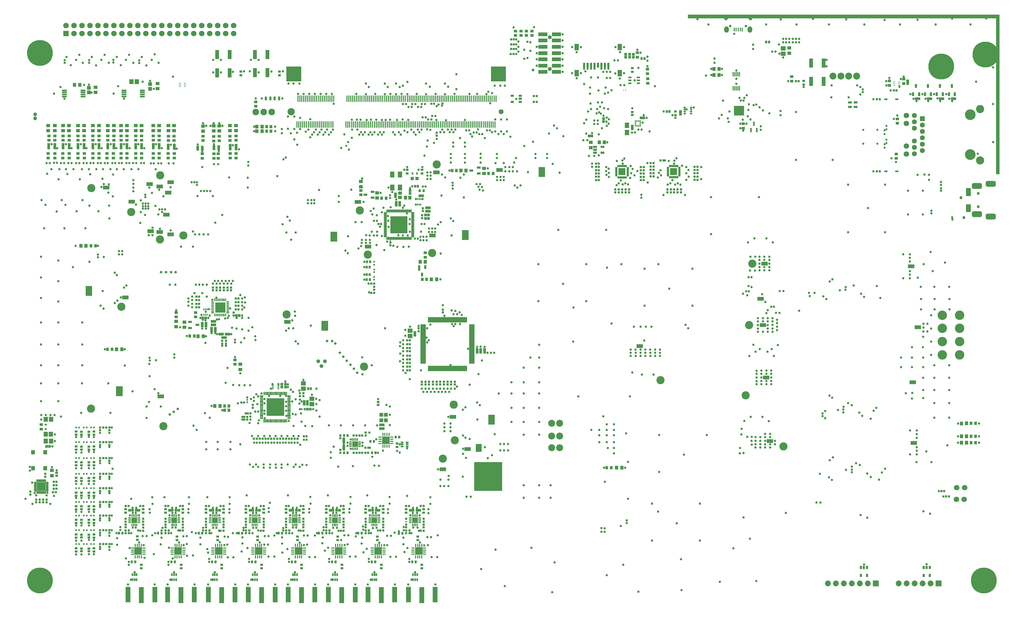
<source format=gts>
G04*
G04 #@! TF.GenerationSoftware,Altium Limited,Altium Designer,20.2.6 (244)*
G04*
G04 Layer_Color=8388736*
%FSLAX25Y25*%
%MOIN*%
G70*
G04*
G04 #@! TF.SameCoordinates,C0FDDEC0-252B-4CE6-8BE1-5BCEE630C73E*
G04*
G04*
G04 #@! TF.FilePolarity,Negative*
G04*
G01*
G75*
%ADD25C,0.00945*%
%ADD42R,0.03543X0.02953*%
%ADD43R,0.00984X0.01968*%
%ADD44R,0.00984X0.00591*%
%ADD45R,0.03850X0.02200*%
%ADD48R,0.05709X0.07874*%
%ADD49R,0.03150X0.05906*%
%ADD51R,0.01400X0.07900*%
%ADD58R,0.02600X0.00900*%
%ADD59R,0.06299X0.19291*%
%ADD60R,0.05906X0.20472*%
%ADD62R,0.02300X0.05200*%
%ADD64R,0.01772X0.05118*%
%ADD66R,0.02047X0.02047*%
%ADD73R,0.02165X0.01772*%
%ADD78R,0.01968X0.01968*%
%ADD83R,0.04375X0.02365*%
%ADD88R,0.03956X0.01535*%
%ADD89R,0.01535X0.03956*%
%ADD94R,0.01968X0.01968*%
%ADD99R,0.02953X0.03543*%
%ADD104R,0.00100X0.00100*%
%ADD105R,0.01200X0.03200*%
%ADD106R,0.03200X0.01200*%
%ADD109R,0.00100X0.00100*%
%ADD119R,0.02362X0.03150*%
%ADD120R,0.03150X0.02362*%
%ADD124R,0.01787X0.02642*%
%ADD125R,0.12524X0.12492*%
%ADD126R,0.05131X0.03162*%
%ADD127R,0.05328X0.06509*%
%ADD128R,0.01883X0.01784*%
%ADD129R,0.01784X0.01883*%
%ADD130R,0.03398X0.03241*%
%ADD131R,0.03241X0.03398*%
%ADD132R,0.08280X0.05131*%
%ADD133R,0.04343X0.03556*%
%ADD134R,0.04540X0.03950*%
%ADD135R,0.18500X0.18900*%
%ADD136R,0.06312X0.01981*%
%ADD137R,0.03950X0.04540*%
G04:AMPARAMS|DCode=138|XSize=29.65mil|YSize=39.5mil|CornerRadius=5.95mil|HoleSize=0mil|Usage=FLASHONLY|Rotation=0.000|XOffset=0mil|YOffset=0mil|HoleType=Round|Shape=RoundedRectangle|*
%AMROUNDEDRECTD138*
21,1,0.02965,0.02760,0,0,0.0*
21,1,0.01776,0.03950,0,0,0.0*
1,1,0.01190,0.00888,-0.01380*
1,1,0.01190,-0.00888,-0.01380*
1,1,0.01190,-0.00888,0.01380*
1,1,0.01190,0.00888,0.01380*
%
%ADD138ROUNDEDRECTD138*%
%ADD139R,0.04737X0.11824*%
%ADD140R,0.03162X0.02965*%
G04:AMPARAMS|DCode=141|XSize=29.65mil|YSize=39.5mil|CornerRadius=5.95mil|HoleSize=0mil|Usage=FLASHONLY|Rotation=270.000|XOffset=0mil|YOffset=0mil|HoleType=Round|Shape=RoundedRectangle|*
%AMROUNDEDRECTD141*
21,1,0.02965,0.02760,0,0,270.0*
21,1,0.01776,0.03950,0,0,270.0*
1,1,0.01190,-0.01380,-0.00888*
1,1,0.01190,-0.01380,0.00888*
1,1,0.01190,0.01380,0.00888*
1,1,0.01190,0.01380,-0.00888*
%
%ADD141ROUNDEDRECTD141*%
%ADD142R,0.01981X0.03556*%
%ADD143R,0.04540X0.04147*%
%ADD144R,0.05328X0.06312*%
%ADD145O,0.01654X0.05787*%
%ADD146R,0.04737X0.04934*%
%ADD147R,0.11627X0.04737*%
%ADD148R,0.02847X0.03635*%
%ADD149R,0.02572X0.02965*%
%ADD150R,0.05906X0.02165*%
%ADD151R,0.02965X0.02572*%
%ADD152R,0.04737X0.05524*%
%ADD153R,0.02965X0.02965*%
%ADD154R,0.03084X0.03398*%
%ADD155R,0.03123X0.03241*%
%ADD156R,0.06312X0.05721*%
%ADD157R,0.05721X0.06312*%
%ADD158O,0.01784X0.04343*%
%ADD159O,0.04343X0.01784*%
%ADD160R,0.21272X0.21272*%
%ADD161R,0.10839X0.10839*%
%ADD162O,0.01784X0.03950*%
%ADD163O,0.03950X0.01784*%
%ADD164R,0.09068X0.09068*%
%ADD165R,0.02178X0.02769*%
%ADD166R,0.02769X0.02178*%
%ADD167R,0.09449X0.09449*%
%ADD168R,0.09449X0.09449*%
%ADD169O,0.01587X0.04343*%
%ADD170O,0.04343X0.01587*%
%ADD171R,0.22453X0.22453*%
%ADD172R,0.03241X0.03123*%
%ADD173R,0.03635X0.02847*%
%ADD174R,0.03398X0.03084*%
%ADD175R,0.06706X0.01981*%
%ADD176R,0.01981X0.06706*%
%ADD177R,0.04540X0.03162*%
%ADD178R,0.05131X0.04737*%
G04:AMPARAMS|DCode=179|XSize=15.87mil|YSize=25.72mil|CornerRadius=5.97mil|HoleSize=0mil|Usage=FLASHONLY|Rotation=180.000|XOffset=0mil|YOffset=0mil|HoleType=Round|Shape=RoundedRectangle|*
%AMROUNDEDRECTD179*
21,1,0.01587,0.01378,0,0,180.0*
21,1,0.00394,0.02572,0,0,180.0*
1,1,0.01194,-0.00197,0.00689*
1,1,0.01194,0.00197,0.00689*
1,1,0.01194,0.00197,-0.00689*
1,1,0.01194,-0.00197,-0.00689*
%
%ADD179ROUNDEDRECTD179*%
%ADD180R,0.06312X0.05328*%
%ADD181R,0.03556X0.02178*%
%ADD182R,0.12800X0.12800*%
%ADD183R,0.04737X0.04343*%
%ADD184R,0.03556X0.01981*%
%ADD185R,0.01968X0.02362*%
%ADD186R,0.03556X0.04343*%
%ADD187R,0.02965X0.03162*%
%ADD188R,0.03753X0.02572*%
%ADD189R,0.02965X0.04540*%
%ADD190R,0.03162X0.04934*%
%ADD191R,0.04343X0.04737*%
%ADD192R,0.03162X0.04540*%
%ADD193R,0.05721X0.07690*%
%ADD194R,0.04147X0.04343*%
%ADD195R,0.04147X0.04540*%
%ADD196R,0.04540X0.02965*%
G04:AMPARAMS|DCode=197|XSize=15.87mil|YSize=25.72mil|CornerRadius=5.97mil|HoleSize=0mil|Usage=FLASHONLY|Rotation=90.000|XOffset=0mil|YOffset=0mil|HoleType=Round|Shape=RoundedRectangle|*
%AMROUNDEDRECTD197*
21,1,0.01587,0.01378,0,0,90.0*
21,1,0.00394,0.02572,0,0,90.0*
1,1,0.01194,0.00689,0.00197*
1,1,0.01194,0.00689,-0.00197*
1,1,0.01194,-0.00689,-0.00197*
1,1,0.01194,-0.00689,0.00197*
%
%ADD197ROUNDEDRECTD197*%
%ADD198C,0.01030*%
%ADD199C,0.06300*%
%ADD200C,0.09100*%
%ADD201C,0.03654*%
G04:AMPARAMS|DCode=202|XSize=70.99mil|YSize=128.08mil|CornerRadius=19.75mil|HoleSize=0mil|Usage=FLASHONLY|Rotation=90.000|XOffset=0mil|YOffset=0mil|HoleType=Round|Shape=RoundedRectangle|*
%AMROUNDEDRECTD202*
21,1,0.07099,0.08858,0,0,90.0*
21,1,0.03150,0.12808,0,0,90.0*
1,1,0.03950,0.04429,0.01575*
1,1,0.03950,0.04429,-0.01575*
1,1,0.03950,-0.04429,-0.01575*
1,1,0.03950,-0.04429,0.01575*
%
%ADD202ROUNDEDRECTD202*%
%ADD203C,0.10249*%
%ADD204R,0.07296X0.07296*%
%ADD205C,0.07296*%
%ADD206R,0.07001X0.07001*%
%ADD207C,0.07001*%
G04:AMPARAMS|DCode=208|XSize=45.28mil|YSize=70.87mil|CornerRadius=22.64mil|HoleSize=0mil|Usage=FLASHONLY|Rotation=180.000|XOffset=0mil|YOffset=0mil|HoleType=Round|Shape=RoundedRectangle|*
%AMROUNDEDRECTD208*
21,1,0.04528,0.02559,0,0,180.0*
21,1,0.00000,0.07087,0,0,180.0*
1,1,0.04528,0.00000,0.01280*
1,1,0.04528,0.00000,0.01280*
1,1,0.04528,0.00000,-0.01280*
1,1,0.04528,0.00000,-0.01280*
%
%ADD208ROUNDEDRECTD208*%
G04:AMPARAMS|DCode=209|XSize=57.09mil|YSize=78.74mil|CornerRadius=28.54mil|HoleSize=0mil|Usage=FLASHONLY|Rotation=180.000|XOffset=0mil|YOffset=0mil|HoleType=Round|Shape=RoundedRectangle|*
%AMROUNDEDRECTD209*
21,1,0.05709,0.02165,0,0,180.0*
21,1,0.00000,0.07874,0,0,180.0*
1,1,0.05709,0.00000,0.01083*
1,1,0.05709,0.00000,0.01083*
1,1,0.05709,0.00000,-0.01083*
1,1,0.05709,0.00000,-0.01083*
%
%ADD209ROUNDEDRECTD209*%
%ADD210C,0.03150*%
%ADD211C,0.11800*%
%ADD212C,0.05052*%
%ADD213C,0.06312*%
%ADD214C,0.32296*%
%ADD215C,0.06800*%
%ADD216C,0.08674*%
%ADD217R,0.06312X0.06312*%
%ADD218C,0.06824*%
%ADD219C,0.13398*%
%ADD220C,0.02800*%
%ADD221C,0.04737*%
%ADD222C,0.08280*%
%ADD223C,0.02965*%
%ADD224C,0.04800*%
%ADD225C,0.03800*%
%ADD226C,0.03300*%
%ADD227C,0.02700*%
%ADD228C,0.03556*%
%ADD229C,0.02965*%
%ADD230C,0.02600*%
G36*
X1229493Y838671D02*
X1229500Y638600D01*
X1225065D01*
X1225065Y833842D01*
X839192Y833938D01*
X839192Y838671D01*
X1229493Y838671D01*
D02*
G37*
G36*
X660174Y647369D02*
X660174Y635335D01*
X651911Y635335D01*
Y647708D01*
X659820Y647722D01*
X660174Y647369D01*
D02*
G37*
G36*
X564345Y568335D02*
X564345Y556301D01*
X556081Y556301D01*
Y568674D01*
X563991Y568688D01*
X564345Y568335D01*
D02*
G37*
G36*
X399740Y554256D02*
X391830Y554242D01*
X391476Y554595D01*
X391476Y566630D01*
X399740Y566630D01*
Y554256D01*
D02*
G37*
G36*
X92847Y486183D02*
X84938Y486169D01*
X84584Y486522D01*
X84584Y498557D01*
X92847Y498557D01*
Y486183D01*
D02*
G37*
G36*
X388327Y442660D02*
X380417Y442646D01*
X380063Y442999D01*
X380063Y455033D01*
X388327Y455033D01*
Y442660D01*
D02*
G37*
G36*
X130999Y360638D02*
X123089Y360624D01*
X122735Y360977D01*
X122735Y373011D01*
X130999Y373011D01*
Y360638D01*
D02*
G37*
G36*
X597169Y324912D02*
X589260Y324898D01*
X588906Y325251D01*
X588906Y337286D01*
X597169Y337286D01*
Y324912D01*
D02*
G37*
G36*
X425563Y302775D02*
Y301200D01*
Y299675D01*
Y296938D01*
X418563D01*
Y298100D01*
Y299675D01*
Y301200D01*
Y302775D01*
Y303938D01*
X425563D01*
Y302775D01*
D02*
G37*
G36*
X580707Y290774D02*
X573752Y290761D01*
X573398Y291115D01*
Y300583D01*
X580707D01*
X580707Y290774D01*
D02*
G37*
G36*
X37004Y241911D02*
X37006Y241911D01*
X37014Y241909D01*
X37022Y241908D01*
X37024Y241907D01*
X37026Y241907D01*
X37034Y241903D01*
X37041Y241900D01*
X37043Y241899D01*
X37045Y241898D01*
X37051Y241893D01*
X37058Y241888D01*
X37059Y241886D01*
X37061Y241884D01*
X37066Y241878D01*
X37071Y241871D01*
X37071Y241869D01*
X37073Y241867D01*
X37075Y241860D01*
X37078Y241852D01*
X37079Y241850D01*
X37079Y241848D01*
X37080Y241840D01*
X37081Y241832D01*
X37081Y241829D01*
X37081Y241827D01*
X37080Y241819D01*
X37078Y241811D01*
X37078Y241809D01*
X37077Y241807D01*
X37074Y241799D01*
X37071Y241792D01*
X37069Y241790D01*
X37068Y241788D01*
X37063Y241782D01*
X37058Y241775D01*
X37056Y241774D01*
X37055Y241772D01*
X37048Y241768D01*
X37041Y241763D01*
X37039Y241762D01*
X37038Y241761D01*
X37030Y241758D01*
X37022Y241755D01*
X37020Y241755D01*
X37018Y241754D01*
X37008Y241752D01*
X37001Y241742D01*
X36989Y241716D01*
X36977Y241676D01*
X36966Y241623D01*
X36957Y241558D01*
X36946Y241390D01*
X36945Y241289D01*
X36944Y241279D01*
X36942Y241269D01*
X36942Y241269D01*
X36942Y241268D01*
X36938Y241259D01*
X36934Y241250D01*
X36934Y241250D01*
X36934Y241249D01*
X36928Y241241D01*
X36922Y241233D01*
X36921Y241233D01*
X36921Y241233D01*
X36913Y241227D01*
X36905Y241221D01*
X36905Y241221D01*
X36904Y241220D01*
X36895Y241217D01*
X36886Y241213D01*
X36886Y241213D01*
X36885Y241213D01*
X36875Y241212D01*
X36865Y241210D01*
X36078D01*
X36068Y241212D01*
X36059Y241213D01*
X36058Y241213D01*
X36057Y241213D01*
X36048Y241217D01*
X36039Y241220D01*
X36039Y241221D01*
X36038Y241221D01*
X36031Y241227D01*
X36023Y241233D01*
X36022Y241233D01*
X36022Y241233D01*
X36016Y241242D01*
X36010Y241249D01*
X36010Y241250D01*
X36009Y241250D01*
X36005Y241259D01*
X36002Y241268D01*
X36002Y241269D01*
X36001Y241269D01*
X36000Y241279D01*
X35999Y241289D01*
X35997Y241389D01*
X35978Y241625D01*
X35967Y241676D01*
X35955Y241716D01*
X35943Y241742D01*
X35935Y241752D01*
X35926Y241754D01*
X35924Y241755D01*
X35921Y241755D01*
X35914Y241758D01*
X35906Y241761D01*
X35904Y241762D01*
X35902Y241763D01*
X35896Y241768D01*
X35889Y241772D01*
X35888Y241774D01*
X35886Y241775D01*
X35881Y241782D01*
X35875Y241788D01*
X35875Y241790D01*
X35873Y241792D01*
X35870Y241799D01*
X35866Y241807D01*
X35866Y241809D01*
X35865Y241811D01*
X35864Y241819D01*
X35863Y241827D01*
X35863Y241829D01*
X35862Y241832D01*
X35864Y241840D01*
X35864Y241848D01*
X35865Y241850D01*
X35865Y241852D01*
X35868Y241860D01*
X35871Y241867D01*
X35872Y241869D01*
X35873Y241871D01*
X35878Y241878D01*
X35883Y241884D01*
X35884Y241886D01*
X35886Y241888D01*
X35892Y241893D01*
X35899Y241898D01*
X35901Y241899D01*
X35902Y241900D01*
X35910Y241903D01*
X35917Y241907D01*
X35919Y241907D01*
X35921Y241908D01*
X35930Y241909D01*
X35938Y241911D01*
X35940Y241911D01*
X35942Y241911D01*
X37002D01*
X37004Y241911D01*
D02*
G37*
G36*
X606494Y241956D02*
X571619Y241894D01*
X571265Y242247D01*
X571265Y277783D01*
X606494Y277783D01*
X606494Y241956D01*
D02*
G37*
G36*
X500606Y207578D02*
Y206003D01*
Y204478D01*
Y201740D01*
X493606D01*
Y202903D01*
Y204478D01*
Y206003D01*
Y207578D01*
Y208740D01*
X500606D01*
Y207578D01*
D02*
G37*
G36*
X449854D02*
Y206003D01*
Y204478D01*
Y201740D01*
X442854D01*
Y202903D01*
Y204478D01*
Y206003D01*
Y207578D01*
Y208740D01*
X449854D01*
Y207578D01*
D02*
G37*
G36*
X400374D02*
Y206003D01*
Y204478D01*
Y201740D01*
X393374D01*
Y202903D01*
Y204478D01*
Y206003D01*
Y207578D01*
Y208740D01*
X400374D01*
Y207578D01*
D02*
G37*
G36*
X350067D02*
Y206003D01*
Y204478D01*
Y201740D01*
X343067D01*
Y202903D01*
Y204478D01*
Y206003D01*
Y207578D01*
Y208740D01*
X350067D01*
Y207578D01*
D02*
G37*
G36*
X299976D02*
Y206003D01*
Y204478D01*
Y201740D01*
X292976D01*
Y202903D01*
Y204478D01*
Y206003D01*
Y207578D01*
Y208740D01*
X299976D01*
Y207578D01*
D02*
G37*
G36*
X249961D02*
Y206003D01*
Y204478D01*
Y201740D01*
X242961D01*
Y202903D01*
Y204478D01*
Y206003D01*
Y207578D01*
Y208740D01*
X249961D01*
Y207578D01*
D02*
G37*
G36*
X199016D02*
Y206003D01*
Y204478D01*
Y201740D01*
X192016D01*
Y202903D01*
Y204478D01*
Y206003D01*
Y207578D01*
Y208740D01*
X199016D01*
Y207578D01*
D02*
G37*
G36*
X149141D02*
Y206003D01*
Y204478D01*
Y201740D01*
X142141D01*
Y204478D01*
Y206003D01*
Y207578D01*
Y208740D01*
X149141D01*
Y207578D01*
D02*
G37*
G36*
X494241Y131575D02*
X494245Y131575D01*
X494251Y131574D01*
X494257Y131573D01*
X494261Y131571D01*
X494265Y131570D01*
X494271Y131567D01*
X494277Y131565D01*
X494280Y131562D01*
X494283Y131560D01*
X494288Y131556D01*
X494293Y131552D01*
X494296Y131549D01*
X494299Y131546D01*
X494302Y131541D01*
X494306Y131536D01*
X494307Y131532D01*
X494309Y131528D01*
X494311Y131522D01*
X494313Y131517D01*
X494314Y131512D01*
X494315Y131508D01*
X494315Y131502D01*
X494316Y131496D01*
Y131183D01*
X494362Y131182D01*
X494370Y131180D01*
X494379Y131179D01*
X494381Y131178D01*
X494382Y131178D01*
X494390Y131175D01*
X494399Y131171D01*
X494400Y131170D01*
X494401Y131170D01*
X494408Y131164D01*
X494415Y131159D01*
X494416Y131157D01*
X494417Y131157D01*
X494422Y131149D01*
X494428Y131142D01*
X494428Y131141D01*
X494429Y131140D01*
X494432Y131131D01*
X494436Y131123D01*
X494436Y131122D01*
X494436Y131120D01*
X494437Y131111D01*
X494438Y131103D01*
X494440Y130315D01*
X494439Y130306D01*
X494438Y130297D01*
X494437Y130296D01*
X494437Y130295D01*
X494434Y130286D01*
X494430Y130278D01*
X494430Y130277D01*
X494429Y130275D01*
X494424Y130268D01*
X494418Y130261D01*
X494417Y130260D01*
X494417Y130259D01*
X494409Y130253D01*
X494402Y130248D01*
X494401Y130247D01*
X494400Y130246D01*
X494392Y130243D01*
X494384Y130239D01*
X494382Y130239D01*
X494381Y130238D01*
X494372Y130237D01*
X494363Y130236D01*
X494316Y130234D01*
Y129921D01*
X494315Y129915D01*
X494315Y129909D01*
X494314Y129905D01*
X494313Y129901D01*
X494311Y129895D01*
X494309Y129889D01*
X494307Y129885D01*
X494306Y129882D01*
X494302Y129877D01*
X494299Y129871D01*
X494296Y129868D01*
X494293Y129865D01*
X494288Y129861D01*
X494283Y129857D01*
X494280Y129855D01*
X494277Y129852D01*
X494271Y129850D01*
X494265Y129847D01*
X494261Y129846D01*
X494257Y129845D01*
X494251Y129844D01*
X494245Y129842D01*
X494241Y129842D01*
X494237Y129842D01*
X494231Y129843D01*
X494224Y129843D01*
X494220Y129844D01*
X494216Y129845D01*
X494210Y129847D01*
X494205Y129849D01*
X494201Y129851D01*
X494197Y129852D01*
X494192Y129856D01*
X494187Y129859D01*
X494184Y129862D01*
X494181Y129865D01*
X494177Y129870D01*
X494173Y129875D01*
X494171Y129878D01*
X494168Y129882D01*
X494166Y129887D01*
X494163Y129893D01*
X494162Y129897D01*
X494160Y129901D01*
X494159Y129907D01*
X494158Y129913D01*
X494151Y129978D01*
X494133Y130027D01*
X494104Y130070D01*
X494061Y130109D01*
X494001Y130145D01*
X493949Y130166D01*
X493905Y130150D01*
X493825Y130113D01*
X493747Y130069D01*
X493673Y130018D01*
X493601Y129960D01*
X493531Y129893D01*
X493523Y129887D01*
X493516Y129882D01*
X493515Y129881D01*
X493514Y129880D01*
X493505Y129877D01*
X493497Y129874D01*
X493496Y129874D01*
X493494Y129873D01*
X493485Y129872D01*
X493476Y129871D01*
X493475Y129871D01*
X493474Y129871D01*
X493465Y129872D01*
X493456Y129874D01*
X493454Y129874D01*
X493453Y129874D01*
X493445Y129878D01*
X493436Y129881D01*
X493435Y129882D01*
X493434Y129883D01*
X493427Y129888D01*
X493420Y129894D01*
X493419Y129895D01*
X493418Y129896D01*
X493413Y129903D01*
X493407Y129911D01*
X493407Y129912D01*
X493406Y129912D01*
X493403Y129921D01*
X493399Y129930D01*
X493399Y129931D01*
X493399Y129932D01*
X493398Y129941D01*
X493397Y129950D01*
X493396Y130247D01*
X493396Y130247D01*
X493389Y130253D01*
X493381Y130259D01*
X493381Y130260D01*
X493380Y130260D01*
X493374Y130268D01*
X493369Y130275D01*
X493368Y130276D01*
X493368Y130277D01*
X493364Y130286D01*
X493361Y130294D01*
X493361Y130295D01*
X493360Y130296D01*
X493359Y130306D01*
X493358Y130315D01*
Y131102D01*
X493359Y131112D01*
X493360Y131121D01*
X493361Y131122D01*
X493361Y131123D01*
X493364Y131131D01*
X493368Y131140D01*
X493368Y131141D01*
X493369Y131142D01*
X493374Y131149D01*
X493380Y131157D01*
X493381Y131158D01*
X493381Y131158D01*
X493389Y131164D01*
X493395Y131169D01*
X493394Y131466D01*
X493395Y131475D01*
X493396Y131484D01*
X493397Y131485D01*
X493397Y131486D01*
X493400Y131495D01*
X493404Y131504D01*
X493404Y131505D01*
X493405Y131506D01*
X493410Y131513D01*
X493416Y131521D01*
X493417Y131521D01*
X493417Y131522D01*
X493425Y131528D01*
X493432Y131534D01*
X493433Y131534D01*
X493434Y131535D01*
X493442Y131538D01*
X493451Y131542D01*
X493452Y131542D01*
X493453Y131543D01*
X493462Y131544D01*
X493471Y131545D01*
X493472Y131545D01*
X493473Y131545D01*
X493482Y131544D01*
X493492Y131543D01*
X493493Y131543D01*
X493494Y131543D01*
X493503Y131539D01*
X493511Y131536D01*
X493512Y131535D01*
X493513Y131535D01*
X493520Y131529D01*
X493528Y131524D01*
X493599Y131457D01*
X493671Y131399D01*
X493745Y131348D01*
X493823Y131304D01*
X493904Y131267D01*
X493948Y131251D01*
X494001Y131272D01*
X494061Y131308D01*
X494104Y131348D01*
X494133Y131391D01*
X494151Y131439D01*
X494158Y131504D01*
X494159Y131510D01*
X494160Y131517D01*
X494162Y131520D01*
X494163Y131525D01*
X494166Y131530D01*
X494168Y131536D01*
X494171Y131539D01*
X494173Y131543D01*
X494177Y131547D01*
X494181Y131552D01*
X494184Y131555D01*
X494187Y131558D01*
X494192Y131561D01*
X494197Y131565D01*
X494201Y131567D01*
X494205Y131569D01*
X494210Y131570D01*
X494216Y131573D01*
X494220Y131573D01*
X494224Y131574D01*
X494231Y131575D01*
X494237Y131576D01*
X494241Y131575D01*
D02*
G37*
G36*
X443142D02*
X443147Y131575D01*
X443153Y131574D01*
X443159Y131573D01*
X443163Y131571D01*
X443167Y131570D01*
X443172Y131567D01*
X443178Y131565D01*
X443181Y131562D01*
X443185Y131560D01*
X443189Y131556D01*
X443194Y131552D01*
X443197Y131549D01*
X443200Y131546D01*
X443203Y131541D01*
X443207Y131536D01*
X443209Y131532D01*
X443211Y131528D01*
X443213Y131522D01*
X443215Y131517D01*
X443215Y131512D01*
X443217Y131508D01*
X443217Y131502D01*
X443218Y131496D01*
Y131183D01*
X443263Y131182D01*
X443272Y131180D01*
X443281Y131179D01*
X443282Y131178D01*
X443284Y131178D01*
X443292Y131175D01*
X443300Y131171D01*
X443301Y131170D01*
X443302Y131170D01*
X443309Y131164D01*
X443317Y131159D01*
X443317Y131157D01*
X443319Y131157D01*
X443324Y131149D01*
X443329Y131142D01*
X443330Y131141D01*
X443330Y131140D01*
X443334Y131131D01*
X443337Y131123D01*
X443337Y131122D01*
X443338Y131120D01*
X443339Y131111D01*
X443340Y131103D01*
X443341Y130315D01*
X443340Y130306D01*
X443339Y130297D01*
X443339Y130296D01*
X443338Y130295D01*
X443335Y130286D01*
X443332Y130278D01*
X443331Y130277D01*
X443331Y130275D01*
X443325Y130268D01*
X443320Y130261D01*
X443319Y130260D01*
X443318Y130259D01*
X443311Y130253D01*
X443304Y130248D01*
X443303Y130247D01*
X443302Y130246D01*
X443293Y130243D01*
X443285Y130239D01*
X443284Y130239D01*
X443282Y130238D01*
X443273Y130237D01*
X443264Y130236D01*
X443218Y130234D01*
Y129921D01*
X443217Y129915D01*
X443217Y129909D01*
X443215Y129905D01*
X443215Y129901D01*
X443213Y129895D01*
X443211Y129889D01*
X443209Y129885D01*
X443207Y129882D01*
X443203Y129877D01*
X443200Y129871D01*
X443197Y129868D01*
X443194Y129865D01*
X443189Y129861D01*
X443185Y129857D01*
X443181Y129855D01*
X443178Y129852D01*
X443172Y129850D01*
X443167Y129847D01*
X443163Y129846D01*
X443159Y129845D01*
X443153Y129844D01*
X443147Y129842D01*
X443142Y129842D01*
X443138Y129842D01*
X443132Y129843D01*
X443126Y129843D01*
X443122Y129844D01*
X443118Y129845D01*
X443112Y129847D01*
X443106Y129849D01*
X443102Y129851D01*
X443098Y129852D01*
X443094Y129856D01*
X443088Y129859D01*
X443085Y129862D01*
X443082Y129865D01*
X443078Y129870D01*
X443074Y129875D01*
X443072Y129878D01*
X443069Y129882D01*
X443067Y129887D01*
X443064Y129893D01*
X443063Y129897D01*
X443061Y129901D01*
X443061Y129907D01*
X443059Y129913D01*
X443052Y129978D01*
X443035Y130027D01*
X443006Y130070D01*
X442963Y130109D01*
X442903Y130145D01*
X442851Y130166D01*
X442807Y130150D01*
X442726Y130113D01*
X442649Y130069D01*
X442574Y130018D01*
X442503Y129960D01*
X442432Y129893D01*
X442425Y129887D01*
X442417Y129882D01*
X442416Y129881D01*
X442415Y129880D01*
X442407Y129877D01*
X442398Y129874D01*
X442397Y129874D01*
X442396Y129873D01*
X442387Y129872D01*
X442377Y129871D01*
X442376Y129871D01*
X442375Y129871D01*
X442366Y129872D01*
X442357Y129874D01*
X442356Y129874D01*
X442355Y129874D01*
X442346Y129878D01*
X442338Y129881D01*
X442337Y129882D01*
X442336Y129883D01*
X442329Y129888D01*
X442321Y129894D01*
X442321Y129895D01*
X442320Y129896D01*
X442314Y129903D01*
X442309Y129911D01*
X442308Y129912D01*
X442308Y129912D01*
X442304Y129921D01*
X442301Y129930D01*
X442301Y129931D01*
X442300Y129932D01*
X442299Y129941D01*
X442298Y129950D01*
X442297Y130247D01*
X442297Y130247D01*
X442290Y130253D01*
X442283Y130259D01*
X442282Y130260D01*
X442281Y130260D01*
X442276Y130268D01*
X442270Y130275D01*
X442270Y130276D01*
X442269Y130277D01*
X442266Y130286D01*
X442262Y130294D01*
X442262Y130295D01*
X442262Y130296D01*
X442261Y130306D01*
X442259Y130315D01*
Y131102D01*
X442261Y131112D01*
X442262Y131121D01*
X442262Y131122D01*
X442262Y131123D01*
X442266Y131131D01*
X442269Y131140D01*
X442270Y131141D01*
X442270Y131142D01*
X442276Y131149D01*
X442281Y131157D01*
X442282Y131158D01*
X442283Y131158D01*
X442290Y131164D01*
X442296Y131169D01*
X442296Y131466D01*
X442297Y131475D01*
X442298Y131484D01*
X442298Y131485D01*
X442298Y131486D01*
X442302Y131495D01*
X442305Y131504D01*
X442306Y131505D01*
X442306Y131506D01*
X442312Y131513D01*
X442317Y131521D01*
X442318Y131521D01*
X442319Y131522D01*
X442326Y131528D01*
X442333Y131534D01*
X442334Y131534D01*
X442335Y131535D01*
X442344Y131538D01*
X442352Y131542D01*
X442353Y131542D01*
X442354Y131543D01*
X442363Y131544D01*
X442373Y131545D01*
X442374Y131545D01*
X442375Y131545D01*
X442384Y131544D01*
X442393Y131543D01*
X442394Y131543D01*
X442395Y131543D01*
X442404Y131539D01*
X442413Y131536D01*
X442414Y131535D01*
X442415Y131535D01*
X442422Y131529D01*
X442429Y131524D01*
X442500Y131457D01*
X442572Y131399D01*
X442647Y131348D01*
X442725Y131304D01*
X442805Y131267D01*
X442850Y131251D01*
X442903Y131272D01*
X442963Y131308D01*
X443006Y131348D01*
X443035Y131391D01*
X443052Y131439D01*
X443059Y131504D01*
X443061Y131510D01*
X443061Y131517D01*
X443063Y131520D01*
X443064Y131525D01*
X443067Y131530D01*
X443069Y131536D01*
X443072Y131539D01*
X443074Y131543D01*
X443078Y131547D01*
X443082Y131552D01*
X443085Y131555D01*
X443088Y131558D01*
X443094Y131561D01*
X443098Y131565D01*
X443102Y131567D01*
X443106Y131569D01*
X443112Y131570D01*
X443118Y131573D01*
X443122Y131573D01*
X443126Y131574D01*
X443132Y131575D01*
X443138Y131576D01*
X443142Y131575D01*
D02*
G37*
G36*
X393931D02*
X393935Y131575D01*
X393941Y131574D01*
X393947Y131573D01*
X393951Y131571D01*
X393955Y131570D01*
X393961Y131567D01*
X393967Y131565D01*
X393970Y131562D01*
X393974Y131560D01*
X393978Y131556D01*
X393983Y131552D01*
X393986Y131549D01*
X393989Y131546D01*
X393992Y131541D01*
X393996Y131536D01*
X393997Y131532D01*
X394000Y131528D01*
X394001Y131522D01*
X394004Y131517D01*
X394004Y131512D01*
X394005Y131508D01*
X394005Y131502D01*
X394006Y131496D01*
Y131183D01*
X394052Y131182D01*
X394060Y131180D01*
X394070Y131179D01*
X394071Y131178D01*
X394072Y131178D01*
X394080Y131175D01*
X394089Y131171D01*
X394090Y131170D01*
X394091Y131170D01*
X394098Y131164D01*
X394105Y131159D01*
X394106Y131157D01*
X394107Y131157D01*
X394112Y131149D01*
X394118Y131142D01*
X394118Y131141D01*
X394119Y131140D01*
X394122Y131131D01*
X394126Y131123D01*
X394126Y131122D01*
X394127Y131120D01*
X394127Y131111D01*
X394128Y131103D01*
X394130Y130315D01*
X394129Y130306D01*
X394128Y130297D01*
X394127Y130296D01*
X394127Y130295D01*
X394124Y130286D01*
X394121Y130278D01*
X394120Y130277D01*
X394119Y130275D01*
X394114Y130268D01*
X394109Y130261D01*
X394108Y130260D01*
X394107Y130259D01*
X394099Y130253D01*
X394092Y130248D01*
X394091Y130247D01*
X394090Y130246D01*
X394082Y130243D01*
X394074Y130239D01*
X394072Y130239D01*
X394071Y130238D01*
X394062Y130237D01*
X394053Y130236D01*
X394006Y130234D01*
Y129921D01*
X394005Y129915D01*
X394005Y129909D01*
X394004Y129905D01*
X394004Y129901D01*
X394001Y129895D01*
X394000Y129889D01*
X393997Y129885D01*
X393996Y129882D01*
X393992Y129877D01*
X393989Y129871D01*
X393986Y129868D01*
X393983Y129865D01*
X393978Y129861D01*
X393974Y129857D01*
X393970Y129855D01*
X393967Y129852D01*
X393961Y129850D01*
X393955Y129847D01*
X393951Y129846D01*
X393947Y129845D01*
X393941Y129844D01*
X393935Y129842D01*
X393931Y129842D01*
X393927Y129842D01*
X393921Y129843D01*
X393915Y129843D01*
X393911Y129844D01*
X393906Y129845D01*
X393901Y129847D01*
X393895Y129849D01*
X393891Y129851D01*
X393887Y129852D01*
X393882Y129856D01*
X393877Y129859D01*
X393874Y129862D01*
X393871Y129865D01*
X393867Y129870D01*
X393863Y129875D01*
X393861Y129878D01*
X393858Y129882D01*
X393856Y129887D01*
X393853Y129893D01*
X393852Y129897D01*
X393850Y129901D01*
X393849Y129907D01*
X393848Y129913D01*
X393841Y129978D01*
X393824Y130027D01*
X393794Y130070D01*
X393751Y130109D01*
X393691Y130145D01*
X393639Y130166D01*
X393596Y130150D01*
X393515Y130113D01*
X393437Y130069D01*
X393363Y130018D01*
X393291Y129960D01*
X393221Y129893D01*
X393213Y129887D01*
X393206Y129882D01*
X393205Y129881D01*
X393204Y129880D01*
X393195Y129877D01*
X393187Y129874D01*
X393186Y129874D01*
X393184Y129873D01*
X393175Y129872D01*
X393166Y129871D01*
X393165Y129871D01*
X393164Y129871D01*
X393155Y129872D01*
X393146Y129874D01*
X393144Y129874D01*
X393144Y129874D01*
X393135Y129878D01*
X393126Y129881D01*
X393126Y129882D01*
X393125Y129883D01*
X393117Y129888D01*
X393110Y129894D01*
X393109Y129895D01*
X393108Y129896D01*
X393103Y129903D01*
X393097Y129911D01*
X393097Y129912D01*
X393096Y129912D01*
X393093Y129921D01*
X393089Y129930D01*
X393089Y129931D01*
X393089Y129932D01*
X393088Y129941D01*
X393087Y129950D01*
X393086Y130247D01*
X393086Y130247D01*
X393079Y130253D01*
X393071Y130259D01*
X393071Y130260D01*
X393070Y130260D01*
X393064Y130268D01*
X393059Y130275D01*
X393058Y130276D01*
X393058Y130277D01*
X393054Y130286D01*
X393051Y130294D01*
X393051Y130295D01*
X393050Y130296D01*
X393049Y130306D01*
X393048Y130315D01*
Y131102D01*
X393049Y131112D01*
X393050Y131121D01*
X393051Y131122D01*
X393051Y131123D01*
X393054Y131131D01*
X393058Y131140D01*
X393058Y131141D01*
X393059Y131142D01*
X393064Y131149D01*
X393070Y131157D01*
X393071Y131158D01*
X393071Y131158D01*
X393079Y131164D01*
X393085Y131169D01*
X393084Y131466D01*
X393085Y131475D01*
X393086Y131484D01*
X393087Y131485D01*
X393087Y131486D01*
X393090Y131495D01*
X393094Y131504D01*
X393094Y131505D01*
X393095Y131506D01*
X393100Y131513D01*
X393106Y131521D01*
X393107Y131521D01*
X393107Y131522D01*
X393115Y131528D01*
X393122Y131534D01*
X393123Y131534D01*
X393124Y131535D01*
X393132Y131538D01*
X393141Y131542D01*
X393142Y131542D01*
X393143Y131543D01*
X393152Y131544D01*
X393161Y131545D01*
X393162Y131545D01*
X393163Y131545D01*
X393173Y131544D01*
X393182Y131543D01*
X393183Y131543D01*
X393184Y131543D01*
X393193Y131539D01*
X393201Y131536D01*
X393202Y131535D01*
X393203Y131535D01*
X393211Y131529D01*
X393218Y131524D01*
X393289Y131457D01*
X393361Y131399D01*
X393436Y131348D01*
X393513Y131304D01*
X393594Y131267D01*
X393638Y131251D01*
X393691Y131272D01*
X393751Y131308D01*
X393794Y131348D01*
X393824Y131391D01*
X393841Y131439D01*
X393848Y131504D01*
X393849Y131510D01*
X393850Y131517D01*
X393852Y131520D01*
X393853Y131525D01*
X393856Y131530D01*
X393858Y131536D01*
X393861Y131539D01*
X393863Y131543D01*
X393867Y131547D01*
X393871Y131552D01*
X393874Y131555D01*
X393877Y131558D01*
X393882Y131561D01*
X393887Y131565D01*
X393891Y131567D01*
X393895Y131569D01*
X393901Y131570D01*
X393906Y131573D01*
X393911Y131573D01*
X393915Y131574D01*
X393921Y131575D01*
X393927Y131576D01*
X393931Y131575D01*
D02*
G37*
G36*
X343705D02*
X343710Y131575D01*
X343716Y131574D01*
X343722Y131573D01*
X343726Y131571D01*
X343730Y131570D01*
X343735Y131567D01*
X343741Y131565D01*
X343744Y131562D01*
X343748Y131560D01*
X343753Y131556D01*
X343757Y131552D01*
X343760Y131549D01*
X343763Y131546D01*
X343766Y131541D01*
X343770Y131536D01*
X343772Y131532D01*
X343774Y131528D01*
X343776Y131522D01*
X343778Y131517D01*
X343778Y131512D01*
X343780Y131508D01*
X343780Y131502D01*
X343781Y131496D01*
Y131183D01*
X343826Y131182D01*
X343835Y131180D01*
X343844Y131179D01*
X343845Y131178D01*
X343847Y131178D01*
X343855Y131175D01*
X343863Y131171D01*
X343864Y131170D01*
X343865Y131170D01*
X343872Y131164D01*
X343880Y131159D01*
X343880Y131157D01*
X343882Y131157D01*
X343887Y131149D01*
X343892Y131142D01*
X343893Y131141D01*
X343894Y131140D01*
X343897Y131131D01*
X343900Y131123D01*
X343900Y131122D01*
X343901Y131120D01*
X343902Y131111D01*
X343903Y131103D01*
X343904Y130315D01*
X343903Y130306D01*
X343902Y130297D01*
X343902Y130296D01*
X343901Y130295D01*
X343898Y130286D01*
X343895Y130278D01*
X343894Y130277D01*
X343894Y130275D01*
X343888Y130268D01*
X343883Y130261D01*
X343882Y130260D01*
X343881Y130259D01*
X343874Y130253D01*
X343867Y130248D01*
X343866Y130247D01*
X343865Y130246D01*
X343856Y130243D01*
X343848Y130239D01*
X343847Y130239D01*
X343845Y130238D01*
X343836Y130237D01*
X343828Y130236D01*
X343781Y130234D01*
Y129921D01*
X343780Y129915D01*
X343780Y129909D01*
X343778Y129905D01*
X343778Y129901D01*
X343776Y129895D01*
X343774Y129889D01*
X343772Y129885D01*
X343770Y129882D01*
X343766Y129877D01*
X343763Y129871D01*
X343760Y129868D01*
X343757Y129865D01*
X343752Y129861D01*
X343748Y129857D01*
X343744Y129855D01*
X343741Y129852D01*
X343735Y129850D01*
X343730Y129847D01*
X343726Y129846D01*
X343722Y129845D01*
X343716Y129844D01*
X343710Y129842D01*
X343705Y129842D01*
X343701Y129842D01*
X343695Y129843D01*
X343689Y129843D01*
X343685Y129844D01*
X343681Y129845D01*
X343675Y129847D01*
X343669Y129849D01*
X343665Y129851D01*
X343661Y129852D01*
X343657Y129856D01*
X343651Y129859D01*
X343648Y129862D01*
X343645Y129865D01*
X343641Y129870D01*
X343637Y129875D01*
X343635Y129878D01*
X343632Y129882D01*
X343630Y129887D01*
X343627Y129893D01*
X343626Y129897D01*
X343624Y129901D01*
X343624Y129907D01*
X343622Y129913D01*
X343615Y129978D01*
X343598Y130027D01*
X343569Y130070D01*
X343526Y130109D01*
X343466Y130145D01*
X343414Y130166D01*
X343370Y130150D01*
X343289Y130113D01*
X343212Y130069D01*
X343137Y130018D01*
X343066Y129960D01*
X342995Y129893D01*
X342988Y129887D01*
X342980Y129882D01*
X342979Y129881D01*
X342978Y129880D01*
X342970Y129877D01*
X342961Y129874D01*
X342960Y129874D01*
X342959Y129873D01*
X342950Y129872D01*
X342940Y129871D01*
X342939Y129871D01*
X342938Y129871D01*
X342929Y129872D01*
X342920Y129874D01*
X342919Y129874D01*
X342918Y129874D01*
X342909Y129878D01*
X342901Y129881D01*
X342900Y129882D01*
X342899Y129883D01*
X342892Y129888D01*
X342884Y129894D01*
X342884Y129895D01*
X342883Y129896D01*
X342878Y129903D01*
X342872Y129911D01*
X342871Y129912D01*
X342870Y129912D01*
X342867Y129921D01*
X342864Y129930D01*
X342863Y129931D01*
X342863Y129932D01*
X342862Y129941D01*
X342861Y129950D01*
X342860Y130247D01*
X342860Y130247D01*
X342853Y130253D01*
X342846Y130259D01*
X342845Y130260D01*
X342844Y130260D01*
X342839Y130268D01*
X342833Y130275D01*
X342833Y130276D01*
X342832Y130277D01*
X342829Y130286D01*
X342825Y130294D01*
X342825Y130295D01*
X342825Y130296D01*
X342824Y130306D01*
X342822Y130315D01*
Y131102D01*
X342824Y131112D01*
X342825Y131121D01*
X342825Y131122D01*
X342825Y131123D01*
X342829Y131131D01*
X342832Y131140D01*
X342833Y131141D01*
X342833Y131142D01*
X342839Y131149D01*
X342844Y131157D01*
X342845Y131158D01*
X342846Y131158D01*
X342853Y131164D01*
X342859Y131169D01*
X342859Y131466D01*
X342860Y131475D01*
X342861Y131484D01*
X342861Y131485D01*
X342861Y131486D01*
X342865Y131495D01*
X342868Y131504D01*
X342869Y131505D01*
X342869Y131506D01*
X342875Y131513D01*
X342880Y131521D01*
X342881Y131521D01*
X342882Y131522D01*
X342889Y131528D01*
X342896Y131534D01*
X342897Y131534D01*
X342898Y131535D01*
X342906Y131538D01*
X342915Y131542D01*
X342916Y131542D01*
X342917Y131543D01*
X342926Y131544D01*
X342936Y131545D01*
X342937Y131545D01*
X342938Y131545D01*
X342947Y131544D01*
X342956Y131543D01*
X342957Y131543D01*
X342958Y131543D01*
X342967Y131539D01*
X342976Y131536D01*
X342976Y131535D01*
X342977Y131535D01*
X342985Y131529D01*
X342992Y131524D01*
X343063Y131457D01*
X343135Y131399D01*
X343210Y131348D01*
X343287Y131304D01*
X343368Y131267D01*
X343413Y131251D01*
X343466Y131272D01*
X343526Y131308D01*
X343569Y131348D01*
X343598Y131391D01*
X343615Y131439D01*
X343622Y131504D01*
X343624Y131510D01*
X343624Y131517D01*
X343626Y131520D01*
X343627Y131525D01*
X343630Y131530D01*
X343632Y131536D01*
X343635Y131539D01*
X343637Y131543D01*
X343641Y131547D01*
X343645Y131552D01*
X343648Y131555D01*
X343651Y131558D01*
X343657Y131561D01*
X343661Y131565D01*
X343665Y131567D01*
X343669Y131569D01*
X343675Y131570D01*
X343681Y131573D01*
X343685Y131573D01*
X343689Y131574D01*
X343695Y131575D01*
X343701Y131576D01*
X343705Y131575D01*
D02*
G37*
G36*
X293632D02*
X293637Y131575D01*
X293643Y131574D01*
X293649Y131573D01*
X293653Y131571D01*
X293657Y131570D01*
X293662Y131567D01*
X293668Y131565D01*
X293671Y131562D01*
X293675Y131560D01*
X293679Y131556D01*
X293684Y131552D01*
X293687Y131549D01*
X293690Y131546D01*
X293693Y131541D01*
X293697Y131536D01*
X293699Y131532D01*
X293701Y131528D01*
X293703Y131522D01*
X293705Y131517D01*
X293706Y131512D01*
X293707Y131508D01*
X293707Y131502D01*
X293708Y131496D01*
Y131183D01*
X293753Y131182D01*
X293762Y131180D01*
X293771Y131179D01*
X293772Y131178D01*
X293774Y131178D01*
X293782Y131175D01*
X293790Y131171D01*
X293791Y131170D01*
X293793Y131170D01*
X293799Y131164D01*
X293807Y131159D01*
X293807Y131157D01*
X293809Y131157D01*
X293814Y131149D01*
X293819Y131142D01*
X293820Y131141D01*
X293821Y131140D01*
X293824Y131131D01*
X293827Y131123D01*
X293827Y131122D01*
X293828Y131120D01*
X293829Y131111D01*
X293830Y131103D01*
X293831Y130315D01*
X293830Y130306D01*
X293829Y130297D01*
X293829Y130296D01*
X293829Y130295D01*
X293825Y130286D01*
X293822Y130278D01*
X293821Y130277D01*
X293821Y130275D01*
X293815Y130268D01*
X293810Y130261D01*
X293809Y130260D01*
X293808Y130259D01*
X293801Y130253D01*
X293794Y130248D01*
X293793Y130247D01*
X293792Y130246D01*
X293783Y130243D01*
X293775Y130239D01*
X293774Y130239D01*
X293773Y130238D01*
X293763Y130237D01*
X293755Y130236D01*
X293708Y130234D01*
Y129921D01*
X293707Y129915D01*
X293707Y129909D01*
X293706Y129905D01*
X293705Y129901D01*
X293703Y129895D01*
X293701Y129889D01*
X293699Y129885D01*
X293697Y129882D01*
X293693Y129877D01*
X293690Y129871D01*
X293687Y129868D01*
X293684Y129865D01*
X293679Y129861D01*
X293675Y129857D01*
X293671Y129855D01*
X293668Y129852D01*
X293662Y129850D01*
X293657Y129847D01*
X293653Y129846D01*
X293649Y129845D01*
X293643Y129844D01*
X293637Y129842D01*
X293632Y129842D01*
X293628Y129842D01*
X293622Y129843D01*
X293616Y129843D01*
X293612Y129844D01*
X293608Y129845D01*
X293602Y129847D01*
X293596Y129849D01*
X293592Y129851D01*
X293588Y129852D01*
X293584Y129856D01*
X293578Y129859D01*
X293575Y129862D01*
X293572Y129865D01*
X293568Y129870D01*
X293564Y129875D01*
X293562Y129878D01*
X293559Y129882D01*
X293557Y129887D01*
X293554Y129893D01*
X293553Y129897D01*
X293551Y129901D01*
X293551Y129907D01*
X293549Y129913D01*
X293542Y129978D01*
X293525Y130027D01*
X293496Y130070D01*
X293453Y130109D01*
X293393Y130145D01*
X293341Y130166D01*
X293297Y130150D01*
X293216Y130113D01*
X293139Y130069D01*
X293064Y130018D01*
X292993Y129960D01*
X292922Y129893D01*
X292915Y129887D01*
X292907Y129882D01*
X292906Y129881D01*
X292905Y129880D01*
X292897Y129877D01*
X292888Y129874D01*
X292887Y129874D01*
X292886Y129873D01*
X292877Y129872D01*
X292867Y129871D01*
X292866Y129871D01*
X292865Y129871D01*
X292856Y129872D01*
X292847Y129874D01*
X292846Y129874D01*
X292845Y129874D01*
X292836Y129878D01*
X292828Y129881D01*
X292827Y129882D01*
X292826Y129883D01*
X292819Y129888D01*
X292811Y129894D01*
X292811Y129895D01*
X292810Y129896D01*
X292805Y129903D01*
X292799Y129911D01*
X292798Y129912D01*
X292798Y129912D01*
X292794Y129921D01*
X292791Y129930D01*
X292791Y129931D01*
X292790Y129932D01*
X292789Y129941D01*
X292788Y129950D01*
X292787Y130247D01*
X292787Y130247D01*
X292780Y130253D01*
X292773Y130259D01*
X292772Y130260D01*
X292771Y130260D01*
X292766Y130268D01*
X292760Y130275D01*
X292760Y130276D01*
X292759Y130277D01*
X292756Y130286D01*
X292752Y130294D01*
X292752Y130295D01*
X292752Y130296D01*
X292751Y130306D01*
X292749Y130315D01*
Y131102D01*
X292751Y131112D01*
X292752Y131121D01*
X292752Y131122D01*
X292752Y131123D01*
X292756Y131131D01*
X292759Y131140D01*
X292760Y131141D01*
X292760Y131142D01*
X292766Y131149D01*
X292771Y131157D01*
X292772Y131158D01*
X292773Y131158D01*
X292780Y131164D01*
X292786Y131169D01*
X292786Y131466D01*
X292787Y131475D01*
X292788Y131484D01*
X292788Y131485D01*
X292788Y131486D01*
X292792Y131495D01*
X292795Y131504D01*
X292796Y131505D01*
X292796Y131506D01*
X292802Y131513D01*
X292807Y131521D01*
X292808Y131521D01*
X292809Y131522D01*
X292816Y131528D01*
X292823Y131534D01*
X292824Y131534D01*
X292825Y131535D01*
X292833Y131538D01*
X292842Y131542D01*
X292843Y131542D01*
X292844Y131543D01*
X292853Y131544D01*
X292863Y131545D01*
X292864Y131545D01*
X292865Y131545D01*
X292874Y131544D01*
X292883Y131543D01*
X292884Y131543D01*
X292885Y131543D01*
X292894Y131539D01*
X292903Y131536D01*
X292903Y131535D01*
X292904Y131535D01*
X292912Y131529D01*
X292919Y131524D01*
X292990Y131457D01*
X293062Y131399D01*
X293137Y131348D01*
X293215Y131304D01*
X293295Y131267D01*
X293340Y131251D01*
X293393Y131272D01*
X293453Y131308D01*
X293496Y131348D01*
X293525Y131391D01*
X293542Y131439D01*
X293549Y131504D01*
X293551Y131510D01*
X293551Y131517D01*
X293553Y131520D01*
X293554Y131525D01*
X293557Y131530D01*
X293559Y131536D01*
X293562Y131539D01*
X293564Y131543D01*
X293568Y131547D01*
X293572Y131552D01*
X293575Y131555D01*
X293578Y131558D01*
X293584Y131561D01*
X293588Y131565D01*
X293592Y131567D01*
X293596Y131569D01*
X293602Y131570D01*
X293608Y131573D01*
X293612Y131573D01*
X293616Y131574D01*
X293622Y131575D01*
X293628Y131576D01*
X293632Y131575D01*
D02*
G37*
G36*
X243422D02*
X243426Y131575D01*
X243432Y131574D01*
X243438Y131573D01*
X243442Y131571D01*
X243446Y131570D01*
X243452Y131567D01*
X243457Y131565D01*
X243461Y131562D01*
X243464Y131560D01*
X243469Y131556D01*
X243474Y131552D01*
X243476Y131549D01*
X243479Y131546D01*
X243483Y131541D01*
X243486Y131536D01*
X243488Y131532D01*
X243490Y131528D01*
X243492Y131522D01*
X243494Y131517D01*
X243495Y131512D01*
X243496Y131508D01*
X243496Y131502D01*
X243497Y131496D01*
Y131183D01*
X243543Y131182D01*
X243551Y131180D01*
X243560Y131179D01*
X243562Y131178D01*
X243563Y131178D01*
X243571Y131175D01*
X243580Y131171D01*
X243581Y131170D01*
X243582Y131170D01*
X243589Y131164D01*
X243596Y131159D01*
X243597Y131157D01*
X243598Y131157D01*
X243603Y131149D01*
X243609Y131142D01*
X243609Y131141D01*
X243610Y131140D01*
X243613Y131131D01*
X243617Y131123D01*
X243617Y131122D01*
X243617Y131120D01*
X243618Y131111D01*
X243619Y131103D01*
X243621Y130315D01*
X243619Y130306D01*
X243619Y130297D01*
X243618Y130296D01*
X243618Y130295D01*
X243615Y130286D01*
X243611Y130278D01*
X243611Y130277D01*
X243610Y130275D01*
X243605Y130268D01*
X243599Y130261D01*
X243598Y130260D01*
X243598Y130259D01*
X243590Y130253D01*
X243583Y130248D01*
X243582Y130247D01*
X243581Y130246D01*
X243573Y130243D01*
X243565Y130239D01*
X243563Y130239D01*
X243562Y130238D01*
X243553Y130237D01*
X243544Y130236D01*
X243497Y130234D01*
Y129921D01*
X243496Y129915D01*
X243496Y129909D01*
X243495Y129905D01*
X243494Y129901D01*
X243492Y129895D01*
X243490Y129889D01*
X243488Y129885D01*
X243486Y129882D01*
X243483Y129877D01*
X243479Y129871D01*
X243476Y129868D01*
X243474Y129865D01*
X243469Y129861D01*
X243464Y129857D01*
X243461Y129855D01*
X243457Y129852D01*
X243452Y129850D01*
X243446Y129847D01*
X243442Y129846D01*
X243438Y129845D01*
X243432Y129844D01*
X243426Y129842D01*
X243422Y129842D01*
X243418Y129842D01*
X243412Y129843D01*
X243405Y129843D01*
X243401Y129844D01*
X243397Y129845D01*
X243391Y129847D01*
X243386Y129849D01*
X243382Y129851D01*
X243378Y129852D01*
X243373Y129856D01*
X243368Y129859D01*
X243365Y129862D01*
X243361Y129865D01*
X243358Y129870D01*
X243354Y129875D01*
X243352Y129878D01*
X243349Y129882D01*
X243347Y129887D01*
X243344Y129893D01*
X243343Y129897D01*
X243341Y129901D01*
X243340Y129907D01*
X243339Y129913D01*
X243332Y129978D01*
X243314Y130027D01*
X243285Y130070D01*
X243242Y130109D01*
X243182Y130145D01*
X243130Y130166D01*
X243086Y130150D01*
X243006Y130113D01*
X242928Y130069D01*
X242854Y130018D01*
X242782Y129960D01*
X242711Y129893D01*
X242704Y129887D01*
X242697Y129882D01*
X242696Y129881D01*
X242695Y129880D01*
X242686Y129877D01*
X242677Y129874D01*
X242676Y129874D01*
X242675Y129873D01*
X242666Y129872D01*
X242657Y129871D01*
X242656Y129871D01*
X242655Y129871D01*
X242646Y129872D01*
X242636Y129874D01*
X242635Y129874D01*
X242634Y129874D01*
X242626Y129878D01*
X242617Y129881D01*
X242616Y129882D01*
X242615Y129883D01*
X242608Y129888D01*
X242601Y129894D01*
X242600Y129895D01*
X242599Y129896D01*
X242594Y129903D01*
X242588Y129911D01*
X242588Y129912D01*
X242587Y129912D01*
X242584Y129921D01*
X242580Y129930D01*
X242580Y129931D01*
X242580Y129932D01*
X242579Y129941D01*
X242577Y129950D01*
X242577Y130247D01*
X242577Y130247D01*
X242569Y130253D01*
X242562Y130259D01*
X242562Y130260D01*
X242561Y130260D01*
X242555Y130268D01*
X242549Y130275D01*
X242549Y130276D01*
X242548Y130277D01*
X242545Y130286D01*
X242542Y130294D01*
X242542Y130295D01*
X242541Y130296D01*
X242540Y130306D01*
X242539Y130315D01*
Y131102D01*
X242540Y131112D01*
X242541Y131121D01*
X242542Y131122D01*
X242542Y131123D01*
X242545Y131131D01*
X242548Y131140D01*
X242549Y131141D01*
X242549Y131142D01*
X242555Y131149D01*
X242561Y131157D01*
X242562Y131158D01*
X242562Y131158D01*
X242569Y131164D01*
X242576Y131169D01*
X242575Y131466D01*
X242576Y131475D01*
X242577Y131484D01*
X242578Y131485D01*
X242578Y131486D01*
X242581Y131495D01*
X242584Y131504D01*
X242585Y131505D01*
X242586Y131506D01*
X242591Y131513D01*
X242597Y131521D01*
X242598Y131521D01*
X242598Y131522D01*
X242606Y131528D01*
X242613Y131534D01*
X242614Y131534D01*
X242615Y131535D01*
X242623Y131538D01*
X242632Y131542D01*
X242633Y131542D01*
X242634Y131543D01*
X242643Y131544D01*
X242652Y131545D01*
X242653Y131545D01*
X242654Y131545D01*
X242663Y131544D01*
X242673Y131543D01*
X242674Y131543D01*
X242675Y131543D01*
X242683Y131539D01*
X242692Y131536D01*
X242693Y131535D01*
X242694Y131535D01*
X242702Y131529D01*
X242709Y131524D01*
X242780Y131457D01*
X242852Y131399D01*
X242926Y131348D01*
X243004Y131304D01*
X243085Y131267D01*
X243129Y131251D01*
X243182Y131272D01*
X243242Y131308D01*
X243285Y131348D01*
X243314Y131391D01*
X243332Y131439D01*
X243339Y131504D01*
X243340Y131510D01*
X243341Y131517D01*
X243343Y131520D01*
X243344Y131525D01*
X243347Y131530D01*
X243349Y131536D01*
X243352Y131539D01*
X243354Y131543D01*
X243358Y131547D01*
X243361Y131552D01*
X243365Y131555D01*
X243368Y131558D01*
X243373Y131561D01*
X243378Y131565D01*
X243382Y131567D01*
X243386Y131569D01*
X243391Y131570D01*
X243397Y131573D01*
X243401Y131573D01*
X243405Y131574D01*
X243412Y131575D01*
X243418Y131576D01*
X243422Y131575D01*
D02*
G37*
G36*
X192225D02*
X192229Y131575D01*
X192235Y131574D01*
X192241Y131573D01*
X192245Y131571D01*
X192249Y131570D01*
X192255Y131567D01*
X192261Y131565D01*
X192264Y131562D01*
X192268Y131560D01*
X192272Y131556D01*
X192277Y131552D01*
X192280Y131549D01*
X192283Y131546D01*
X192286Y131541D01*
X192290Y131536D01*
X192291Y131532D01*
X192294Y131528D01*
X192295Y131522D01*
X192298Y131517D01*
X192298Y131512D01*
X192299Y131508D01*
X192299Y131502D01*
X192300Y131496D01*
Y131183D01*
X192346Y131182D01*
X192355Y131180D01*
X192364Y131179D01*
X192365Y131178D01*
X192366Y131178D01*
X192374Y131175D01*
X192383Y131171D01*
X192384Y131170D01*
X192385Y131170D01*
X192392Y131164D01*
X192399Y131159D01*
X192400Y131157D01*
X192401Y131157D01*
X192406Y131149D01*
X192412Y131142D01*
X192412Y131141D01*
X192413Y131140D01*
X192416Y131131D01*
X192420Y131123D01*
X192420Y131122D01*
X192420Y131120D01*
X192421Y131111D01*
X192422Y131103D01*
X192424Y130315D01*
X192423Y130306D01*
X192422Y130297D01*
X192421Y130296D01*
X192421Y130295D01*
X192418Y130286D01*
X192415Y130278D01*
X192414Y130277D01*
X192413Y130275D01*
X192408Y130268D01*
X192403Y130261D01*
X192402Y130260D01*
X192401Y130259D01*
X192394Y130253D01*
X192386Y130248D01*
X192385Y130247D01*
X192384Y130246D01*
X192376Y130243D01*
X192368Y130239D01*
X192366Y130239D01*
X192365Y130238D01*
X192356Y130237D01*
X192347Y130236D01*
X192300Y130234D01*
Y129921D01*
X192299Y129915D01*
X192299Y129909D01*
X192298Y129905D01*
X192298Y129901D01*
X192295Y129895D01*
X192294Y129889D01*
X192291Y129885D01*
X192290Y129882D01*
X192286Y129877D01*
X192283Y129871D01*
X192280Y129868D01*
X192277Y129865D01*
X192272Y129861D01*
X192268Y129857D01*
X192264Y129855D01*
X192261Y129852D01*
X192255Y129850D01*
X192249Y129847D01*
X192245Y129846D01*
X192241Y129845D01*
X192235Y129844D01*
X192229Y129842D01*
X192225Y129842D01*
X192221Y129842D01*
X192215Y129843D01*
X192209Y129843D01*
X192204Y129844D01*
X192200Y129845D01*
X192195Y129847D01*
X192189Y129849D01*
X192185Y129851D01*
X192181Y129852D01*
X192176Y129856D01*
X192171Y129859D01*
X192168Y129862D01*
X192165Y129865D01*
X192161Y129870D01*
X192157Y129875D01*
X192155Y129878D01*
X192152Y129882D01*
X192150Y129887D01*
X192147Y129893D01*
X192146Y129897D01*
X192144Y129901D01*
X192143Y129907D01*
X192142Y129913D01*
X192135Y129978D01*
X192118Y130027D01*
X192088Y130070D01*
X192045Y130109D01*
X191985Y130145D01*
X191933Y130166D01*
X191890Y130150D01*
X191809Y130113D01*
X191731Y130069D01*
X191657Y130018D01*
X191585Y129960D01*
X191515Y129893D01*
X191507Y129887D01*
X191500Y129882D01*
X191499Y129881D01*
X191498Y129880D01*
X191489Y129877D01*
X191481Y129874D01*
X191480Y129874D01*
X191479Y129873D01*
X191469Y129872D01*
X191460Y129871D01*
X191459Y129871D01*
X191458Y129871D01*
X191449Y129872D01*
X191440Y129874D01*
X191438Y129874D01*
X191437Y129874D01*
X191429Y129878D01*
X191420Y129881D01*
X191419Y129882D01*
X191419Y129883D01*
X191411Y129888D01*
X191404Y129894D01*
X191403Y129895D01*
X191402Y129896D01*
X191397Y129903D01*
X191391Y129911D01*
X191391Y129912D01*
X191390Y129912D01*
X191387Y129921D01*
X191383Y129930D01*
X191383Y129931D01*
X191383Y129932D01*
X191382Y129941D01*
X191381Y129950D01*
X191380Y130247D01*
X191380Y130247D01*
X191373Y130253D01*
X191365Y130259D01*
X191365Y130260D01*
X191364Y130260D01*
X191358Y130268D01*
X191353Y130275D01*
X191352Y130276D01*
X191352Y130277D01*
X191348Y130286D01*
X191345Y130294D01*
X191345Y130295D01*
X191344Y130296D01*
X191343Y130306D01*
X191342Y130315D01*
Y131102D01*
X191343Y131112D01*
X191344Y131121D01*
X191345Y131122D01*
X191345Y131123D01*
X191348Y131131D01*
X191352Y131140D01*
X191352Y131141D01*
X191353Y131142D01*
X191358Y131149D01*
X191364Y131157D01*
X191365Y131158D01*
X191365Y131158D01*
X191373Y131164D01*
X191379Y131169D01*
X191378Y131466D01*
X191379Y131475D01*
X191380Y131484D01*
X191381Y131485D01*
X191381Y131486D01*
X191384Y131495D01*
X191388Y131504D01*
X191388Y131505D01*
X191389Y131506D01*
X191394Y131513D01*
X191400Y131521D01*
X191401Y131521D01*
X191401Y131522D01*
X191409Y131528D01*
X191416Y131534D01*
X191417Y131534D01*
X191418Y131535D01*
X191426Y131538D01*
X191435Y131542D01*
X191436Y131542D01*
X191437Y131543D01*
X191446Y131544D01*
X191455Y131545D01*
X191456Y131545D01*
X191457Y131545D01*
X191466Y131544D01*
X191476Y131543D01*
X191477Y131543D01*
X191478Y131543D01*
X191487Y131539D01*
X191495Y131536D01*
X191496Y131535D01*
X191497Y131535D01*
X191505Y131529D01*
X191512Y131524D01*
X191583Y131457D01*
X191655Y131399D01*
X191729Y131348D01*
X191807Y131304D01*
X191888Y131267D01*
X191932Y131251D01*
X191985Y131272D01*
X192045Y131308D01*
X192088Y131348D01*
X192118Y131391D01*
X192135Y131439D01*
X192142Y131504D01*
X192143Y131510D01*
X192144Y131517D01*
X192146Y131520D01*
X192147Y131525D01*
X192150Y131530D01*
X192152Y131536D01*
X192155Y131539D01*
X192157Y131543D01*
X192161Y131547D01*
X192165Y131552D01*
X192168Y131555D01*
X192171Y131558D01*
X192176Y131561D01*
X192181Y131565D01*
X192185Y131567D01*
X192189Y131569D01*
X192195Y131570D01*
X192200Y131573D01*
X192204Y131573D01*
X192209Y131574D01*
X192215Y131575D01*
X192221Y131576D01*
X192225Y131575D01*
D02*
G37*
G36*
X142843D02*
X142847Y131575D01*
X142853Y131574D01*
X142859Y131573D01*
X142863Y131571D01*
X142868Y131570D01*
X142873Y131567D01*
X142879Y131565D01*
X142882Y131562D01*
X142886Y131560D01*
X142890Y131556D01*
X142895Y131552D01*
X142898Y131549D01*
X142901Y131546D01*
X142904Y131541D01*
X142908Y131536D01*
X142909Y131532D01*
X142912Y131528D01*
X142913Y131522D01*
X142916Y131517D01*
X142916Y131512D01*
X142917Y131508D01*
X142918Y131502D01*
X142918Y131496D01*
Y131183D01*
X142964Y131182D01*
X142973Y131180D01*
X142982Y131179D01*
X142983Y131178D01*
X142984Y131178D01*
X142992Y131175D01*
X143001Y131171D01*
X143002Y131170D01*
X143003Y131170D01*
X143010Y131164D01*
X143017Y131159D01*
X143018Y131157D01*
X143019Y131157D01*
X143024Y131149D01*
X143030Y131142D01*
X143031Y131141D01*
X143031Y131140D01*
X143034Y131131D01*
X143038Y131123D01*
X143038Y131122D01*
X143039Y131120D01*
X143039Y131111D01*
X143041Y131103D01*
X143042Y130315D01*
X143041Y130306D01*
X143040Y130297D01*
X143040Y130296D01*
X143039Y130295D01*
X143036Y130286D01*
X143033Y130278D01*
X143032Y130277D01*
X143031Y130275D01*
X143026Y130268D01*
X143021Y130261D01*
X143020Y130260D01*
X143019Y130259D01*
X143012Y130253D01*
X143005Y130248D01*
X143003Y130247D01*
X143002Y130246D01*
X142994Y130243D01*
X142986Y130239D01*
X142984Y130239D01*
X142983Y130238D01*
X142974Y130237D01*
X142965Y130236D01*
X142918Y130234D01*
Y129921D01*
X142918Y129915D01*
X142917Y129909D01*
X142916Y129905D01*
X142916Y129901D01*
X142913Y129895D01*
X142912Y129889D01*
X142909Y129885D01*
X142908Y129882D01*
X142904Y129877D01*
X142901Y129871D01*
X142898Y129868D01*
X142895Y129865D01*
X142890Y129861D01*
X142886Y129857D01*
X142882Y129855D01*
X142879Y129852D01*
X142873Y129850D01*
X142868Y129847D01*
X142863Y129846D01*
X142859Y129845D01*
X142853Y129844D01*
X142847Y129842D01*
X142843Y129842D01*
X142839Y129842D01*
X142833Y129843D01*
X142827Y129843D01*
X142823Y129844D01*
X142818Y129845D01*
X142813Y129847D01*
X142807Y129849D01*
X142803Y129851D01*
X142799Y129852D01*
X142794Y129856D01*
X142789Y129859D01*
X142786Y129862D01*
X142783Y129865D01*
X142779Y129870D01*
X142775Y129875D01*
X142773Y129878D01*
X142770Y129882D01*
X142768Y129887D01*
X142765Y129893D01*
X142764Y129897D01*
X142762Y129901D01*
X142761Y129907D01*
X142760Y129913D01*
X142753Y129978D01*
X142736Y130027D01*
X142707Y130070D01*
X142663Y130109D01*
X142604Y130145D01*
X142551Y130166D01*
X142508Y130150D01*
X142427Y130113D01*
X142350Y130069D01*
X142275Y130018D01*
X142203Y129960D01*
X142133Y129893D01*
X142125Y129887D01*
X142118Y129882D01*
X142117Y129881D01*
X142116Y129880D01*
X142107Y129877D01*
X142099Y129874D01*
X142098Y129874D01*
X142097Y129873D01*
X142087Y129872D01*
X142078Y129871D01*
X142077Y129871D01*
X142076Y129871D01*
X142067Y129872D01*
X142058Y129874D01*
X142057Y129874D01*
X142056Y129874D01*
X142047Y129878D01*
X142039Y129881D01*
X142038Y129882D01*
X142037Y129883D01*
X142030Y129888D01*
X142022Y129894D01*
X142021Y129895D01*
X142020Y129896D01*
X142015Y129903D01*
X142009Y129911D01*
X142009Y129912D01*
X142008Y129912D01*
X142005Y129921D01*
X142001Y129930D01*
X142001Y129931D01*
X142001Y129932D01*
X142000Y129941D01*
X141999Y129950D01*
X141998Y130247D01*
X141998Y130247D01*
X141991Y130253D01*
X141983Y130259D01*
X141983Y130260D01*
X141982Y130260D01*
X141976Y130268D01*
X141971Y130275D01*
X141970Y130276D01*
X141970Y130277D01*
X141966Y130286D01*
X141963Y130294D01*
X141963Y130295D01*
X141962Y130296D01*
X141961Y130306D01*
X141960Y130315D01*
Y131102D01*
X141961Y131112D01*
X141962Y131121D01*
X141963Y131122D01*
X141963Y131123D01*
X141966Y131131D01*
X141970Y131140D01*
X141970Y131141D01*
X141971Y131142D01*
X141976Y131149D01*
X141982Y131157D01*
X141983Y131158D01*
X141983Y131158D01*
X141991Y131164D01*
X141997Y131169D01*
X141996Y131466D01*
X141997Y131475D01*
X141998Y131484D01*
X141999Y131485D01*
X141999Y131486D01*
X142002Y131495D01*
X142006Y131504D01*
X142006Y131505D01*
X142007Y131506D01*
X142013Y131513D01*
X142018Y131521D01*
X142019Y131521D01*
X142019Y131522D01*
X142027Y131528D01*
X142034Y131534D01*
X142035Y131534D01*
X142036Y131535D01*
X142044Y131538D01*
X142053Y131542D01*
X142054Y131542D01*
X142055Y131543D01*
X142064Y131544D01*
X142073Y131545D01*
X142075Y131545D01*
X142076Y131545D01*
X142085Y131544D01*
X142094Y131543D01*
X142095Y131543D01*
X142096Y131543D01*
X142105Y131539D01*
X142113Y131536D01*
X142114Y131535D01*
X142115Y131535D01*
X142123Y131529D01*
X142130Y131524D01*
X142201Y131457D01*
X142273Y131399D01*
X142348Y131348D01*
X142425Y131304D01*
X142506Y131267D01*
X142551Y131251D01*
X142604Y131272D01*
X142663Y131308D01*
X142707Y131348D01*
X142736Y131391D01*
X142753Y131439D01*
X142760Y131504D01*
X142761Y131510D01*
X142762Y131517D01*
X142764Y131520D01*
X142765Y131525D01*
X142768Y131530D01*
X142770Y131536D01*
X142773Y131539D01*
X142775Y131543D01*
X142779Y131547D01*
X142783Y131552D01*
X142786Y131555D01*
X142789Y131558D01*
X142794Y131561D01*
X142799Y131565D01*
X142803Y131567D01*
X142807Y131569D01*
X142813Y131570D01*
X142818Y131573D01*
X142823Y131573D01*
X142827Y131574D01*
X142833Y131575D01*
X142839Y131576D01*
X142843Y131575D01*
D02*
G37*
%LPC*%
G36*
X424400Y302775D02*
X422826D01*
Y301200D01*
X424400D01*
Y302775D01*
D02*
G37*
G36*
X421300D02*
X419726D01*
Y301200D01*
X421300D01*
Y302775D01*
D02*
G37*
G36*
X424400Y299675D02*
X422826D01*
Y298100D01*
X424400D01*
Y299675D01*
D02*
G37*
G36*
X421300D02*
X419726D01*
Y298100D01*
X421300D01*
Y299675D01*
D02*
G37*
G36*
X499444Y207578D02*
X497869D01*
Y206003D01*
X499444D01*
Y207578D01*
D02*
G37*
G36*
X496344D02*
X494769D01*
Y206003D01*
X496344D01*
Y207578D01*
D02*
G37*
G36*
X499444Y204478D02*
X497869D01*
Y202903D01*
X499444D01*
Y204478D01*
D02*
G37*
G36*
X496344D02*
X494769D01*
Y202903D01*
X496344D01*
Y204478D01*
D02*
G37*
G36*
X448692Y207578D02*
X447117D01*
Y206003D01*
X448692D01*
Y207578D01*
D02*
G37*
G36*
X445592D02*
X444017D01*
Y206003D01*
X445592D01*
Y207578D01*
D02*
G37*
G36*
X448692Y204478D02*
X447117D01*
Y202903D01*
X448692D01*
Y204478D01*
D02*
G37*
G36*
X445592D02*
X444017D01*
Y202903D01*
X445592D01*
Y204478D01*
D02*
G37*
G36*
X399211Y207578D02*
X397637D01*
Y206003D01*
X399211D01*
Y207578D01*
D02*
G37*
G36*
X396111D02*
X394537D01*
Y206003D01*
X396111D01*
Y207578D01*
D02*
G37*
G36*
X399211Y204478D02*
X397637D01*
Y202903D01*
X399211D01*
Y204478D01*
D02*
G37*
G36*
X396111D02*
X394537D01*
Y202903D01*
X396111D01*
Y204478D01*
D02*
G37*
G36*
X348904Y207578D02*
X347329D01*
Y206003D01*
X348904D01*
Y207578D01*
D02*
G37*
G36*
X345804D02*
X344230D01*
Y206003D01*
X345804D01*
Y207578D01*
D02*
G37*
G36*
X348904Y204478D02*
X347329D01*
Y202903D01*
X348904D01*
Y204478D01*
D02*
G37*
G36*
X345804D02*
X344230D01*
Y202903D01*
X345804D01*
Y204478D01*
D02*
G37*
G36*
X298814Y207578D02*
X297239D01*
Y206003D01*
X298814D01*
Y207578D01*
D02*
G37*
G36*
X295714D02*
X294139D01*
Y206003D01*
X295714D01*
Y207578D01*
D02*
G37*
G36*
X298814Y204478D02*
X297239D01*
Y202903D01*
X298814D01*
Y204478D01*
D02*
G37*
G36*
X295714D02*
X294139D01*
Y202903D01*
X295714D01*
Y204478D01*
D02*
G37*
G36*
X248798Y207578D02*
X247223D01*
Y206003D01*
X248798D01*
Y207578D01*
D02*
G37*
G36*
X245698D02*
X244123D01*
Y206003D01*
X245698D01*
Y207578D01*
D02*
G37*
G36*
X248798Y204478D02*
X247223D01*
Y202903D01*
X248798D01*
Y204478D01*
D02*
G37*
G36*
X245698D02*
X244123D01*
Y202903D01*
X245698D01*
Y204478D01*
D02*
G37*
G36*
X197853Y207578D02*
X196278D01*
Y206003D01*
X197853D01*
Y207578D01*
D02*
G37*
G36*
X194753D02*
X193178D01*
Y206003D01*
X194753D01*
Y207578D01*
D02*
G37*
G36*
X197853Y204478D02*
X196278D01*
Y202903D01*
X197853D01*
Y204478D01*
D02*
G37*
G36*
X194753D02*
X193178D01*
Y202903D01*
X194753D01*
Y204478D01*
D02*
G37*
G36*
X147978Y207578D02*
X146403D01*
Y206003D01*
X147978D01*
Y207578D01*
D02*
G37*
G36*
X144878D02*
X143303D01*
Y206003D01*
X144878D01*
Y207578D01*
D02*
G37*
G36*
X147978Y204478D02*
X146403D01*
Y202903D01*
X147978D01*
Y204478D01*
D02*
G37*
G36*
X144878D02*
X143303D01*
Y202903D01*
X144878D01*
Y204478D01*
D02*
G37*
%LPD*%
D25*
X20940Y240673D02*
X21708Y241441D01*
Y242309D01*
X36472Y241290D02*
X36801Y240961D01*
X36472Y241290D02*
Y242309D01*
X20940Y239432D02*
Y240673D01*
X36801Y239666D02*
Y240961D01*
D42*
X769300Y771762D02*
D03*
Y767038D02*
D03*
X327304Y762469D02*
D03*
Y767194D02*
D03*
X279128Y762645D02*
D03*
Y767370D02*
D03*
X823270Y717354D02*
D03*
Y712630D02*
D03*
X487448Y639701D02*
D03*
X487449Y644425D02*
D03*
X506182Y639701D02*
D03*
Y644425D02*
D03*
X984112Y755538D02*
D03*
Y750814D02*
D03*
D43*
X760882Y743808D02*
D03*
D44*
X758323Y743119D02*
D03*
Y744497D02*
D03*
D45*
X766397Y752560D02*
D03*
Y756300D02*
D03*
Y760040D02*
D03*
X777147D02*
D03*
Y756300D02*
D03*
Y752560D02*
D03*
D48*
X699724Y765138D02*
D03*
Y797815D02*
D03*
X753858D02*
D03*
Y765138D02*
D03*
D49*
X739409Y775374D02*
D03*
X735079D02*
D03*
X730748D02*
D03*
X726417D02*
D03*
X722087D02*
D03*
X717756D02*
D03*
X713425D02*
D03*
X709094D02*
D03*
D51*
X598577Y733112D02*
D03*
X597396Y700812D02*
D03*
X596215Y733112D02*
D03*
X595034Y700812D02*
D03*
X593853Y733112D02*
D03*
X592672Y700812D02*
D03*
X591491Y733112D02*
D03*
X590310Y700812D02*
D03*
X589129Y733112D02*
D03*
X587948Y700812D02*
D03*
X586767Y733112D02*
D03*
X585586Y700812D02*
D03*
X584405Y733112D02*
D03*
X583224Y700812D02*
D03*
X582043Y733112D02*
D03*
X580862Y700812D02*
D03*
X579681Y733112D02*
D03*
X578500Y700812D02*
D03*
X577319Y733112D02*
D03*
X576138Y700812D02*
D03*
X574957Y733112D02*
D03*
X573776Y700812D02*
D03*
X572595Y733112D02*
D03*
X571414Y700812D02*
D03*
X570233Y733112D02*
D03*
X569052Y700812D02*
D03*
X567871Y733112D02*
D03*
X566690Y700812D02*
D03*
X565509Y733112D02*
D03*
X564328Y700812D02*
D03*
X563147Y733112D02*
D03*
X561966Y700812D02*
D03*
X560785Y733112D02*
D03*
X559604Y700812D02*
D03*
X558423Y733112D02*
D03*
X557242Y700812D02*
D03*
X556061Y733112D02*
D03*
X554880Y700812D02*
D03*
X553699Y733112D02*
D03*
X552518Y700812D02*
D03*
X551337Y733112D02*
D03*
X550156Y700812D02*
D03*
X548975Y733112D02*
D03*
X547794Y700812D02*
D03*
X546613Y733112D02*
D03*
X545432Y700812D02*
D03*
X544251Y733112D02*
D03*
X543070Y700812D02*
D03*
X541889Y733112D02*
D03*
X540708Y700812D02*
D03*
X539527Y733112D02*
D03*
X538346Y700812D02*
D03*
X537165Y733112D02*
D03*
X535984Y700812D02*
D03*
X534803Y733112D02*
D03*
X533622Y700812D02*
D03*
X532441Y733112D02*
D03*
X531260Y700812D02*
D03*
X530079Y733112D02*
D03*
X528898Y700812D02*
D03*
X527717Y733112D02*
D03*
X526536Y700812D02*
D03*
X525355Y733112D02*
D03*
X524174Y700812D02*
D03*
X522993Y733112D02*
D03*
X521812Y700812D02*
D03*
X520631Y733112D02*
D03*
X519450Y700812D02*
D03*
X518269Y733112D02*
D03*
X517088Y700812D02*
D03*
X515907Y733112D02*
D03*
X514726Y700812D02*
D03*
X513545Y733112D02*
D03*
X512364Y700812D02*
D03*
X511183Y733112D02*
D03*
X510002Y700812D02*
D03*
X508821Y733112D02*
D03*
X507640Y700812D02*
D03*
X506459Y733112D02*
D03*
X505278Y700812D02*
D03*
X504097Y733112D02*
D03*
X502916Y700812D02*
D03*
X501735Y733112D02*
D03*
X500554Y700812D02*
D03*
X499373Y733112D02*
D03*
X498192Y700812D02*
D03*
X497011Y733112D02*
D03*
X495830Y700812D02*
D03*
X494649Y733112D02*
D03*
X493468Y700812D02*
D03*
X492287Y733112D02*
D03*
X491106Y700812D02*
D03*
X489925Y733112D02*
D03*
X488744Y700812D02*
D03*
X487563Y733112D02*
D03*
X486382Y700812D02*
D03*
X485201Y733112D02*
D03*
X484020Y700812D02*
D03*
X482839Y733112D02*
D03*
X481658Y700812D02*
D03*
X480477Y733112D02*
D03*
X479296Y700812D02*
D03*
X478115Y733112D02*
D03*
X476934Y700812D02*
D03*
X475753Y733112D02*
D03*
X474572Y700812D02*
D03*
X473391Y733112D02*
D03*
X472210Y700812D02*
D03*
X471029Y733112D02*
D03*
X469848Y700812D02*
D03*
X468667Y733112D02*
D03*
X467486Y700812D02*
D03*
X466305Y733112D02*
D03*
X465124Y700812D02*
D03*
X463943Y733112D02*
D03*
X462762Y700812D02*
D03*
X461581Y733112D02*
D03*
X460400Y700812D02*
D03*
X459219Y733112D02*
D03*
X458038Y700812D02*
D03*
X456857Y733112D02*
D03*
X455676Y700812D02*
D03*
X454495Y733112D02*
D03*
X453314Y700812D02*
D03*
X452133Y733112D02*
D03*
X450952Y700812D02*
D03*
X449771Y733112D02*
D03*
X448590Y700812D02*
D03*
X447409Y733112D02*
D03*
X446228Y700812D02*
D03*
X445047Y733112D02*
D03*
X443866Y700812D02*
D03*
X442685Y733112D02*
D03*
X441504Y700812D02*
D03*
X440323Y733112D02*
D03*
X439142Y700812D02*
D03*
X437961Y733112D02*
D03*
X436780Y700812D02*
D03*
X435599Y733112D02*
D03*
X434418Y700812D02*
D03*
X433237Y733112D02*
D03*
X432056Y700812D02*
D03*
X430875Y733112D02*
D03*
X429694Y700812D02*
D03*
X428513Y733112D02*
D03*
X427332Y700812D02*
D03*
X426151Y733112D02*
D03*
X424970Y700812D02*
D03*
X423789Y733112D02*
D03*
X422608Y700812D02*
D03*
X421427Y733112D02*
D03*
X420246Y700812D02*
D03*
X419065Y733112D02*
D03*
X417884Y700812D02*
D03*
X416703Y733112D02*
D03*
X415522Y700812D02*
D03*
X414341Y733112D02*
D03*
X413160Y700812D02*
D03*
X411979Y733112D02*
D03*
X410798Y700812D02*
D03*
X395444Y733112D02*
D03*
X394263Y700812D02*
D03*
X393082Y733112D02*
D03*
X391901Y700812D02*
D03*
X390720Y733112D02*
D03*
X389539Y700812D02*
D03*
X388358Y733112D02*
D03*
X387177Y700812D02*
D03*
X385996Y733112D02*
D03*
X384815Y700812D02*
D03*
X383634Y733112D02*
D03*
X382453Y700812D02*
D03*
X381272Y733112D02*
D03*
X380091Y700812D02*
D03*
X378910Y733112D02*
D03*
X377729Y700812D02*
D03*
X376548Y733112D02*
D03*
X375367Y700812D02*
D03*
X374186Y733112D02*
D03*
X373005Y700812D02*
D03*
X371824Y733112D02*
D03*
X370643Y700812D02*
D03*
X369462Y733112D02*
D03*
X368281Y700812D02*
D03*
X367100Y733112D02*
D03*
X365919Y700812D02*
D03*
X364738Y733112D02*
D03*
X363557Y700812D02*
D03*
X362376Y733112D02*
D03*
X361195Y700812D02*
D03*
X360014Y733112D02*
D03*
X358833Y700812D02*
D03*
X357652Y733112D02*
D03*
X356471Y700812D02*
D03*
X355290Y733112D02*
D03*
X354109Y700812D02*
D03*
X352928Y733112D02*
D03*
X351747Y700812D02*
D03*
X350566Y733112D02*
D03*
X349385Y700812D02*
D03*
D58*
X202550Y752568D02*
D03*
Y750600D02*
D03*
Y748631D02*
D03*
X209050D02*
D03*
Y750600D02*
D03*
Y752568D02*
D03*
X1097274Y754370D02*
D03*
Y752402D02*
D03*
Y750433D02*
D03*
X1103774D02*
D03*
Y752402D02*
D03*
Y754370D02*
D03*
D59*
X522432Y111876D02*
D03*
X488968D02*
D03*
X471732D02*
D03*
X438268D02*
D03*
X422232D02*
D03*
X388768D02*
D03*
X371832D02*
D03*
X338368D02*
D03*
X321932D02*
D03*
X288468D02*
D03*
X271732D02*
D03*
X238268D02*
D03*
X220732D02*
D03*
X187268D02*
D03*
X171248D02*
D03*
X137784D02*
D03*
D60*
X505700Y111286D02*
D03*
X455000D02*
D03*
X405500D02*
D03*
X355100D02*
D03*
X305200D02*
D03*
X255000D02*
D03*
X204000D02*
D03*
X154516D02*
D03*
D62*
X921800Y701800D02*
D03*
X925540Y693800D02*
D03*
X918060D02*
D03*
D64*
X896882Y819983D02*
D03*
X899441D02*
D03*
X902000D02*
D03*
X904559D02*
D03*
X907118D02*
D03*
D66*
X287167Y355976D02*
D03*
Y352827D02*
D03*
D73*
X486146Y203417D02*
D03*
D78*
X445913Y506464D02*
D03*
Y510007D02*
D03*
Y515834D02*
D03*
Y519377D02*
D03*
Y525294D02*
D03*
Y528838D02*
D03*
D83*
X1087201Y732492D02*
D03*
X1100783D02*
D03*
X1087201Y642134D02*
D03*
X1100784D02*
D03*
D88*
X453465Y309113D02*
D03*
Y306554D02*
D03*
Y303995D02*
D03*
Y301436D02*
D03*
X468050D02*
D03*
Y303995D02*
D03*
Y306554D02*
D03*
Y309113D02*
D03*
X193101Y170307D02*
D03*
Y167748D02*
D03*
Y165189D02*
D03*
Y162630D02*
D03*
X207687D02*
D03*
Y165189D02*
D03*
Y167748D02*
D03*
Y170307D02*
D03*
X344046D02*
D03*
Y167748D02*
D03*
Y165189D02*
D03*
Y162630D02*
D03*
X358632D02*
D03*
Y165189D02*
D03*
Y167748D02*
D03*
Y170307D02*
D03*
X394417D02*
D03*
Y167748D02*
D03*
Y165189D02*
D03*
Y162630D02*
D03*
X409003D02*
D03*
Y165189D02*
D03*
Y167748D02*
D03*
Y170307D02*
D03*
X443868D02*
D03*
Y167748D02*
D03*
Y165189D02*
D03*
Y162630D02*
D03*
X458454D02*
D03*
Y165189D02*
D03*
Y167748D02*
D03*
Y170307D02*
D03*
X494621D02*
D03*
Y167748D02*
D03*
Y165189D02*
D03*
Y162630D02*
D03*
X509207D02*
D03*
Y165189D02*
D03*
Y167748D02*
D03*
Y170307D02*
D03*
X244065D02*
D03*
Y167748D02*
D03*
Y165189D02*
D03*
Y162630D02*
D03*
X258651D02*
D03*
Y165189D02*
D03*
Y167748D02*
D03*
Y170307D02*
D03*
X294061D02*
D03*
Y167748D02*
D03*
Y165189D02*
D03*
Y162630D02*
D03*
X308647D02*
D03*
Y165189D02*
D03*
Y167748D02*
D03*
Y170307D02*
D03*
X143231D02*
D03*
Y167748D02*
D03*
Y165189D02*
D03*
Y162630D02*
D03*
X157817D02*
D03*
Y165189D02*
D03*
Y167748D02*
D03*
Y170307D02*
D03*
D89*
X456919Y297982D02*
D03*
X459478D02*
D03*
X462037D02*
D03*
X464596D02*
D03*
Y312567D02*
D03*
X462037D02*
D03*
X459478D02*
D03*
X456919D02*
D03*
X204232Y173761D02*
D03*
X201673D02*
D03*
X199114D02*
D03*
X196555D02*
D03*
Y159176D02*
D03*
X199114D02*
D03*
X201673D02*
D03*
X204232D02*
D03*
X355178Y173761D02*
D03*
X352619D02*
D03*
X350060D02*
D03*
X347501D02*
D03*
Y159176D02*
D03*
X350060D02*
D03*
X352619D02*
D03*
X355178D02*
D03*
X405548Y173761D02*
D03*
X402989D02*
D03*
X400430D02*
D03*
X397871D02*
D03*
Y159176D02*
D03*
X400430D02*
D03*
X402989D02*
D03*
X405548D02*
D03*
X455000Y173761D02*
D03*
X452441D02*
D03*
X449882D02*
D03*
X447323D02*
D03*
Y159176D02*
D03*
X449882D02*
D03*
X452441D02*
D03*
X455000D02*
D03*
X505753Y173761D02*
D03*
X503194D02*
D03*
X500634D02*
D03*
X498075D02*
D03*
Y159176D02*
D03*
X500634D02*
D03*
X503194D02*
D03*
X505753D02*
D03*
X255197Y173761D02*
D03*
X252638D02*
D03*
X250079D02*
D03*
X247520D02*
D03*
Y159176D02*
D03*
X250079D02*
D03*
X252638D02*
D03*
X255197D02*
D03*
X305193Y173761D02*
D03*
X302634D02*
D03*
X300075D02*
D03*
X297516D02*
D03*
Y159176D02*
D03*
X300075D02*
D03*
X302634D02*
D03*
X305193D02*
D03*
X154362Y173761D02*
D03*
X151803D02*
D03*
X149244D02*
D03*
X146685D02*
D03*
Y159176D02*
D03*
X149244D02*
D03*
X151803D02*
D03*
X154362D02*
D03*
D94*
X95079Y245299D02*
D03*
X91535D02*
D03*
X86008D02*
D03*
X82465D02*
D03*
X76345D02*
D03*
X72801D02*
D03*
X95079Y321402D02*
D03*
X91535D02*
D03*
X86008D02*
D03*
X82465D02*
D03*
X76345D02*
D03*
X72801D02*
D03*
X95079Y263409D02*
D03*
X91535D02*
D03*
X86008D02*
D03*
X82465D02*
D03*
X76345D02*
D03*
X72801D02*
D03*
X95079Y227976D02*
D03*
X91535D02*
D03*
X86008D02*
D03*
X82465D02*
D03*
X76345D02*
D03*
X72801D02*
D03*
X95079Y302780D02*
D03*
X91535D02*
D03*
X86008D02*
D03*
X82465D02*
D03*
X76345D02*
D03*
X72801D02*
D03*
X95079Y211000D02*
D03*
X91535D02*
D03*
X86008D02*
D03*
X82465D02*
D03*
X76345D02*
D03*
X72801D02*
D03*
X95079Y283095D02*
D03*
X91535D02*
D03*
X86008D02*
D03*
X82465D02*
D03*
X76345D02*
D03*
X72801D02*
D03*
X95079Y192543D02*
D03*
X91535D02*
D03*
X86008D02*
D03*
X82465D02*
D03*
X76345D02*
D03*
X72801D02*
D03*
X95079Y175228D02*
D03*
X91535D02*
D03*
X86008D02*
D03*
X82465D02*
D03*
X76345D02*
D03*
X72801D02*
D03*
D99*
X503208Y617805D02*
D03*
X507932D02*
D03*
D104*
X497106Y205240D02*
D03*
X396874D02*
D03*
X446354D02*
D03*
X346567D02*
D03*
X296476D02*
D03*
X246461D02*
D03*
X195516D02*
D03*
X145641D02*
D03*
D105*
X260161Y462223D02*
D03*
X258193D02*
D03*
X256224D02*
D03*
X254256D02*
D03*
X252287D02*
D03*
X250319D02*
D03*
X248350D02*
D03*
X246382D02*
D03*
Y481123D02*
D03*
X248350D02*
D03*
X250319D02*
D03*
X252287D02*
D03*
X254256D02*
D03*
X256224D02*
D03*
X258193D02*
D03*
X260161D02*
D03*
X425016Y294638D02*
D03*
X423047D02*
D03*
X421079D02*
D03*
X419110D02*
D03*
Y306238D02*
D03*
X421079D02*
D03*
X423047D02*
D03*
X425016D02*
D03*
X500059Y199440D02*
D03*
X498091D02*
D03*
X496122D02*
D03*
X494153D02*
D03*
Y211040D02*
D03*
X496122D02*
D03*
X498091D02*
D03*
X500059D02*
D03*
X399827Y199440D02*
D03*
X397858D02*
D03*
X395890D02*
D03*
X393921D02*
D03*
Y211040D02*
D03*
X395890D02*
D03*
X397858D02*
D03*
X399827D02*
D03*
X449307Y199440D02*
D03*
X447339D02*
D03*
X445370D02*
D03*
X443402D02*
D03*
Y211040D02*
D03*
X445370D02*
D03*
X447339D02*
D03*
X449307D02*
D03*
X349520Y199440D02*
D03*
X347551D02*
D03*
X345583D02*
D03*
X343614D02*
D03*
Y211040D02*
D03*
X345583D02*
D03*
X347551D02*
D03*
X349520D02*
D03*
X299429Y199440D02*
D03*
X297461D02*
D03*
X295492D02*
D03*
X293524D02*
D03*
Y211040D02*
D03*
X295492D02*
D03*
X297461D02*
D03*
X299429D02*
D03*
X249413Y199440D02*
D03*
X247445D02*
D03*
X245476D02*
D03*
X243508D02*
D03*
Y211040D02*
D03*
X245476D02*
D03*
X247445D02*
D03*
X249413D02*
D03*
X198468Y199440D02*
D03*
X196500D02*
D03*
X194532D02*
D03*
X192563D02*
D03*
Y211040D02*
D03*
X194532D02*
D03*
X196500D02*
D03*
X198468D02*
D03*
X148594Y199440D02*
D03*
X146625D02*
D03*
X144657D02*
D03*
X142688D02*
D03*
Y211040D02*
D03*
X144657D02*
D03*
X146625D02*
D03*
X148594D02*
D03*
D106*
X243822Y464783D02*
D03*
Y466751D02*
D03*
Y468720D02*
D03*
Y470688D02*
D03*
Y472657D02*
D03*
Y474625D02*
D03*
Y476594D02*
D03*
Y478562D02*
D03*
X262722D02*
D03*
Y476594D02*
D03*
Y474625D02*
D03*
Y472657D02*
D03*
Y470688D02*
D03*
Y468720D02*
D03*
Y466751D02*
D03*
Y464783D02*
D03*
X427863Y303391D02*
D03*
Y301422D02*
D03*
Y299453D02*
D03*
Y297485D02*
D03*
X416263D02*
D03*
Y299453D02*
D03*
Y301422D02*
D03*
Y303391D02*
D03*
X491306Y202287D02*
D03*
Y204256D02*
D03*
Y206224D02*
D03*
Y208193D02*
D03*
X502906D02*
D03*
Y206224D02*
D03*
Y204256D02*
D03*
Y202287D02*
D03*
X391074D02*
D03*
Y204256D02*
D03*
Y206224D02*
D03*
Y208193D02*
D03*
X402674D02*
D03*
Y206224D02*
D03*
Y204256D02*
D03*
Y202287D02*
D03*
X440554D02*
D03*
Y204256D02*
D03*
Y206224D02*
D03*
Y208193D02*
D03*
X452154D02*
D03*
Y206224D02*
D03*
Y204256D02*
D03*
Y202287D02*
D03*
X340767D02*
D03*
Y204256D02*
D03*
Y206224D02*
D03*
Y208193D02*
D03*
X352367D02*
D03*
Y206224D02*
D03*
Y204256D02*
D03*
Y202287D02*
D03*
X290676D02*
D03*
Y204256D02*
D03*
Y206224D02*
D03*
Y208193D02*
D03*
X302276D02*
D03*
Y206224D02*
D03*
Y204256D02*
D03*
Y202287D02*
D03*
X240661D02*
D03*
Y204256D02*
D03*
Y206224D02*
D03*
Y208193D02*
D03*
X252261D02*
D03*
Y206224D02*
D03*
Y204256D02*
D03*
Y202287D02*
D03*
X189716D02*
D03*
Y204256D02*
D03*
Y206224D02*
D03*
Y208193D02*
D03*
X201316D02*
D03*
Y206224D02*
D03*
Y204256D02*
D03*
Y202287D02*
D03*
X139841D02*
D03*
Y204256D02*
D03*
Y206224D02*
D03*
Y208193D02*
D03*
X151441D02*
D03*
Y206224D02*
D03*
Y204256D02*
D03*
Y202287D02*
D03*
D109*
X422063Y300438D02*
D03*
D119*
X499571Y639504D02*
D03*
X494059D02*
D03*
D120*
X34664Y324789D02*
D03*
Y319277D02*
D03*
D124*
X466383Y555220D02*
D03*
D125*
X902880Y718260D02*
D03*
D126*
X732200Y672980D02*
D03*
Y665500D02*
D03*
X722751D02*
D03*
Y669240D02*
D03*
Y672980D02*
D03*
D127*
X762700Y700028D02*
D03*
Y690972D02*
D03*
D128*
X779532Y699341D02*
D03*
Y701310D02*
D03*
Y703278D02*
D03*
Y705247D02*
D03*
X773528D02*
D03*
Y703278D02*
D03*
Y701310D02*
D03*
Y699341D02*
D03*
D129*
X777515Y705296D02*
D03*
X775546D02*
D03*
Y699292D02*
D03*
X777515D02*
D03*
D130*
X783837Y709382D02*
D03*
X780372D02*
D03*
X365932Y344300D02*
D03*
X362468D02*
D03*
X35873Y297721D02*
D03*
X39337D02*
D03*
X718715Y686700D02*
D03*
X715250D02*
D03*
X506856Y611485D02*
D03*
X503392D02*
D03*
X457515Y324525D02*
D03*
X454050D02*
D03*
X457485Y319997D02*
D03*
X454021D02*
D03*
X491335Y217547D02*
D03*
X494799D02*
D03*
X440496D02*
D03*
X443961D02*
D03*
X391016D02*
D03*
X394480D02*
D03*
X352339D02*
D03*
X348875D02*
D03*
X290618D02*
D03*
X294083D02*
D03*
X252233D02*
D03*
X248768D02*
D03*
X201288D02*
D03*
X197823D02*
D03*
X151386D02*
D03*
X147921D02*
D03*
X503053D02*
D03*
X499588D02*
D03*
X452127D02*
D03*
X448662D02*
D03*
X402646D02*
D03*
X399182D02*
D03*
X340709D02*
D03*
X344173D02*
D03*
X302249D02*
D03*
X298784D02*
D03*
X240602D02*
D03*
X244067D02*
D03*
X189657D02*
D03*
X193122D02*
D03*
X139823D02*
D03*
X143287D02*
D03*
X246388Y450089D02*
D03*
X242924D02*
D03*
X246388Y454201D02*
D03*
X242924D02*
D03*
X234905Y458639D02*
D03*
X231440D02*
D03*
X1125060Y733397D02*
D03*
X1128525D02*
D03*
X1139982D02*
D03*
X1143446D02*
D03*
X1155021D02*
D03*
X1158486D02*
D03*
X1170061D02*
D03*
X1173525D02*
D03*
X513941Y583306D02*
D03*
X510476D02*
D03*
X515017Y596668D02*
D03*
X511552D02*
D03*
X513941Y587547D02*
D03*
X510476D02*
D03*
X515017Y592140D02*
D03*
X511552D02*
D03*
X276985Y461598D02*
D03*
X273521D02*
D03*
X259783Y433859D02*
D03*
X256318D02*
D03*
X264116Y438260D02*
D03*
X260651Y438258D02*
D03*
X252629Y438260D02*
D03*
X256093D02*
D03*
D131*
X769442Y695444D02*
D03*
Y698908D02*
D03*
X761143Y788816D02*
D03*
Y785352D02*
D03*
X766142Y788816D02*
D03*
Y785352D02*
D03*
X770671Y788816D02*
D03*
Y785352D02*
D03*
X733357Y708194D02*
D03*
Y704729D02*
D03*
X829570Y717394D02*
D03*
Y713930D02*
D03*
X408108Y294187D02*
D03*
Y297652D02*
D03*
X408136Y307007D02*
D03*
Y303542D02*
D03*
X235360Y452052D02*
D03*
Y448588D02*
D03*
X230832Y452052D02*
D03*
Y448588D02*
D03*
X242338Y442213D02*
D03*
Y445678D02*
D03*
X247078Y442213D02*
D03*
Y445678D02*
D03*
X330448Y375484D02*
D03*
Y372020D02*
D03*
X334977Y375484D02*
D03*
Y372020D02*
D03*
X362280Y353965D02*
D03*
Y350500D02*
D03*
X358321Y353965D02*
D03*
Y350500D02*
D03*
X574996Y418913D02*
D03*
Y415449D02*
D03*
X579524Y418913D02*
D03*
Y415449D02*
D03*
X584287Y418913D02*
D03*
Y415449D02*
D03*
X496914Y440370D02*
D03*
Y436905D02*
D03*
X1114216Y755645D02*
D03*
Y752180D02*
D03*
X490946Y618131D02*
D03*
Y614666D02*
D03*
X478181Y603435D02*
D03*
Y599970D02*
D03*
X473653Y603435D02*
D03*
Y599970D02*
D03*
X472551Y610561D02*
D03*
Y614026D02*
D03*
D132*
X930100Y482600D02*
D03*
X190898Y563200D02*
D03*
Y628500D02*
D03*
X188207Y615717D02*
D03*
X110514Y622095D02*
D03*
X134327Y484236D02*
D03*
X1118561Y523324D02*
D03*
X178701Y360265D02*
D03*
X164723Y626371D02*
D03*
X425576Y603968D02*
D03*
X1122047Y302045D02*
D03*
X1126978Y446850D02*
D03*
X1120558Y377953D02*
D03*
X778583Y423228D02*
D03*
X544732Y334660D02*
D03*
X563096Y294202D02*
D03*
X532104Y268833D02*
D03*
X337224Y453543D02*
D03*
X166142Y567354D02*
D03*
X142370Y604331D02*
D03*
X177394Y566142D02*
D03*
X185827Y588000D02*
D03*
X177425Y623161D02*
D03*
X603150Y644095D02*
D03*
X438366Y548090D02*
D03*
X519186Y562062D02*
D03*
X524022Y640836D02*
D03*
X934931Y526552D02*
D03*
X937154Y383980D02*
D03*
X941650Y304423D02*
D03*
X932898Y449608D02*
D03*
D133*
X788700Y758156D02*
D03*
Y752644D02*
D03*
X788480Y770256D02*
D03*
Y764744D02*
D03*
X231787Y680834D02*
D03*
Y686344D02*
D03*
X908514Y701784D02*
D03*
X908516Y696272D02*
D03*
X244998Y685912D02*
D03*
X244998Y680399D02*
D03*
X643643Y818091D02*
D03*
Y812579D02*
D03*
X629975Y818091D02*
D03*
Y812579D02*
D03*
X623052Y818091D02*
D03*
Y812579D02*
D03*
X252100Y680723D02*
D03*
X252100Y686236D02*
D03*
X112461Y681189D02*
D03*
Y686701D02*
D03*
X222492Y465305D02*
D03*
Y459793D02*
D03*
X198158Y459808D02*
D03*
X198158Y465319D02*
D03*
X28954Y319438D02*
D03*
Y324950D02*
D03*
X1091465Y749933D02*
D03*
Y755446D02*
D03*
X37864Y664457D02*
D03*
Y658945D02*
D03*
X63977Y681189D02*
D03*
Y686701D02*
D03*
X75052Y664457D02*
D03*
Y658945D02*
D03*
X75102Y681189D02*
D03*
Y686701D02*
D03*
X176847Y658945D02*
D03*
Y664457D02*
D03*
X176783Y681190D02*
D03*
Y686702D02*
D03*
X154748Y658945D02*
D03*
Y664457D02*
D03*
X147268Y664457D02*
D03*
Y658945D02*
D03*
X147248Y681189D02*
D03*
Y686701D02*
D03*
X128965Y664457D02*
D03*
Y658945D02*
D03*
X119941Y686701D02*
D03*
Y681189D02*
D03*
X265567Y664457D02*
D03*
Y658945D02*
D03*
X265382Y680894D02*
D03*
Y686406D02*
D03*
X188244Y680923D02*
D03*
Y686435D02*
D03*
X46165Y681146D02*
D03*
Y686657D02*
D03*
X64171Y658945D02*
D03*
Y664457D02*
D03*
X56096Y664457D02*
D03*
Y658945D02*
D03*
X38645Y681191D02*
D03*
Y686702D02*
D03*
X56497Y681189D02*
D03*
Y686701D02*
D03*
X82882Y658945D02*
D03*
Y664457D02*
D03*
X101339Y658945D02*
D03*
Y664457D02*
D03*
X93858Y664457D02*
D03*
Y658945D02*
D03*
X82583Y681189D02*
D03*
Y686701D02*
D03*
X101339Y681189D02*
D03*
Y686701D02*
D03*
X93858Y681189D02*
D03*
Y686701D02*
D03*
X169367Y664457D02*
D03*
Y658945D02*
D03*
X169303Y681190D02*
D03*
Y686702D02*
D03*
X154728Y681189D02*
D03*
Y686701D02*
D03*
X136445Y658945D02*
D03*
Y664457D02*
D03*
X119495Y664452D02*
D03*
Y658940D02*
D03*
X136496Y681189D02*
D03*
Y686701D02*
D03*
X129016Y681189D02*
D03*
Y686701D02*
D03*
X111531Y658945D02*
D03*
Y664457D02*
D03*
X273047Y658945D02*
D03*
Y664457D02*
D03*
X272882Y681141D02*
D03*
Y686653D02*
D03*
X195346Y680923D02*
D03*
Y686435D02*
D03*
X45987Y658945D02*
D03*
Y664457D02*
D03*
X775592Y790902D02*
D03*
X775593Y785391D02*
D03*
X297807Y729418D02*
D03*
X297805Y723906D02*
D03*
X1101541Y702502D02*
D03*
X1101541Y708014D02*
D03*
X1099902Y663999D02*
D03*
X1099902Y658487D02*
D03*
X1109293Y752337D02*
D03*
Y757849D02*
D03*
X510069Y540265D02*
D03*
Y534753D02*
D03*
X429230Y618361D02*
D03*
Y612849D02*
D03*
X969151Y760830D02*
D03*
Y755318D02*
D03*
X271844Y400489D02*
D03*
Y406001D02*
D03*
X230672Y664173D02*
D03*
X230672Y658661D02*
D03*
X245220Y664173D02*
D03*
X245218Y658661D02*
D03*
X188079Y658945D02*
D03*
X188079Y664457D02*
D03*
X250750Y658661D02*
D03*
X250748Y664173D02*
D03*
X195559Y664457D02*
D03*
X195559Y658945D02*
D03*
X636809Y812579D02*
D03*
Y818091D02*
D03*
D134*
X174828Y745852D02*
D03*
Y752348D02*
D03*
X96899Y741252D02*
D03*
Y747748D02*
D03*
X478489Y614963D02*
D03*
Y609648D02*
D03*
X42434Y267523D02*
D03*
Y261027D02*
D03*
X717384Y672106D02*
D03*
Y678602D02*
D03*
X198158Y447704D02*
D03*
Y454200D02*
D03*
X278370Y400462D02*
D03*
Y393966D02*
D03*
X429213Y623027D02*
D03*
Y629523D02*
D03*
X966208Y790428D02*
D03*
Y796924D02*
D03*
D135*
X601550Y764206D02*
D03*
X345251D02*
D03*
D136*
X1190370Y620275D02*
D03*
Y618306D02*
D03*
Y616338D02*
D03*
Y614369D02*
D03*
Y612401D02*
D03*
Y592125D02*
D03*
Y594094D02*
D03*
Y596062D02*
D03*
Y598031D02*
D03*
Y599999D02*
D03*
D137*
X490737Y609148D02*
D03*
X485423D02*
D03*
X77367Y750522D02*
D03*
X70871D02*
D03*
X727904Y678712D02*
D03*
X734400D02*
D03*
X561163Y643118D02*
D03*
X554667D02*
D03*
X305668Y692449D02*
D03*
X299172D02*
D03*
X305677Y698213D02*
D03*
X299181D02*
D03*
X1188197Y326441D02*
D03*
X1181701Y326439D02*
D03*
Y302330D02*
D03*
X1188197Y302331D02*
D03*
X1181701Y310367D02*
D03*
X1188197Y310366D02*
D03*
X517785Y506996D02*
D03*
X524281D02*
D03*
X231896Y435772D02*
D03*
X225400Y435773D02*
D03*
X78676Y548969D02*
D03*
X85173Y548970D02*
D03*
X129886Y419358D02*
D03*
X123390D02*
D03*
X252941Y348125D02*
D03*
X246445D02*
D03*
X756333Y270943D02*
D03*
X749837D02*
D03*
D138*
X1063240Y135780D02*
D03*
X1055760D02*
D03*
Y145820D02*
D03*
X1059500D02*
D03*
X1063240D02*
D03*
X1141940Y135780D02*
D03*
X1134460D02*
D03*
Y145820D02*
D03*
X1138200D02*
D03*
X1141940D02*
D03*
D139*
X265124Y788575D02*
D03*
X249376D02*
D03*
X265124Y765740D02*
D03*
X249376D02*
D03*
X1009108Y777927D02*
D03*
X993360D02*
D03*
X1009108Y755092D02*
D03*
X993360D02*
D03*
X296644Y765929D02*
D03*
X312392D02*
D03*
X296644Y788763D02*
D03*
X312392D02*
D03*
D140*
X649559Y736557D02*
D03*
X646212D02*
D03*
X649559Y729274D02*
D03*
X646212D02*
D03*
X1097177Y743724D02*
D03*
X1100524Y743724D02*
D03*
X487315Y402149D02*
D03*
X490661D02*
D03*
X974367Y755318D02*
D03*
X977713D02*
D03*
X226632Y471846D02*
D03*
X223286D02*
D03*
X226632Y476374D02*
D03*
X223286D02*
D03*
X226632Y480903D02*
D03*
X223286D02*
D03*
X226632Y485431D02*
D03*
X223286D02*
D03*
X272578Y482859D02*
D03*
X275925D02*
D03*
X272578Y478330D02*
D03*
X275925D02*
D03*
X272578Y473802D02*
D03*
X275925D02*
D03*
X272578Y469273D02*
D03*
X275925D02*
D03*
X287697Y338968D02*
D03*
X291043Y338969D02*
D03*
X490661Y393092D02*
D03*
X487315D02*
D03*
X490661Y397620D02*
D03*
X487315D02*
D03*
X490661Y406677D02*
D03*
X487315D02*
D03*
X490661Y411206D02*
D03*
X487315D02*
D03*
X490661Y416862D02*
D03*
X487315D02*
D03*
X490661Y420928D02*
D03*
X487315D02*
D03*
X490661Y425456D02*
D03*
X487315D02*
D03*
X490661Y430614D02*
D03*
X487315D02*
D03*
X1079213Y642153D02*
D03*
X1075866D02*
D03*
X1079213Y732492D02*
D03*
X1075866D02*
D03*
D141*
X629077Y729433D02*
D03*
Y733173D02*
D03*
Y736913D02*
D03*
X619038D02*
D03*
Y729433D02*
D03*
D142*
X192787Y130709D02*
D03*
X195346D02*
D03*
X197906D02*
D03*
Y137008D02*
D03*
X195346D02*
D03*
X192787D02*
D03*
X143405Y130709D02*
D03*
X145965D02*
D03*
X148524D02*
D03*
Y137008D02*
D03*
X145965D02*
D03*
X143405D02*
D03*
X344268Y130709D02*
D03*
X346827D02*
D03*
X349386D02*
D03*
Y137008D02*
D03*
X346827D02*
D03*
X344268D02*
D03*
X494803D02*
D03*
X497362D02*
D03*
X499921D02*
D03*
Y130709D02*
D03*
X497362D02*
D03*
X494803D02*
D03*
X443705Y137008D02*
D03*
X446264D02*
D03*
X448823D02*
D03*
Y130709D02*
D03*
X446264D02*
D03*
X443705D02*
D03*
X394493Y137008D02*
D03*
X397051D02*
D03*
X399611D02*
D03*
Y130709D02*
D03*
X397053D02*
D03*
X394493D02*
D03*
X294195Y137008D02*
D03*
X296754D02*
D03*
X299313D02*
D03*
Y130709D02*
D03*
X296754D02*
D03*
X294195D02*
D03*
X243984Y137008D02*
D03*
X246543D02*
D03*
X249102D02*
D03*
Y130709D02*
D03*
X246543D02*
D03*
X243984D02*
D03*
D143*
X231787Y699031D02*
D03*
Y692732D02*
D03*
X244998Y692866D02*
D03*
Y699165D02*
D03*
X252100Y692831D02*
D03*
Y699130D02*
D03*
X195346Y693356D02*
D03*
Y699656D02*
D03*
X188244Y693356D02*
D03*
Y699656D02*
D03*
X265382Y693358D02*
D03*
Y699657D02*
D03*
X272882Y693358D02*
D03*
Y699657D02*
D03*
X45881Y693408D02*
D03*
Y699708D02*
D03*
X37608Y693262D02*
D03*
Y699561D02*
D03*
X63842Y693417D02*
D03*
Y699717D02*
D03*
X56398Y693406D02*
D03*
Y699706D02*
D03*
X82583Y693417D02*
D03*
Y699717D02*
D03*
X75102Y693417D02*
D03*
Y699717D02*
D03*
X101339Y693417D02*
D03*
Y699717D02*
D03*
X93858Y693417D02*
D03*
Y699717D02*
D03*
X169303Y693417D02*
D03*
Y699717D02*
D03*
X176784Y693417D02*
D03*
Y699717D02*
D03*
X147248Y693417D02*
D03*
Y699717D02*
D03*
X154728Y693417D02*
D03*
Y699717D02*
D03*
X136496Y693417D02*
D03*
Y699717D02*
D03*
X129016Y693417D02*
D03*
Y699717D02*
D03*
X119941D02*
D03*
Y693417D02*
D03*
X112461Y699717D02*
D03*
Y693417D02*
D03*
D144*
X148618Y754468D02*
D03*
X141925D02*
D03*
X41357Y304218D02*
D03*
X34664Y304217D02*
D03*
D145*
X895807Y746384D02*
D03*
X897775D02*
D03*
X899743D02*
D03*
X901712D02*
D03*
X903681D02*
D03*
X895807Y763903D02*
D03*
X897775D02*
D03*
X899743D02*
D03*
X901712D02*
D03*
X903681D02*
D03*
D146*
X88717Y741179D02*
D03*
Y747085D02*
D03*
X165274Y751642D02*
D03*
Y745736D02*
D03*
D147*
X674318Y814052D02*
D03*
Y806178D02*
D03*
Y798304D02*
D03*
Y790430D02*
D03*
Y782556D02*
D03*
Y774682D02*
D03*
Y766808D02*
D03*
X657546D02*
D03*
Y774682D02*
D03*
Y782556D02*
D03*
Y790430D02*
D03*
Y798304D02*
D03*
Y806178D02*
D03*
Y814052D02*
D03*
D148*
X247443Y152943D02*
D03*
X243112D02*
D03*
X408323Y311385D02*
D03*
X412654D02*
D03*
X441311Y304078D02*
D03*
X445642D02*
D03*
X447673Y289477D02*
D03*
X443342D02*
D03*
X408323Y289475D02*
D03*
X412654D02*
D03*
X476925Y188638D02*
D03*
X481256D02*
D03*
X498061Y152945D02*
D03*
X493731D02*
D03*
X426173Y188850D02*
D03*
X430504D02*
D03*
X447323Y152945D02*
D03*
X442992D02*
D03*
X397870Y152943D02*
D03*
X393539D02*
D03*
X376693Y188850D02*
D03*
X381024D02*
D03*
X326343D02*
D03*
X330673D02*
D03*
X347500Y152945D02*
D03*
X343169D02*
D03*
X276295Y188850D02*
D03*
X280626D02*
D03*
X297516Y152943D02*
D03*
X293185D02*
D03*
X226279Y188850D02*
D03*
X230610D02*
D03*
X175335D02*
D03*
X179665D02*
D03*
X196476Y152941D02*
D03*
X192146D02*
D03*
X473059Y309114D02*
D03*
X477391D02*
D03*
X146682Y152941D02*
D03*
X142351D02*
D03*
X126475Y188878D02*
D03*
X130806D02*
D03*
D149*
X283183Y352539D02*
D03*
X279640D02*
D03*
X442449Y501768D02*
D03*
X445992D02*
D03*
X442449Y489921D02*
D03*
X445992D02*
D03*
X1162448Y235059D02*
D03*
X1165991D02*
D03*
X1156549Y241492D02*
D03*
X1160092D02*
D03*
X420342Y311385D02*
D03*
X423886D02*
D03*
X438651Y295932D02*
D03*
X435107D02*
D03*
X438453Y289477D02*
D03*
X434909D02*
D03*
X427626D02*
D03*
X431169D02*
D03*
X420342Y289475D02*
D03*
X423886D02*
D03*
X504480Y222913D02*
D03*
X508024D02*
D03*
Y191983D02*
D03*
X504480Y191984D02*
D03*
X489689Y222913D02*
D03*
X486146D02*
D03*
X438937D02*
D03*
X435394D02*
D03*
X453728D02*
D03*
X457272D02*
D03*
Y192168D02*
D03*
X453728Y192169D02*
D03*
X404248Y222913D02*
D03*
X407791D02*
D03*
X389457D02*
D03*
X385913D02*
D03*
X407791Y192083D02*
D03*
X404248D02*
D03*
X353941Y222913D02*
D03*
X357484D02*
D03*
X339106D02*
D03*
X335563D02*
D03*
X357484Y192083D02*
D03*
X353941D02*
D03*
X307437D02*
D03*
X303894D02*
D03*
X304075Y222913D02*
D03*
X307618D02*
D03*
X289059D02*
D03*
X285516D02*
D03*
X257421Y192083D02*
D03*
X253878D02*
D03*
Y222941D02*
D03*
X257421D02*
D03*
X239043Y222913D02*
D03*
X235500D02*
D03*
X202961D02*
D03*
X206504D02*
D03*
Y192168D02*
D03*
X202961D02*
D03*
X188098Y222913D02*
D03*
X184555D02*
D03*
X349977Y307221D02*
D03*
X346433D02*
D03*
X342764D02*
D03*
X339220D02*
D03*
X335551D02*
D03*
X332008D02*
D03*
X328318D02*
D03*
X324775D02*
D03*
X320741D02*
D03*
X317198D02*
D03*
X313452D02*
D03*
X309909D02*
D03*
X306307D02*
D03*
X302764D02*
D03*
X299060D02*
D03*
X295517D02*
D03*
X44548Y253326D02*
D03*
X48092D02*
D03*
X44548Y248979D02*
D03*
X48092D02*
D03*
X44548Y244631D02*
D03*
X48092D02*
D03*
X43740Y240279D02*
D03*
X47283D02*
D03*
X110278Y175131D02*
D03*
X106734D02*
D03*
X110278Y192671D02*
D03*
X106734D02*
D03*
X110278Y210994D02*
D03*
X106734D02*
D03*
X110278Y228064D02*
D03*
X106734D02*
D03*
X110278Y245308D02*
D03*
X106734D02*
D03*
X110278Y263242D02*
D03*
X106734D02*
D03*
X110278Y302887D02*
D03*
X106734D02*
D03*
X357942Y310266D02*
D03*
X361486D02*
D03*
X808228Y655864D02*
D03*
X804685D02*
D03*
X850933Y643957D02*
D03*
X847390D02*
D03*
X850933Y631551D02*
D03*
X847390D02*
D03*
X850933Y635685D02*
D03*
X847390D02*
D03*
X850933Y639819D02*
D03*
X847390D02*
D03*
X850933Y648091D02*
D03*
X847390D02*
D03*
X792480Y635961D02*
D03*
X796024D02*
D03*
X792480Y644232D02*
D03*
X796024D02*
D03*
X792480Y640098D02*
D03*
X796024D02*
D03*
X792480Y648366D02*
D03*
X796024D02*
D03*
X792480Y652504D02*
D03*
X796024D02*
D03*
X783693Y631194D02*
D03*
X780150D02*
D03*
X783693Y639464D02*
D03*
X780150D02*
D03*
X783693Y635329D02*
D03*
X780150D02*
D03*
X783693Y643598D02*
D03*
X780150D02*
D03*
X783693Y647733D02*
D03*
X780150D02*
D03*
X723992Y652024D02*
D03*
X727535D02*
D03*
X723992Y647890D02*
D03*
X727535D02*
D03*
X723992Y643752D02*
D03*
X727535D02*
D03*
X723992Y639619D02*
D03*
X727535D02*
D03*
X723992Y635484D02*
D03*
X727535D02*
D03*
X723992Y631350D02*
D03*
X727535D02*
D03*
X110278Y283084D02*
D03*
X106734D02*
D03*
X110278Y321352D02*
D03*
X106734D02*
D03*
X427626Y311385D02*
D03*
X431169D02*
D03*
X359024Y344262D02*
D03*
X286929Y334594D02*
D03*
X283386D02*
D03*
X286984Y331209D02*
D03*
X283441D02*
D03*
X153079Y222913D02*
D03*
X156622D02*
D03*
X138224D02*
D03*
X134681D02*
D03*
X156646Y192032D02*
D03*
X153102D02*
D03*
X621117Y795553D02*
D03*
X617573D02*
D03*
X621117Y807709D02*
D03*
X617573D02*
D03*
X451299Y576378D02*
D03*
X454843D02*
D03*
X617573Y801387D02*
D03*
X621117D02*
D03*
X617131Y789241D02*
D03*
X620674D02*
D03*
D150*
X155817Y736063D02*
D03*
Y738622D02*
D03*
Y741181D02*
D03*
Y743740D02*
D03*
X132588Y736063D02*
D03*
Y738622D02*
D03*
Y741181D02*
D03*
Y743740D02*
D03*
X81258Y736063D02*
D03*
Y738622D02*
D03*
Y741181D02*
D03*
Y743740D02*
D03*
X58031Y736063D02*
D03*
X58030Y738622D02*
D03*
Y741181D02*
D03*
Y743740D02*
D03*
D151*
X255866Y429815D02*
D03*
Y426272D02*
D03*
X445913Y497614D02*
D03*
Y494071D02*
D03*
X403563Y307810D02*
D03*
Y311353D02*
D03*
Y293117D02*
D03*
Y289573D02*
D03*
X508024Y199677D02*
D03*
Y196134D02*
D03*
Y206961D02*
D03*
Y203417D02*
D03*
X486146Y206961D02*
D03*
Y199677D02*
D03*
Y196134D02*
D03*
X490280Y188850D02*
D03*
Y192394D02*
D03*
X486146Y188850D02*
D03*
Y192394D02*
D03*
X435394Y199677D02*
D03*
Y196134D02*
D03*
Y206961D02*
D03*
Y203417D02*
D03*
X457272Y206961D02*
D03*
Y203417D02*
D03*
X439529Y188850D02*
D03*
Y192394D02*
D03*
X435394Y188850D02*
D03*
Y192394D02*
D03*
X407791Y199677D02*
D03*
Y196134D02*
D03*
Y206961D02*
D03*
Y203417D02*
D03*
X385913Y206961D02*
D03*
Y203417D02*
D03*
Y199677D02*
D03*
Y196134D02*
D03*
X390048Y188850D02*
D03*
Y192394D02*
D03*
X385913Y188850D02*
D03*
Y192394D02*
D03*
X357484Y199677D02*
D03*
Y196134D02*
D03*
Y206961D02*
D03*
Y203417D02*
D03*
X335563Y206961D02*
D03*
Y203417D02*
D03*
Y199677D02*
D03*
Y196134D02*
D03*
Y188850D02*
D03*
Y192394D02*
D03*
X339698Y188850D02*
D03*
Y192394D02*
D03*
X307618Y199677D02*
D03*
Y196134D02*
D03*
Y206961D02*
D03*
Y203417D02*
D03*
X285516Y206961D02*
D03*
Y203417D02*
D03*
Y199677D02*
D03*
Y196134D02*
D03*
X289651Y188850D02*
D03*
Y192394D02*
D03*
X285516Y188850D02*
D03*
Y192394D02*
D03*
X257421Y199677D02*
D03*
Y196134D02*
D03*
Y206961D02*
D03*
Y203417D02*
D03*
X235500Y206961D02*
D03*
Y203417D02*
D03*
Y199677D02*
D03*
Y196134D02*
D03*
X239635Y188850D02*
D03*
Y192394D02*
D03*
X235500Y188850D02*
D03*
Y192394D02*
D03*
X206504Y206961D02*
D03*
Y203417D02*
D03*
X184555Y206961D02*
D03*
Y203417D02*
D03*
Y199677D02*
D03*
Y196134D02*
D03*
X188690Y188850D02*
D03*
Y192394D02*
D03*
X35679Y231016D02*
D03*
Y227472D02*
D03*
X31332Y231016D02*
D03*
Y227472D02*
D03*
X26984Y231016D02*
D03*
Y227472D02*
D03*
X22637Y231016D02*
D03*
Y227472D02*
D03*
X15477Y240782D02*
D03*
Y237239D02*
D03*
X114258Y175133D02*
D03*
Y171590D02*
D03*
X102797Y175133D02*
D03*
Y171590D02*
D03*
X114258Y192671D02*
D03*
Y189127D02*
D03*
X102797Y192671D02*
D03*
Y189127D02*
D03*
X114258Y210994D02*
D03*
Y207450D02*
D03*
X102797Y210994D02*
D03*
Y207450D02*
D03*
X114258Y228064D02*
D03*
Y224521D02*
D03*
X102797Y228064D02*
D03*
Y224521D02*
D03*
X114258Y245308D02*
D03*
Y241765D02*
D03*
X102797Y245309D02*
D03*
Y241765D02*
D03*
Y263240D02*
D03*
Y259697D02*
D03*
X114258Y283088D02*
D03*
Y279545D02*
D03*
X102799Y302887D02*
D03*
Y299344D02*
D03*
X830267Y615976D02*
D03*
Y619520D02*
D03*
X825936Y615976D02*
D03*
Y619520D02*
D03*
X821802Y615976D02*
D03*
Y619520D02*
D03*
X817666Y615976D02*
D03*
Y619520D02*
D03*
X813531Y615976D02*
D03*
Y619520D02*
D03*
X765443Y615976D02*
D03*
Y619520D02*
D03*
X761096Y615975D02*
D03*
Y619518D02*
D03*
X756748Y615975D02*
D03*
Y619518D02*
D03*
X752251Y615975D02*
D03*
Y619518D02*
D03*
X748053Y615975D02*
D03*
Y619518D02*
D03*
X269898Y465167D02*
D03*
Y461623D02*
D03*
X114258Y263242D02*
D03*
Y259697D02*
D03*
X102797Y283082D02*
D03*
Y279545D02*
D03*
X114258Y302887D02*
D03*
Y299344D02*
D03*
X102797Y321352D02*
D03*
Y317809D02*
D03*
X114258Y321352D02*
D03*
Y317809D02*
D03*
X435304Y311385D02*
D03*
Y314929D02*
D03*
X457272Y199677D02*
D03*
Y196134D02*
D03*
X206504Y199650D02*
D03*
Y196106D02*
D03*
X184555Y188850D02*
D03*
Y192394D02*
D03*
X134681Y206961D02*
D03*
Y203417D02*
D03*
X156622Y206961D02*
D03*
Y203417D02*
D03*
X138816Y188850D02*
D03*
Y192394D02*
D03*
X134681Y188850D02*
D03*
Y192394D02*
D03*
Y199677D02*
D03*
Y196134D02*
D03*
X156622Y199650D02*
D03*
Y196106D02*
D03*
X466370Y549535D02*
D03*
Y553079D02*
D03*
X506082Y583602D02*
D03*
Y587145D02*
D03*
X507169Y596014D02*
D03*
Y592471D02*
D03*
X33999Y259619D02*
D03*
Y263162D02*
D03*
X260234Y426272D02*
D03*
Y429815D02*
D03*
X294075Y349488D02*
D03*
Y345945D02*
D03*
X353165Y364266D02*
D03*
X353164Y360723D02*
D03*
X357298Y364198D02*
D03*
Y360655D02*
D03*
X501661Y445520D02*
D03*
Y441976D02*
D03*
D152*
X33999Y290244D02*
D03*
X18644D02*
D03*
Y270244D02*
D03*
X33999D02*
D03*
D153*
X524398Y690550D02*
D03*
Y687006D02*
D03*
D154*
X441162Y528838D02*
D03*
X437146D02*
D03*
X440637Y506464D02*
D03*
X436621D02*
D03*
D155*
X436838Y522354D02*
D03*
X440420Y522354D02*
D03*
X436838Y512913D02*
D03*
X440420Y512913D02*
D03*
X937049Y804343D02*
D03*
X940632D02*
D03*
X816188Y717354D02*
D03*
X812605D02*
D03*
X500868Y623527D02*
D03*
X497285Y623528D02*
D03*
X784690Y783537D02*
D03*
X781108D02*
D03*
X363266Y370074D02*
D03*
X366849D02*
D03*
D156*
X357383D02*
D03*
Y376570D02*
D03*
D157*
X34762Y331666D02*
D03*
X41258D02*
D03*
X34705Y312913D02*
D03*
X41201D02*
D03*
D158*
X491960Y592647D02*
D03*
X489991D02*
D03*
X488023D02*
D03*
X486054D02*
D03*
X484086D02*
D03*
X482117D02*
D03*
X480149D02*
D03*
X478180D02*
D03*
X476212D02*
D03*
X474243D02*
D03*
X472275D02*
D03*
X470306D02*
D03*
X468338D02*
D03*
X466369D02*
D03*
X464401D02*
D03*
X462432D02*
D03*
Y558198D02*
D03*
X464401D02*
D03*
X466369D02*
D03*
X468338D02*
D03*
X470306D02*
D03*
X472275D02*
D03*
X474243D02*
D03*
X476212D02*
D03*
X478180D02*
D03*
X480149D02*
D03*
X482117D02*
D03*
X484086D02*
D03*
X486054D02*
D03*
X488023D02*
D03*
X489991D02*
D03*
X491960D02*
D03*
D159*
X459971Y590186D02*
D03*
Y588217D02*
D03*
Y586249D02*
D03*
Y584280D02*
D03*
Y582312D02*
D03*
Y580343D02*
D03*
Y578375D02*
D03*
Y576406D02*
D03*
Y574438D02*
D03*
Y572470D02*
D03*
Y570501D02*
D03*
Y568533D02*
D03*
Y566564D02*
D03*
Y564596D02*
D03*
Y562627D02*
D03*
Y560659D02*
D03*
X494420D02*
D03*
Y562627D02*
D03*
Y564596D02*
D03*
Y566564D02*
D03*
Y568533D02*
D03*
Y570501D02*
D03*
Y572470D02*
D03*
Y574438D02*
D03*
Y576406D02*
D03*
Y578375D02*
D03*
Y580343D02*
D03*
Y582312D02*
D03*
Y584280D02*
D03*
Y586249D02*
D03*
Y588217D02*
D03*
Y590186D02*
D03*
D160*
X477196Y575422D02*
D03*
D161*
X29090Y247230D02*
D03*
D162*
X34011Y239848D02*
D03*
X32043D02*
D03*
X30074D02*
D03*
X28106D02*
D03*
X26137D02*
D03*
X24169D02*
D03*
Y254612D02*
D03*
X26137D02*
D03*
X28106D02*
D03*
X30074D02*
D03*
X32043D02*
D03*
X34011D02*
D03*
D163*
X21708Y242309D02*
D03*
Y244278D02*
D03*
Y246246D02*
D03*
Y248215D02*
D03*
Y250183D02*
D03*
Y252153D02*
D03*
X36472Y252152D02*
D03*
Y250183D02*
D03*
Y248215D02*
D03*
Y246246D02*
D03*
Y244278D02*
D03*
Y242309D02*
D03*
D164*
X756515Y641780D02*
D03*
X821161Y641886D02*
D03*
D165*
X751594Y648866D02*
D03*
X753563D02*
D03*
X755531D02*
D03*
X757500D02*
D03*
X759468D02*
D03*
X761437D02*
D03*
Y634693D02*
D03*
X759468D02*
D03*
X757500D02*
D03*
X755531D02*
D03*
X753563D02*
D03*
X751594D02*
D03*
X816240Y648972D02*
D03*
X818209D02*
D03*
X820177D02*
D03*
X822146D02*
D03*
X824114D02*
D03*
X826083D02*
D03*
Y634799D02*
D03*
X824114D02*
D03*
X822146D02*
D03*
X820177D02*
D03*
X818209D02*
D03*
X816240D02*
D03*
D166*
X763602Y646701D02*
D03*
Y644732D02*
D03*
Y642764D02*
D03*
Y640795D02*
D03*
Y638827D02*
D03*
Y636858D02*
D03*
X749429D02*
D03*
Y638827D02*
D03*
Y640795D02*
D03*
Y642764D02*
D03*
Y644732D02*
D03*
Y646701D02*
D03*
X828248Y646807D02*
D03*
Y644839D02*
D03*
Y642870D02*
D03*
Y640902D02*
D03*
Y638933D02*
D03*
Y636965D02*
D03*
X814075D02*
D03*
Y638933D02*
D03*
Y640902D02*
D03*
Y642870D02*
D03*
Y644839D02*
D03*
Y646807D02*
D03*
X835059Y722360D02*
D03*
Y719801D02*
D03*
Y717242D02*
D03*
Y714683D02*
D03*
X843059D02*
D03*
Y717242D02*
D03*
Y719801D02*
D03*
Y722358D02*
D03*
D167*
X460757Y305275D02*
D03*
D168*
X200394Y166469D02*
D03*
X351339D02*
D03*
X401710D02*
D03*
X451161D02*
D03*
X501914D02*
D03*
X251358D02*
D03*
X301354D02*
D03*
X150524D02*
D03*
D169*
X308080Y329655D02*
D03*
X309653D02*
D03*
X311229D02*
D03*
X312804D02*
D03*
X314379D02*
D03*
X315954D02*
D03*
X317528D02*
D03*
X319103D02*
D03*
X320678D02*
D03*
X322253D02*
D03*
X323828D02*
D03*
X325402D02*
D03*
X326977D02*
D03*
X328552D02*
D03*
X330127D02*
D03*
X331702D02*
D03*
X333276D02*
D03*
X334851D02*
D03*
X336426Y329654D02*
D03*
X336425Y364104D02*
D03*
X334851D02*
D03*
X333276D02*
D03*
X331702D02*
D03*
X330127D02*
D03*
X328552D02*
D03*
X326977D02*
D03*
X325402D02*
D03*
X323828D02*
D03*
X322253D02*
D03*
X320678D02*
D03*
X319103D02*
D03*
X317528D02*
D03*
X315954D02*
D03*
X314378D02*
D03*
X312804D02*
D03*
X311229D02*
D03*
X309654D02*
D03*
X308080D02*
D03*
D170*
X339477Y332706D02*
D03*
Y334281D02*
D03*
Y335854D02*
D03*
Y337430D02*
D03*
Y339005D02*
D03*
Y340580D02*
D03*
Y342155D02*
D03*
Y343729D02*
D03*
Y345304D02*
D03*
Y346879D02*
D03*
Y348454D02*
D03*
Y350029D02*
D03*
Y351604D02*
D03*
Y353178D02*
D03*
Y354753D02*
D03*
Y356328D02*
D03*
Y357903D02*
D03*
Y359477D02*
D03*
Y361052D02*
D03*
X305028D02*
D03*
Y359477D02*
D03*
Y357903D02*
D03*
Y356328D02*
D03*
Y354753D02*
D03*
Y353178D02*
D03*
Y351602D02*
D03*
Y350029D02*
D03*
Y348454D02*
D03*
Y346879D02*
D03*
Y345304D02*
D03*
Y343729D02*
D03*
Y342154D02*
D03*
Y340580D02*
D03*
Y339005D02*
D03*
Y337430D02*
D03*
Y335856D02*
D03*
Y334281D02*
D03*
Y332706D02*
D03*
D171*
X322253Y346879D02*
D03*
D172*
X48380Y260935D02*
D03*
Y264517D02*
D03*
X451085Y349694D02*
D03*
X451087Y353276D02*
D03*
X769300Y713067D02*
D03*
Y716651D02*
D03*
X88726Y187053D02*
D03*
Y183470D02*
D03*
X79286Y187053D02*
D03*
Y183470D02*
D03*
X88726Y205505D02*
D03*
Y201923D02*
D03*
X79286Y205505D02*
D03*
Y201923D02*
D03*
X88726Y222483D02*
D03*
Y218900D02*
D03*
X79286Y222483D02*
D03*
Y218900D02*
D03*
X88726Y239505D02*
D03*
Y235923D02*
D03*
X79286Y239505D02*
D03*
Y235923D02*
D03*
X88726Y257919D02*
D03*
Y254336D02*
D03*
X79286Y257919D02*
D03*
Y254336D02*
D03*
Y315907D02*
D03*
Y312324D02*
D03*
X88726Y277604D02*
D03*
Y274021D02*
D03*
X79286Y277604D02*
D03*
Y274021D02*
D03*
Y297289D02*
D03*
Y293706D02*
D03*
X88726Y297289D02*
D03*
Y293706D02*
D03*
Y315907D02*
D03*
Y312324D02*
D03*
X88726Y169728D02*
D03*
Y166146D02*
D03*
X79286Y169728D02*
D03*
Y166146D02*
D03*
D173*
X508024Y218850D02*
D03*
Y214520D02*
D03*
X486146Y218850D02*
D03*
Y214520D02*
D03*
X500634Y184535D02*
D03*
Y180205D02*
D03*
X505753Y149339D02*
D03*
Y145008D02*
D03*
X435394Y218850D02*
D03*
Y214520D02*
D03*
X457272Y218850D02*
D03*
Y214520D02*
D03*
X449882Y184535D02*
D03*
Y180205D02*
D03*
X455000Y149339D02*
D03*
Y145008D02*
D03*
X407791Y218850D02*
D03*
Y214520D02*
D03*
X385913Y218850D02*
D03*
Y214520D02*
D03*
X400429Y184535D02*
D03*
Y180205D02*
D03*
X405548Y149339D02*
D03*
Y145008D02*
D03*
X357484Y218850D02*
D03*
Y214520D02*
D03*
X335563Y218850D02*
D03*
Y214520D02*
D03*
X350122Y184535D02*
D03*
Y180205D02*
D03*
X355178Y149339D02*
D03*
Y145008D02*
D03*
X250059Y184535D02*
D03*
Y180205D02*
D03*
X300075Y184535D02*
D03*
Y180205D02*
D03*
X307618Y218850D02*
D03*
Y214520D02*
D03*
X285516Y218850D02*
D03*
Y214520D02*
D03*
X305193Y149339D02*
D03*
Y145008D02*
D03*
X257421Y218850D02*
D03*
Y214520D02*
D03*
X235500Y218850D02*
D03*
Y214520D02*
D03*
X255177Y149339D02*
D03*
Y145008D02*
D03*
X206504Y218850D02*
D03*
Y214520D02*
D03*
X184555Y218850D02*
D03*
Y214520D02*
D03*
X199114Y184535D02*
D03*
Y180205D02*
D03*
X204232Y149339D02*
D03*
Y145008D02*
D03*
X474579Y301436D02*
D03*
Y297105D02*
D03*
X156622Y218779D02*
D03*
Y214449D02*
D03*
X134681Y218850D02*
D03*
Y214520D02*
D03*
X149240Y185074D02*
D03*
Y180743D02*
D03*
X154362Y149339D02*
D03*
Y145008D02*
D03*
D174*
X95175Y183253D02*
D03*
Y187269D02*
D03*
Y201706D02*
D03*
Y205722D02*
D03*
Y218684D02*
D03*
Y222699D02*
D03*
Y235706D02*
D03*
Y239722D02*
D03*
Y293490D02*
D03*
Y297505D02*
D03*
Y254120D02*
D03*
Y258135D02*
D03*
Y273805D02*
D03*
Y277820D02*
D03*
Y312108D02*
D03*
Y316124D02*
D03*
X72801Y293490D02*
D03*
Y297505D02*
D03*
Y312108D02*
D03*
Y316124D02*
D03*
Y273805D02*
D03*
Y277820D02*
D03*
Y254120D02*
D03*
Y258135D02*
D03*
Y235706D02*
D03*
Y239722D02*
D03*
X72798Y218684D02*
D03*
Y222699D02*
D03*
X72801Y201706D02*
D03*
Y205722D02*
D03*
Y183253D02*
D03*
Y187269D02*
D03*
X95175Y165929D02*
D03*
Y169945D02*
D03*
X72793Y165929D02*
D03*
Y169945D02*
D03*
D175*
X568433Y449535D02*
D03*
Y447567D02*
D03*
Y445598D02*
D03*
Y443630D02*
D03*
Y441661D02*
D03*
Y439692D02*
D03*
Y437724D02*
D03*
Y435755D02*
D03*
Y433787D02*
D03*
Y431818D02*
D03*
Y429850D02*
D03*
Y427881D02*
D03*
Y425913D02*
D03*
Y423945D02*
D03*
Y421976D02*
D03*
Y420008D02*
D03*
Y418039D02*
D03*
Y416070D02*
D03*
Y414102D02*
D03*
Y412133D02*
D03*
Y410165D02*
D03*
Y408196D02*
D03*
Y406228D02*
D03*
Y404259D02*
D03*
Y402291D02*
D03*
X507409D02*
D03*
Y404259D02*
D03*
Y406228D02*
D03*
Y408196D02*
D03*
Y410165D02*
D03*
Y412133D02*
D03*
Y414102D02*
D03*
Y416070D02*
D03*
Y418039D02*
D03*
Y420008D02*
D03*
Y421976D02*
D03*
Y423945D02*
D03*
Y425913D02*
D03*
Y427881D02*
D03*
Y429850D02*
D03*
Y431818D02*
D03*
Y433787D02*
D03*
Y435755D02*
D03*
Y437724D02*
D03*
Y439692D02*
D03*
Y441661D02*
D03*
Y443630D02*
D03*
Y445598D02*
D03*
Y447567D02*
D03*
Y449535D02*
D03*
D176*
X561543Y395401D02*
D03*
X559575D02*
D03*
X557606D02*
D03*
X555638D02*
D03*
X553669D02*
D03*
X551701D02*
D03*
X549732D02*
D03*
X547764D02*
D03*
X545795D02*
D03*
X543827D02*
D03*
X541858D02*
D03*
X539890D02*
D03*
X537921D02*
D03*
X535953D02*
D03*
X533984D02*
D03*
X532016D02*
D03*
X530047D02*
D03*
X528079D02*
D03*
X526110D02*
D03*
X524142D02*
D03*
X522173D02*
D03*
X520205D02*
D03*
X518236D02*
D03*
X516268D02*
D03*
X514299D02*
D03*
Y456425D02*
D03*
X516268D02*
D03*
X518236D02*
D03*
X520205D02*
D03*
X522173D02*
D03*
X524142D02*
D03*
X526110D02*
D03*
X528079D02*
D03*
X530047D02*
D03*
X532016D02*
D03*
X533984D02*
D03*
X535953D02*
D03*
X537921D02*
D03*
X539890D02*
D03*
X541858D02*
D03*
X543827D02*
D03*
X545795D02*
D03*
X547764D02*
D03*
X549732D02*
D03*
X551701D02*
D03*
X553669D02*
D03*
X555638D02*
D03*
X557606D02*
D03*
X559575D02*
D03*
X561543D02*
D03*
D177*
X576912Y639551D02*
D03*
Y647031D02*
D03*
X567660Y643291D02*
D03*
X444200Y609148D02*
D03*
Y616629D02*
D03*
X434948Y612888D02*
D03*
X215350Y453552D02*
D03*
Y446071D02*
D03*
X224602Y449812D02*
D03*
D178*
X460814Y330234D02*
D03*
X455105D02*
D03*
X460814Y337123D02*
D03*
X455105D02*
D03*
D179*
X500597Y600651D02*
D03*
X502565D02*
D03*
X504534D02*
D03*
Y607541D02*
D03*
X502565D02*
D03*
X500597D02*
D03*
X236762Y462549D02*
D03*
X234793D02*
D03*
X232825D02*
D03*
Y469438D02*
D03*
X234793D02*
D03*
X236762D02*
D03*
D180*
X491165Y435992D02*
D03*
Y442685D02*
D03*
X958317Y796156D02*
D03*
Y789465D02*
D03*
X368051Y350632D02*
D03*
X368051Y357323D02*
D03*
D181*
X230666Y673353D02*
D03*
Y671384D02*
D03*
Y669416D02*
D03*
X224957D02*
D03*
Y671384D02*
D03*
X224957Y673353D02*
D03*
X251214Y670084D02*
D03*
X251213Y672053D02*
D03*
Y674021D02*
D03*
X245504D02*
D03*
X245505Y672053D02*
D03*
Y670084D02*
D03*
D182*
X253272Y471673D02*
D03*
D183*
X208480Y453395D02*
D03*
Y447094D02*
D03*
X583704Y639693D02*
D03*
Y645992D02*
D03*
X449695Y609050D02*
D03*
Y615350D02*
D03*
D184*
X480984Y297622D02*
D03*
Y300181D02*
D03*
Y302740D02*
D03*
X487284D02*
D03*
Y300181D02*
D03*
Y297622D02*
D03*
D185*
X355481Y344262D02*
D03*
D186*
X316787Y692449D02*
D03*
X311275D02*
D03*
X311284Y698213D02*
D03*
X316796D02*
D03*
X1193803Y302331D02*
D03*
X1199315D02*
D03*
X1193803Y326441D02*
D03*
X1199315D02*
D03*
X1193803Y310366D02*
D03*
X1199315D02*
D03*
X549162Y643156D02*
D03*
X543650D02*
D03*
X594925Y639747D02*
D03*
X589414D02*
D03*
X511874Y506996D02*
D03*
X506362D02*
D03*
X460917Y608732D02*
D03*
X455405D02*
D03*
X220657Y435831D02*
D03*
X215146Y435831D02*
D03*
X91486Y548970D02*
D03*
X96998Y548969D02*
D03*
X117570Y419300D02*
D03*
X112058D02*
D03*
X264163Y342897D02*
D03*
X258651D02*
D03*
X264163Y348212D02*
D03*
X258651D02*
D03*
X742946Y270943D02*
D03*
X737434Y270943D02*
D03*
D187*
X244033Y493212D02*
D03*
Y496558D02*
D03*
X248561Y493212D02*
D03*
Y496558D02*
D03*
X253100Y493212D02*
D03*
Y496558D02*
D03*
X257709Y493212D02*
D03*
Y496558D02*
D03*
X262344Y493212D02*
D03*
Y496558D02*
D03*
X266872Y493212D02*
D03*
Y496558D02*
D03*
X531989Y468950D02*
D03*
X531988Y465603D02*
D03*
X542450Y378724D02*
D03*
X542449Y375378D02*
D03*
X546979Y378724D02*
D03*
X546980Y375378D02*
D03*
X533393Y378724D02*
D03*
X533394Y375378D02*
D03*
X537922Y378724D02*
D03*
X537921Y375378D02*
D03*
X524294Y378724D02*
D03*
X524295Y375378D02*
D03*
X528865Y378724D02*
D03*
X528866Y375378D02*
D03*
X514802Y378724D02*
D03*
X514803Y375378D02*
D03*
X519612Y378724D02*
D03*
X519610Y375378D02*
D03*
X505705Y378724D02*
D03*
X505705Y375378D02*
D03*
X510234Y378724D02*
D03*
X510232Y375378D02*
D03*
D188*
X56485Y671150D02*
D03*
Y673709D02*
D03*
X56486Y676268D02*
D03*
X63967D02*
D03*
X63965Y673709D02*
D03*
Y671150D02*
D03*
X75104D02*
D03*
Y673709D02*
D03*
X75102Y676268D02*
D03*
X82583D02*
D03*
X82584Y673709D02*
D03*
Y671150D02*
D03*
X147250D02*
D03*
Y673709D02*
D03*
X147248Y676268D02*
D03*
X154728D02*
D03*
X154730Y673709D02*
D03*
Y671150D02*
D03*
X129017D02*
D03*
Y673709D02*
D03*
X129016Y676268D02*
D03*
X136496D02*
D03*
X136497Y673709D02*
D03*
Y671150D02*
D03*
X265567Y670066D02*
D03*
X265565Y672625D02*
D03*
Y675185D02*
D03*
X273046D02*
D03*
Y672625D02*
D03*
X273047Y670066D02*
D03*
X188079Y670528D02*
D03*
X188078Y673087D02*
D03*
Y675646D02*
D03*
X195558D02*
D03*
X195559Y673087D02*
D03*
X195558Y670528D02*
D03*
X38461Y671150D02*
D03*
Y673709D02*
D03*
Y676267D02*
D03*
X45941Y676268D02*
D03*
Y673709D02*
D03*
Y671149D02*
D03*
X93858Y671150D02*
D03*
X93859Y673709D02*
D03*
X93858Y676268D02*
D03*
X101339D02*
D03*
X101340Y673709D02*
D03*
X101339Y671150D02*
D03*
X169304D02*
D03*
Y673709D02*
D03*
X169303Y676268D02*
D03*
X176784D02*
D03*
X176784Y673709D02*
D03*
Y671150D02*
D03*
X119943D02*
D03*
Y673709D02*
D03*
X119941Y676268D02*
D03*
X112461D02*
D03*
X112462Y673709D02*
D03*
Y671150D02*
D03*
D189*
X310324Y733591D02*
D03*
X316033Y733591D02*
D03*
X321365D02*
D03*
X327073Y733591D02*
D03*
D190*
X1121066Y738968D02*
D03*
X1128547D02*
D03*
X1124806Y749401D02*
D03*
X1135937Y738968D02*
D03*
X1143418D02*
D03*
X1139678Y749401D02*
D03*
X1150809Y738968D02*
D03*
X1158289D02*
D03*
X1154549Y749401D02*
D03*
X1165966Y738968D02*
D03*
X1173446Y738968D02*
D03*
X1169706Y749401D02*
D03*
D191*
X509968Y529043D02*
D03*
X503668D02*
D03*
D192*
X509910Y522251D02*
D03*
X502429D02*
D03*
X506169Y512999D02*
D03*
D193*
X468804Y638148D02*
D03*
X478489D02*
D03*
X468803Y622004D02*
D03*
X478489Y622006D02*
D03*
D194*
X493719Y633152D02*
D03*
X499822D02*
D03*
D195*
X878049Y762953D02*
D03*
X871750D02*
D03*
X878049Y770718D02*
D03*
X871750Y770716D02*
D03*
D196*
X1048999Y728506D02*
D03*
Y722797D02*
D03*
X1042108Y728506D02*
D03*
Y722797D02*
D03*
D197*
X319011Y373823D02*
D03*
Y371854D02*
D03*
Y369886D02*
D03*
X325901Y369886D02*
D03*
Y371854D02*
D03*
Y373823D02*
D03*
D198*
X20833Y239325D02*
X20940Y239432D01*
D199*
X604897Y716962D02*
D03*
D200*
X341897D02*
D03*
D201*
X1202575Y614468D02*
D03*
Y597932D02*
D03*
D202*
X1201000Y623900D02*
D03*
Y588500D02*
D03*
X1218500Y585700D02*
D03*
Y626700D02*
D03*
D203*
X433400Y397700D02*
D03*
X207100Y561800D02*
D03*
X91360Y345079D02*
D03*
X178142Y637269D02*
D03*
X141682Y591366D02*
D03*
X177790Y557027D02*
D03*
X182149Y323063D02*
D03*
X91665Y621253D02*
D03*
X545560Y350029D02*
D03*
X546943Y305318D02*
D03*
X532147Y282295D02*
D03*
X804682Y380464D02*
D03*
X919713Y526475D02*
D03*
X336538Y463083D02*
D03*
X129467Y472724D02*
D03*
X524242Y651005D02*
D03*
X518821Y539966D02*
D03*
X437945Y538061D02*
D03*
X428190Y593297D02*
D03*
X915836Y449698D02*
D03*
X958787Y297583D02*
D03*
X911238Y361504D02*
D03*
X1205202Y656015D02*
D03*
Y720385D02*
D03*
D204*
X1074500Y126000D02*
D03*
X1153100D02*
D03*
D205*
X1064500D02*
D03*
X1054500D02*
D03*
X1044500D02*
D03*
X1034500D02*
D03*
X1024500D02*
D03*
X1014500D02*
D03*
X1143100D02*
D03*
X1133100D02*
D03*
X1123100D02*
D03*
X1113100D02*
D03*
X1103100D02*
D03*
D206*
X60000Y814961D02*
D03*
D207*
Y824961D02*
D03*
X70000Y814961D02*
D03*
Y824961D02*
D03*
X80000Y814961D02*
D03*
Y824961D02*
D03*
X90000Y814961D02*
D03*
Y824961D02*
D03*
X100000Y814961D02*
D03*
Y824961D02*
D03*
X110000Y814961D02*
D03*
Y824961D02*
D03*
X120000Y814961D02*
D03*
Y824961D02*
D03*
X130000Y814961D02*
D03*
Y824961D02*
D03*
X140000Y814961D02*
D03*
Y824961D02*
D03*
X150000Y814961D02*
D03*
Y824961D02*
D03*
X160000Y814961D02*
D03*
Y824961D02*
D03*
X170000Y814961D02*
D03*
Y824961D02*
D03*
X180000Y814961D02*
D03*
Y824961D02*
D03*
X190000Y814961D02*
D03*
Y824961D02*
D03*
X200000Y814961D02*
D03*
Y824961D02*
D03*
X210000Y814961D02*
D03*
Y824961D02*
D03*
X220000Y814961D02*
D03*
Y824961D02*
D03*
X230000Y814961D02*
D03*
Y824961D02*
D03*
X240000Y814961D02*
D03*
Y824961D02*
D03*
X250000Y814961D02*
D03*
Y824961D02*
D03*
X260000Y814961D02*
D03*
Y824961D02*
D03*
X270000Y814961D02*
D03*
Y824961D02*
D03*
D208*
X886744Y834943D02*
D03*
X917256D02*
D03*
D209*
X887335Y819983D02*
D03*
X916665D02*
D03*
D210*
X911843Y824117D02*
D03*
X892157D02*
D03*
D211*
X1179322Y412395D02*
D03*
Y428931D02*
D03*
Y445466D02*
D03*
Y462002D02*
D03*
X1157669Y462002D02*
D03*
Y445466D02*
D03*
Y428931D02*
D03*
Y412395D02*
D03*
D212*
X665932Y810115D02*
D03*
Y770745D02*
D03*
D213*
X1122683Y696172D02*
D03*
Y704164D02*
D03*
X1132683Y700188D02*
D03*
Y692196D02*
D03*
X1122683Y680227D02*
D03*
X1132683Y668219D02*
D03*
Y676212D02*
D03*
Y684204D02*
D03*
X1122683Y664243D02*
D03*
Y712156D02*
D03*
Y672235D02*
D03*
D214*
X1156440Y773766D02*
D03*
X1209870Y129472D02*
D03*
X27372D02*
D03*
X27516Y790665D02*
D03*
X1211780Y788624D02*
D03*
D215*
X1175798Y246044D02*
D03*
X1175357Y231440D02*
D03*
X1185200D02*
D03*
X1185641Y245822D02*
D03*
D216*
X678324Y326588D02*
D03*
X668324D02*
D03*
X678248Y295909D02*
D03*
X668248D02*
D03*
X678236Y310559D02*
D03*
X668236D02*
D03*
X1050275Y761548D02*
D03*
X1040275D02*
D03*
X1030812Y761636D02*
D03*
X1020812D02*
D03*
D217*
X1132683Y708180D02*
D03*
D218*
X1112683Y664105D02*
D03*
Y712294D02*
D03*
Y674105D02*
D03*
Y702294D02*
D03*
D219*
X1192683Y663200D02*
D03*
Y713200D02*
D03*
D220*
X423613Y298888D02*
D03*
X420513D02*
D03*
X423613Y301988D02*
D03*
X420513D02*
D03*
X495556Y203690D02*
D03*
Y206790D02*
D03*
X498656Y203690D02*
D03*
Y206790D02*
D03*
X395324Y203690D02*
D03*
Y206790D02*
D03*
X398424Y203690D02*
D03*
Y206790D02*
D03*
X444804Y203690D02*
D03*
Y206790D02*
D03*
X447904Y203690D02*
D03*
Y206790D02*
D03*
X345017Y203690D02*
D03*
Y206790D02*
D03*
X348117Y203690D02*
D03*
Y206790D02*
D03*
X294926Y203690D02*
D03*
Y206790D02*
D03*
X298026Y203690D02*
D03*
Y206790D02*
D03*
X244911Y203690D02*
D03*
Y206790D02*
D03*
X248011Y203690D02*
D03*
Y206790D02*
D03*
X193966Y203690D02*
D03*
Y206790D02*
D03*
X197066Y203690D02*
D03*
Y206790D02*
D03*
X144091Y203690D02*
D03*
Y206790D02*
D03*
X147191Y203690D02*
D03*
Y206790D02*
D03*
D221*
X21503Y708467D02*
D03*
Y713467D02*
D03*
D222*
X297805Y716512D02*
D03*
X307803D02*
D03*
X317803D02*
D03*
D223*
X727500Y662400D02*
D03*
X721741Y661559D02*
D03*
X772787Y691000D02*
D03*
X769000D02*
D03*
X769300Y721400D02*
D03*
X931900Y488200D02*
D03*
X908100Y489000D02*
D03*
X912000Y491900D02*
D03*
X915500D02*
D03*
X913300Y486866D02*
D03*
X915200Y509600D02*
D03*
X918600D02*
D03*
X915200Y498700D02*
D03*
X918700Y497331D02*
D03*
X936100Y478700D02*
D03*
X937219Y464700D02*
D03*
X939100Y468200D02*
D03*
X978400Y467600D02*
D03*
X954000Y492300D02*
D03*
X990700Y489800D02*
D03*
X991800Y485819D02*
D03*
X949300Y464900D02*
D03*
X772500Y756300D02*
D03*
X788480Y773900D02*
D03*
X776900Y772100D02*
D03*
X730202Y714739D02*
D03*
X739878Y702091D02*
D03*
X759468Y750200D02*
D03*
X754868D02*
D03*
X751500Y781400D02*
D03*
X578700Y626400D02*
D03*
X574375D02*
D03*
X544336Y627926D02*
D03*
X506213Y647705D02*
D03*
X501673Y644425D02*
D03*
X369600Y344260D02*
D03*
X713386Y770866D02*
D03*
X694108Y797815D02*
D03*
X717717Y770866D02*
D03*
X748151Y765047D02*
D03*
X739370Y770866D02*
D03*
X699795Y758816D02*
D03*
X709055Y770866D02*
D03*
X759150Y797890D02*
D03*
X753838Y758726D02*
D03*
X722047Y770866D02*
D03*
X699795Y791494D02*
D03*
X759060Y765122D02*
D03*
X705017Y797890D02*
D03*
X730709Y770866D02*
D03*
X705017Y765212D02*
D03*
X735039Y770866D02*
D03*
X694108Y765138D02*
D03*
X748242Y797815D02*
D03*
X753929Y791494D02*
D03*
X529021Y691346D02*
D03*
X593878Y740256D02*
D03*
X568828Y685958D02*
D03*
X350590Y739292D02*
D03*
X489076Y722953D02*
D03*
X459244Y738795D02*
D03*
X476935Y691339D02*
D03*
X538370Y694500D02*
D03*
X576138Y694787D02*
D03*
X377730Y691339D02*
D03*
X517815Y707382D02*
D03*
X587500Y693755D02*
D03*
X500886Y722953D02*
D03*
X523016Y739292D02*
D03*
X375368Y688189D02*
D03*
X586791Y739045D02*
D03*
X363583Y694648D02*
D03*
X453315Y691339D02*
D03*
X524197Y706495D02*
D03*
X534827Y738795D02*
D03*
X384816Y691339D02*
D03*
X368307Y688189D02*
D03*
X500557Y694736D02*
D03*
X365945Y707695D02*
D03*
X511209Y738795D02*
D03*
X371850Y739292D02*
D03*
X441504Y691339D02*
D03*
X565535Y739292D02*
D03*
X505369Y694736D02*
D03*
X364764Y739292D02*
D03*
X570750Y690945D02*
D03*
X357677Y739292D02*
D03*
X382454Y688189D02*
D03*
X591125Y693755D02*
D03*
X549000Y745253D02*
D03*
X481681Y707294D02*
D03*
X380114Y694744D02*
D03*
X424996Y694736D02*
D03*
X378933Y739292D02*
D03*
X487587Y738795D02*
D03*
X521098Y727100D02*
D03*
X480500Y739292D02*
D03*
X432059Y688189D02*
D03*
X565000Y693767D02*
D03*
X427335Y688189D02*
D03*
X506843Y709842D02*
D03*
X509665Y726575D02*
D03*
X561375Y693767D02*
D03*
X574375Y690945D02*
D03*
X370644Y691339D02*
D03*
X581500Y688976D02*
D03*
X373028Y694744D02*
D03*
X577875Y688976D02*
D03*
X447433Y739292D02*
D03*
X386020D02*
D03*
X517815Y727100D02*
D03*
X497835Y726575D02*
D03*
X387201Y694744D02*
D03*
X389540Y688189D02*
D03*
X391989Y691339D02*
D03*
X393106Y739292D02*
D03*
X394287Y694744D02*
D03*
X395485Y726989D02*
D03*
X487696Y691195D02*
D03*
X417909Y706952D02*
D03*
X423815Y739292D02*
D03*
X510772Y709842D02*
D03*
X495831Y691339D02*
D03*
X512390Y694986D02*
D03*
X559630Y706733D02*
D03*
X460425Y706635D02*
D03*
X429697Y691339D02*
D03*
X524400Y723927D02*
D03*
X443866Y688189D02*
D03*
X458039Y691339D02*
D03*
X446228D02*
D03*
X540732Y691374D02*
D03*
X466331Y739292D02*
D03*
X434441Y691339D02*
D03*
X531284Y694500D02*
D03*
X435622Y738795D02*
D03*
X436803Y706544D02*
D03*
X498193Y688189D02*
D03*
X439142D02*
D03*
X469850Y691339D02*
D03*
X486054Y726575D02*
D03*
X531800Y727300D02*
D03*
X513779Y707382D02*
D03*
X502739Y691339D02*
D03*
X533646Y691374D02*
D03*
X543094Y694500D02*
D03*
X448614Y706913D02*
D03*
X450953Y688189D02*
D03*
X488768Y706635D02*
D03*
X545457Y691374D02*
D03*
X473417Y738795D02*
D03*
X455677Y688189D02*
D03*
X499398Y739292D02*
D03*
X505630Y726575D02*
D03*
X522638Y711614D02*
D03*
X589153Y741933D02*
D03*
X482019Y726575D02*
D03*
X546638Y739292D02*
D03*
X472211Y688189D02*
D03*
X547819Y694500D02*
D03*
X474598Y706634D02*
D03*
X479297Y688189D02*
D03*
X484045Y693317D02*
D03*
X493799Y726575D02*
D03*
X526600Y725900D02*
D03*
X493111Y722953D02*
D03*
X593862Y691293D02*
D03*
X504921Y722953D02*
D03*
X518602Y711614D02*
D03*
X574980Y739292D02*
D03*
X591496Y727715D02*
D03*
X566675Y688917D02*
D03*
X536008Y706292D02*
D03*
X531008Y724644D02*
D03*
X727500Y688600D02*
D03*
X251842Y456804D02*
D03*
X194043Y760800D02*
D03*
X1156111Y628800D02*
D03*
X1156100Y625300D02*
D03*
X1156111Y621100D02*
D03*
Y617900D02*
D03*
X1144100Y592800D02*
D03*
Y589700D02*
D03*
X1170406Y581827D02*
D03*
X1169940Y584700D02*
D03*
X449847Y566746D02*
D03*
X443080D02*
D03*
X453513Y573101D02*
D03*
X426329Y545508D02*
D03*
X429580Y548481D02*
D03*
X275492Y351544D02*
D03*
X974214Y716487D02*
D03*
X1064645Y596231D02*
D03*
X899625Y768533D02*
D03*
X984164Y747997D02*
D03*
X864837Y826161D02*
D03*
X964820Y755318D02*
D03*
X1086179Y625743D02*
D03*
X1071425Y642259D02*
D03*
X1099831Y653794D02*
D03*
X1133507Y617900D02*
D03*
X1114700Y588200D02*
D03*
X1133507Y588175D02*
D03*
X529397Y578539D02*
D03*
X545058Y580044D02*
D03*
X526146Y575566D02*
D03*
X1039872Y565826D02*
D03*
X1086179D02*
D03*
X1114700Y617900D02*
D03*
X1126600Y637900D02*
D03*
X1135500Y638300D02*
D03*
X1141200Y638100D02*
D03*
Y631600D02*
D03*
X868143Y609962D02*
D03*
X835354Y612720D02*
D03*
X928060Y609962D02*
D03*
X1139100Y441714D02*
D03*
X125400Y749100D02*
D03*
X52900Y747900D02*
D03*
X1059600Y149536D02*
D03*
X1138200Y150000D02*
D03*
X176043Y778138D02*
D03*
X171054Y788835D02*
D03*
X160648Y774979D02*
D03*
X154913Y785634D02*
D03*
X139172Y788175D02*
D03*
X144466Y778172D02*
D03*
X128608Y775440D02*
D03*
X123626Y785653D02*
D03*
X113801Y778161D02*
D03*
X108450Y788175D02*
D03*
X97615Y774803D02*
D03*
X92327Y785653D02*
D03*
X81190Y778146D02*
D03*
X76560Y788374D02*
D03*
X60783Y785626D02*
D03*
X65982Y775252D02*
D03*
X682905Y686400D02*
D03*
X711659Y689681D02*
D03*
X542000Y653148D02*
D03*
X559630D02*
D03*
X579258Y653340D02*
D03*
X664936Y689681D02*
D03*
X645150Y679300D02*
D03*
X584700Y684000D02*
D03*
X553800D02*
D03*
X545030Y673415D02*
D03*
Y678315D02*
D03*
X559630D02*
D03*
Y673415D02*
D03*
X648100Y659093D02*
D03*
Y663993D02*
D03*
X662700D02*
D03*
Y659093D02*
D03*
X579258Y659293D02*
D03*
Y664193D02*
D03*
X599634Y663993D02*
D03*
Y659093D02*
D03*
X559630Y659100D02*
D03*
Y664000D02*
D03*
X542000D02*
D03*
Y659100D02*
D03*
X489953Y152950D02*
D03*
X671400Y699546D02*
D03*
X675200Y696400D02*
D03*
X709055Y702716D02*
D03*
X239335Y152948D02*
D03*
X743227Y743808D02*
D03*
X739200Y740800D02*
D03*
X741552Y759283D02*
D03*
X737268D02*
D03*
X741552Y766808D02*
D03*
X739200Y720176D02*
D03*
X732900Y766808D02*
D03*
X737268D02*
D03*
X710800Y767500D02*
D03*
X709055Y751660D02*
D03*
X717096Y727268D02*
D03*
X725266Y720176D02*
D03*
X717717D02*
D03*
X714146Y717354D02*
D03*
X717717Y760023D02*
D03*
X728900Y723206D02*
D03*
X726417Y728452D02*
D03*
X734000Y721400D02*
D03*
X731434Y728452D02*
D03*
X726500Y760007D02*
D03*
X727739Y716146D02*
D03*
X733217Y711843D02*
D03*
X735969Y747244D02*
D03*
X735189Y739764D02*
D03*
X740122Y707594D02*
D03*
X716457Y747244D02*
D03*
Y739764D02*
D03*
X737402Y709673D02*
D03*
X624058Y733079D02*
D03*
X1063577Y208221D02*
D03*
X349744Y675479D02*
D03*
X345950Y682171D02*
D03*
X195345Y139921D02*
D03*
X917300Y707300D02*
D03*
X930500Y698700D02*
D03*
Y694300D02*
D03*
X293594Y188776D02*
D03*
X180400Y591273D02*
D03*
X176936Y594700D02*
D03*
X175802Y588194D02*
D03*
X183900Y594661D02*
D03*
X235693Y699326D02*
D03*
X231801Y702736D02*
D03*
X221700Y563200D02*
D03*
X226912D02*
D03*
X232416D02*
D03*
X180400Y594700D02*
D03*
X181889Y610979D02*
D03*
X1055412Y211506D02*
D03*
X1134139Y216395D02*
D03*
X1142362Y213196D02*
D03*
X264542Y634713D02*
D03*
X236700Y617477D02*
D03*
X232900D02*
D03*
X229101D02*
D03*
X224632Y611398D02*
D03*
X276552Y669955D02*
D03*
X244144Y611398D02*
D03*
X240577Y617477D02*
D03*
X250750Y651440D02*
D03*
X905237Y731102D02*
D03*
X908780D02*
D03*
X899677Y758203D02*
D03*
X790946Y692344D02*
D03*
X718909Y690299D02*
D03*
X908516Y693141D02*
D03*
X777167Y694621D02*
D03*
X781174Y694660D02*
D03*
X731224Y696235D02*
D03*
X904575Y696325D02*
D03*
X737953Y678712D02*
D03*
X82590Y750522D02*
D03*
X424377Y706976D02*
D03*
X295826Y698213D02*
D03*
X321900D02*
D03*
X295826Y692500D02*
D03*
X439747Y490578D02*
D03*
X255997Y699326D02*
D03*
X241044D02*
D03*
X433606Y506586D02*
D03*
X439090Y501768D02*
D03*
X252066Y702736D02*
D03*
X244970D02*
D03*
X206953Y184979D02*
D03*
X145963Y139921D02*
D03*
X353227Y709334D02*
D03*
X317265Y767132D02*
D03*
X301352Y766276D02*
D03*
X269143Y767052D02*
D03*
X291612Y781952D02*
D03*
X283207Y767638D02*
D03*
X301352Y781922D02*
D03*
X290432Y767557D02*
D03*
X118646Y610979D02*
D03*
X649873Y774702D02*
D03*
X899809Y752084D02*
D03*
X708193Y681200D02*
D03*
X712900D02*
D03*
X343229Y188776D02*
D03*
X623623Y658893D02*
D03*
X621415Y653340D02*
D03*
X715043Y661559D02*
D03*
X604911Y707279D02*
D03*
X597723Y707382D02*
D03*
X896881Y814507D02*
D03*
X1159184Y235061D02*
D03*
X1153355Y241493D02*
D03*
X681991Y766808D02*
D03*
Y774682D02*
D03*
X538724Y748256D02*
D03*
X603904Y749535D02*
D03*
X609875D02*
D03*
X624058Y807709D02*
D03*
X637882Y784284D02*
D03*
X612453Y707279D02*
D03*
X509047Y661995D02*
D03*
X521098Y677939D02*
D03*
X616615Y685552D02*
D03*
X634178Y673944D02*
D03*
X324737Y636197D02*
D03*
X489248Y548086D02*
D03*
X430475Y175857D02*
D03*
X219749Y323445D02*
D03*
X213386Y473802D02*
D03*
Y483091D02*
D03*
Y478950D02*
D03*
X254165Y766276D02*
D03*
X442110Y188890D02*
D03*
X393213Y188850D02*
D03*
X490958Y621145D02*
D03*
X344966Y752425D02*
D03*
X352396D02*
D03*
X338620D02*
D03*
X170205Y745736D02*
D03*
X165274Y755582D02*
D03*
X156196Y754468D02*
D03*
X132588Y733287D02*
D03*
X119753Y739683D02*
D03*
X88717Y750801D02*
D03*
X91994Y741068D02*
D03*
X58031Y733286D02*
D03*
X45194Y739681D02*
D03*
X295510Y354712D02*
D03*
X287106Y358889D02*
D03*
X255556Y342897D02*
D03*
X242282Y348125D02*
D03*
X284998Y339009D02*
D03*
X295492Y358818D02*
D03*
X107458Y626242D02*
D03*
X104285Y622464D02*
D03*
X297370Y431106D02*
D03*
X260234Y423494D02*
D03*
X255866D02*
D03*
X267171Y438260D02*
D03*
X249487D02*
D03*
X242338Y439649D02*
D03*
X247078Y439694D02*
D03*
X267885Y446416D02*
D03*
X259223Y457819D02*
D03*
X341788Y368702D02*
D03*
X344500Y365800D02*
D03*
X488700Y124700D02*
D03*
X522700D02*
D03*
X438000D02*
D03*
X472000D02*
D03*
X388500D02*
D03*
X422500D02*
D03*
X338100D02*
D03*
X372100D02*
D03*
X288200D02*
D03*
X322200D02*
D03*
X238000D02*
D03*
X272000D02*
D03*
X187500D02*
D03*
X221000D02*
D03*
X335590Y442722D02*
D03*
X339013Y445492D02*
D03*
X283521Y433340D02*
D03*
X334862Y378827D02*
D03*
X350693Y426206D02*
D03*
X240167Y333518D02*
D03*
X345972Y711008D02*
D03*
X337992D02*
D03*
X366011Y684957D02*
D03*
X408136Y300468D02*
D03*
X141304Y130707D02*
D03*
X190686D02*
D03*
X241882D02*
D03*
X246542Y139921D02*
D03*
X292093Y130707D02*
D03*
X296753Y139921D02*
D03*
X342166Y130707D02*
D03*
X346826Y139921D02*
D03*
X492701Y130707D02*
D03*
X497361Y139921D02*
D03*
X441603Y130707D02*
D03*
X446263Y139921D02*
D03*
X392392Y130707D02*
D03*
X397051Y139921D02*
D03*
X171100Y124700D02*
D03*
X172824Y405553D02*
D03*
X335815Y360890D02*
D03*
X831767Y649254D02*
D03*
X767460Y649029D02*
D03*
X903942Y288954D02*
D03*
X908818Y289280D02*
D03*
X904376Y295565D02*
D03*
X906002Y312578D02*
D03*
X906219Y319622D02*
D03*
X1063598Y263520D02*
D03*
X913262Y309761D02*
D03*
X919094Y299946D02*
D03*
X918810Y304498D02*
D03*
X919094Y309476D02*
D03*
X1053598Y339796D02*
D03*
X1075547Y498550D02*
D03*
X1055978Y488787D02*
D03*
X1059697Y484838D02*
D03*
X909609Y734130D02*
D03*
X903650D02*
D03*
X923645Y296341D02*
D03*
Y309333D02*
D03*
Y300278D02*
D03*
Y304699D02*
D03*
X929577Y296297D02*
D03*
Y309289D02*
D03*
Y300234D02*
D03*
Y304656D02*
D03*
X470074Y548900D02*
D03*
X483651Y599234D02*
D03*
X466165Y612305D02*
D03*
X500557Y557776D02*
D03*
X545731Y448242D02*
D03*
X553605Y450857D02*
D03*
X547699Y450779D02*
D03*
X543762Y450827D02*
D03*
X945250Y553177D02*
D03*
X937326Y558421D02*
D03*
X914485Y553316D02*
D03*
X922408Y558348D02*
D03*
X769413Y390145D02*
D03*
X781252Y387528D02*
D03*
X796122D02*
D03*
X928996Y419574D02*
D03*
X943950D02*
D03*
X951873Y424605D02*
D03*
X921072Y424818D02*
D03*
X938830Y416135D02*
D03*
X923876D02*
D03*
X915953Y411104D02*
D03*
X946754Y410891D02*
D03*
X940457Y329331D02*
D03*
X909655Y329543D02*
D03*
X917579Y334575D02*
D03*
X433606Y528806D02*
D03*
X342085Y556694D02*
D03*
X347776Y565535D02*
D03*
X335886D02*
D03*
X156319Y601850D02*
D03*
X153579Y591110D02*
D03*
Y606087D02*
D03*
X355169Y328449D02*
D03*
X269213Y374753D02*
D03*
X259925Y377429D02*
D03*
X276913Y374209D02*
D03*
X283803D02*
D03*
X308831Y338606D02*
D03*
Y357039D02*
D03*
Y342154D02*
D03*
X265669Y470634D02*
D03*
X248350Y484094D02*
D03*
X449847Y561776D02*
D03*
X445820Y580228D02*
D03*
X638867Y641421D02*
D03*
X543097Y561887D02*
D03*
X413269Y560910D02*
D03*
X1012732Y781930D02*
D03*
X354977Y353804D02*
D03*
X336008Y335854D02*
D03*
X17795Y252153D02*
D03*
X815136Y655219D02*
D03*
X750167Y655260D02*
D03*
X755133Y630878D02*
D03*
X763957Y625839D02*
D03*
X808311Y612720D02*
D03*
X819878Y631190D02*
D03*
X711807Y707064D02*
D03*
X914873Y719169D02*
D03*
X914162Y711417D02*
D03*
X912453Y701784D02*
D03*
X907827Y707051D02*
D03*
X891168Y717315D02*
D03*
X915216Y726202D02*
D03*
X539347Y260633D02*
D03*
X557166Y259677D02*
D03*
X575360Y331244D02*
D03*
X366549Y449031D02*
D03*
X143374Y366709D02*
D03*
X106097Y492410D02*
D03*
X124511Y480350D02*
D03*
X1055040Y738706D02*
D03*
X502034Y191984D02*
D03*
X450770Y192169D02*
D03*
X401290Y192083D02*
D03*
X557287Y311417D02*
D03*
X584808Y296665D02*
D03*
X389366Y323929D02*
D03*
X404492D02*
D03*
X419614D02*
D03*
X449862Y323943D02*
D03*
X434740Y323929D02*
D03*
X368476Y322776D02*
D03*
X359591Y323166D02*
D03*
X345075Y323251D02*
D03*
X486958Y589613D02*
D03*
X455847Y590868D02*
D03*
X463349Y586248D02*
D03*
X541858Y399753D02*
D03*
X563761Y420008D02*
D03*
X163912Y353380D02*
D03*
X801669Y215904D02*
D03*
X755053Y197845D02*
D03*
X746279Y295693D02*
D03*
Y288967D02*
D03*
Y325174D02*
D03*
X737374Y325355D02*
D03*
X738764Y295693D02*
D03*
X746279Y302976D02*
D03*
X737374D02*
D03*
X728154D02*
D03*
X746279Y311496D02*
D03*
X737374D02*
D03*
X728154D02*
D03*
X718047Y318425D02*
D03*
X737374D02*
D03*
X746279D02*
D03*
X728154D02*
D03*
X114465Y583306D02*
D03*
X114055Y599134D02*
D03*
X100737Y592306D02*
D03*
X89526Y599387D02*
D03*
X73257Y592223D02*
D03*
X59350Y600314D02*
D03*
X48323Y592087D02*
D03*
X34475Y600201D02*
D03*
X119071Y638254D02*
D03*
X105668Y633064D02*
D03*
X90292Y638584D02*
D03*
X77479Y632341D02*
D03*
X61775Y638912D02*
D03*
X50736Y632210D02*
D03*
X36279Y639305D02*
D03*
X278516Y300158D02*
D03*
X223756Y318155D02*
D03*
X233893Y339294D02*
D03*
X431028Y183429D02*
D03*
X320905Y159480D02*
D03*
X160929Y185161D02*
D03*
X231831Y192166D02*
D03*
X127988Y196661D02*
D03*
X499647Y220574D02*
D03*
X494740D02*
D03*
X448721D02*
D03*
X443902D02*
D03*
X399241D02*
D03*
X394421D02*
D03*
X348934D02*
D03*
X344114D02*
D03*
X298843D02*
D03*
X294024D02*
D03*
X248827D02*
D03*
X244008D02*
D03*
X197882D02*
D03*
X193063D02*
D03*
X147980D02*
D03*
X143228D02*
D03*
X1109293Y760999D02*
D03*
X487307Y295282D02*
D03*
X300693Y192172D02*
D03*
X150497Y192183D02*
D03*
X351305Y192111D02*
D03*
X251555Y192083D02*
D03*
X200638Y192168D02*
D03*
X314378Y360835D02*
D03*
X328476D02*
D03*
X335756Y347930D02*
D03*
Y342393D02*
D03*
Y353667D02*
D03*
X338907Y329654D02*
D03*
X737651Y521587D02*
D03*
X732969Y335419D02*
D03*
X701801Y360192D02*
D03*
X771459Y447664D02*
D03*
X779591Y447662D02*
D03*
X560520Y308491D02*
D03*
X414997Y219414D02*
D03*
X357890Y185913D02*
D03*
X313799Y159480D02*
D03*
X844611Y473862D02*
D03*
X652799Y364035D02*
D03*
X595194Y326715D02*
D03*
X590509D02*
D03*
X1004439Y263390D02*
D03*
X784694Y520169D02*
D03*
X780803Y609362D02*
D03*
X780798Y612999D02*
D03*
X178801Y347595D02*
D03*
X124339Y371550D02*
D03*
Y367472D02*
D03*
X129025Y371550D02*
D03*
Y362442D02*
D03*
Y367472D02*
D03*
X124339Y362442D02*
D03*
X160908Y347672D02*
D03*
X293017Y310484D02*
D03*
X284336Y477865D02*
D03*
X528965Y507008D02*
D03*
X346992Y461309D02*
D03*
X516232Y694133D02*
D03*
X466110Y706885D02*
D03*
X525871Y186131D02*
D03*
X471854Y189537D02*
D03*
X362630Y185913D02*
D03*
X371746Y185884D02*
D03*
X408878Y186307D02*
D03*
X413560D02*
D03*
X423110Y184912D02*
D03*
X415697Y159677D02*
D03*
X422799D02*
D03*
X371957Y159098D02*
D03*
X364905D02*
D03*
X320984Y185991D02*
D03*
X269197Y188776D02*
D03*
X217728Y190192D02*
D03*
X504247Y169456D02*
D03*
X499700D02*
D03*
Y164346D02*
D03*
X504247D02*
D03*
X453495Y169456D02*
D03*
X448948D02*
D03*
Y164346D02*
D03*
X453495D02*
D03*
X404042Y169456D02*
D03*
X399495D02*
D03*
Y164346D02*
D03*
X404042D02*
D03*
X353672Y169456D02*
D03*
X349125D02*
D03*
Y164346D02*
D03*
X353672D02*
D03*
X303688Y169456D02*
D03*
X299141D02*
D03*
Y164346D02*
D03*
X303688D02*
D03*
X253672Y169456D02*
D03*
X249125D02*
D03*
Y164346D02*
D03*
X253672D02*
D03*
X152854D02*
D03*
X148306D02*
D03*
Y169456D02*
D03*
X152854D02*
D03*
X170113Y162535D02*
D03*
X168003Y186174D02*
D03*
X351226Y310619D02*
D03*
X395241Y297125D02*
D03*
X451087Y356953D02*
D03*
X391732Y290152D02*
D03*
Y283351D02*
D03*
X808621Y717354D02*
D03*
X997781Y490106D02*
D03*
X846341Y722436D02*
D03*
X45181Y235658D02*
D03*
X40467Y225480D02*
D03*
X9404Y232016D02*
D03*
X17979Y225480D02*
D03*
X353364Y299654D02*
D03*
X344933Y310484D02*
D03*
X337393D02*
D03*
X330120D02*
D03*
X322778D02*
D03*
X315421D02*
D03*
X308361D02*
D03*
X300872D02*
D03*
X330955Y733510D02*
D03*
X114334Y185729D02*
D03*
X114275Y167902D02*
D03*
X211438Y435842D02*
D03*
X271824Y409628D02*
D03*
X940933Y715016D02*
D03*
X1067926Y259235D02*
D03*
X1085890Y269746D02*
D03*
X1082175Y265017D02*
D03*
X477968Y748062D02*
D03*
X487672Y754108D02*
D03*
X482066Y749703D02*
D03*
X534784Y752437D02*
D03*
X515697Y748317D02*
D03*
X511118Y752437D02*
D03*
X103279Y473924D02*
D03*
X106888Y470273D02*
D03*
X171646Y188850D02*
D03*
X280547Y461552D02*
D03*
X352367Y367468D02*
D03*
X72783Y289894D02*
D03*
X88649Y270390D02*
D03*
X72807Y270350D02*
D03*
X72819Y179681D02*
D03*
X88761Y250772D02*
D03*
X95193D02*
D03*
X79287Y250641D02*
D03*
X72772Y250700D02*
D03*
X88714Y162628D02*
D03*
X95193Y162569D02*
D03*
X79219Y162357D02*
D03*
X72752Y162356D02*
D03*
X1012287Y482132D02*
D03*
X1008568Y485591D02*
D03*
X924738Y725833D02*
D03*
X928754Y722457D02*
D03*
X123214Y188823D02*
D03*
X238357Y458624D02*
D03*
X234780Y455675D02*
D03*
X357298Y380900D02*
D03*
X485107Y443622D02*
D03*
X422709Y578626D02*
D03*
X904575Y701784D02*
D03*
X626861Y792248D02*
D03*
Y798299D02*
D03*
Y804802D02*
D03*
X549000Y764041D02*
D03*
X331589Y767638D02*
D03*
X167866Y615207D02*
D03*
X198158Y468222D02*
D03*
X189936Y500402D02*
D03*
X197080D02*
D03*
X222615D02*
D03*
X226912D02*
D03*
X231405D02*
D03*
X236457D02*
D03*
X280734Y444294D02*
D03*
X262315Y396067D02*
D03*
X234881Y466270D02*
D03*
X373529Y357323D02*
D03*
X477910Y300181D02*
D03*
X450664Y289465D02*
D03*
X492774Y188901D02*
D03*
X423709Y188843D02*
D03*
X242104Y188902D02*
D03*
X191790Y188872D02*
D03*
X211827Y160764D02*
D03*
X141827Y188835D02*
D03*
X102787Y314606D02*
D03*
X102855Y276748D02*
D03*
X114271Y256811D02*
D03*
X102779D02*
D03*
X102872Y238779D02*
D03*
X102752Y221941D02*
D03*
X102788Y204807D02*
D03*
X79270Y198571D02*
D03*
X72688D02*
D03*
X102773Y186251D02*
D03*
X102853Y169027D02*
D03*
X53682Y334921D02*
D03*
X726938Y743608D02*
D03*
X485067Y436162D02*
D03*
X501661Y448520D02*
D03*
X788620Y628399D02*
D03*
X340427Y580663D02*
D03*
X597147Y749535D02*
D03*
X465606Y347532D02*
D03*
X777146Y115457D02*
D03*
X916712Y181832D02*
D03*
X895903Y169992D02*
D03*
X879039Y128014D02*
D03*
X830246Y156358D02*
D03*
X830964Y117610D02*
D03*
X758132Y149183D02*
D03*
X642964Y170709D02*
D03*
X672025Y152412D02*
D03*
X669155Y115099D02*
D03*
X609598Y122633D02*
D03*
X580178Y143801D02*
D03*
X598117Y168198D02*
D03*
X737322Y136266D02*
D03*
X172257Y644988D02*
D03*
X150694D02*
D03*
X141942D02*
D03*
X132493D02*
D03*
X123804D02*
D03*
X115560D02*
D03*
X106491D02*
D03*
X98056D02*
D03*
X88606D02*
D03*
X79918D02*
D03*
X69517D02*
D03*
X60131D02*
D03*
X51633D02*
D03*
X41830D02*
D03*
X287599Y621926D02*
D03*
Y634413D02*
D03*
X255652Y587509D02*
D03*
X247115Y578037D02*
D03*
X204000Y548032D02*
D03*
X219169D02*
D03*
Y567096D02*
D03*
X238100Y563200D02*
D03*
X29250Y606189D02*
D03*
X80750D02*
D03*
X54621D02*
D03*
X32745Y570843D02*
D03*
X84245D02*
D03*
X58116D02*
D03*
X50291Y479112D02*
D03*
Y530611D02*
D03*
Y504483D02*
D03*
X28846Y483738D02*
D03*
Y535238D02*
D03*
Y509109D02*
D03*
Y453043D02*
D03*
X80347D02*
D03*
X50291D02*
D03*
X28846Y425290D02*
D03*
X80347D02*
D03*
X50291D02*
D03*
X28846Y399391D02*
D03*
X80347D02*
D03*
X50291D02*
D03*
X28846Y376486D02*
D03*
X80179Y376484D02*
D03*
X50291D02*
D03*
Y354248D02*
D03*
X79189Y339469D02*
D03*
X28846Y354248D02*
D03*
X118226Y269692D02*
D03*
X161103Y333209D02*
D03*
X266146Y294016D02*
D03*
Y303146D02*
D03*
X250185Y294016D02*
D03*
X235551D02*
D03*
Y303146D02*
D03*
X250185D02*
D03*
X490776Y382098D02*
D03*
X504776Y392845D02*
D03*
X565646Y374905D02*
D03*
X576649Y388162D02*
D03*
X581025Y405133D02*
D03*
X669555Y651488D02*
D03*
X678354Y640589D02*
D03*
X908661Y208451D02*
D03*
X924603Y129055D02*
D03*
X961799Y214389D02*
D03*
X431000Y409300D02*
D03*
X431244Y388100D02*
D03*
X443200Y399200D02*
D03*
X459779Y445704D02*
D03*
X736602Y568943D02*
D03*
X676685D02*
D03*
X802095Y525981D02*
D03*
X755788D02*
D03*
X861576Y762214D02*
D03*
X883109Y731047D02*
D03*
X797586Y748800D02*
D03*
X1020520Y656570D02*
D03*
X974214D02*
D03*
X1039872Y625743D02*
D03*
X868143Y563655D02*
D03*
X815861Y495396D02*
D03*
X844611Y520169D02*
D03*
X651699Y526010D02*
D03*
X682867Y501236D02*
D03*
X711617Y526010D02*
D03*
X802951Y265585D02*
D03*
Y311892D02*
D03*
X834119Y287119D02*
D03*
X862869Y311892D02*
D03*
X793974Y179744D02*
D03*
Y226051D02*
D03*
X825142Y201278D02*
D03*
X853892Y226051D02*
D03*
Y179744D02*
D03*
X766363Y360198D02*
D03*
X761719Y313885D02*
D03*
X763941Y231835D02*
D03*
Y278142D02*
D03*
X735191Y253369D02*
D03*
X597133Y312882D02*
D03*
X618035Y328276D02*
D03*
Y345961D02*
D03*
Y364035D02*
D03*
X601958D02*
D03*
X618035Y377878D02*
D03*
X633307Y396315D02*
D03*
Y377878D02*
D03*
Y364035D02*
D03*
Y345961D02*
D03*
Y328276D02*
D03*
Y312146D02*
D03*
Y233437D02*
D03*
Y248984D02*
D03*
X652799Y233437D02*
D03*
Y248984D02*
D03*
Y312146D02*
D03*
Y328276D02*
D03*
Y345961D02*
D03*
Y377878D02*
D03*
Y396315D02*
D03*
Y409008D02*
D03*
X667031Y233437D02*
D03*
Y248984D02*
D03*
X641873Y409008D02*
D03*
X549666Y372470D02*
D03*
X540001Y365912D02*
D03*
X535473D02*
D03*
X530946D02*
D03*
X526571Y365912D02*
D03*
X521690Y365912D02*
D03*
X516883D02*
D03*
X512312D02*
D03*
X507784D02*
D03*
X485483Y389755D02*
D03*
X478430Y404299D02*
D03*
X478657Y413891D02*
D03*
X478520Y423195D02*
D03*
X478670Y427980D02*
D03*
X138710Y149194D02*
D03*
X188366Y149114D02*
D03*
X239335Y156620D02*
D03*
X289405Y156481D02*
D03*
X339390Y156482D02*
D03*
X389760Y156481D02*
D03*
X439213Y156480D02*
D03*
X489953Y156482D02*
D03*
X478118Y289970D02*
D03*
X43098Y297721D02*
D03*
X46106Y304217D02*
D03*
Y312681D02*
D03*
X1143670Y461859D02*
D03*
Y445324D02*
D03*
Y428788D02*
D03*
Y412253D02*
D03*
X114312Y296963D02*
D03*
X102758Y296719D02*
D03*
X654181Y637338D02*
D03*
X912783Y737716D02*
D03*
X933006Y718692D02*
D03*
X576600Y623100D02*
D03*
X582300Y618300D02*
D03*
X580900Y622700D02*
D03*
X578100Y619300D02*
D03*
X492853Y694705D02*
D03*
X376965Y618931D02*
D03*
X431073Y633279D02*
D03*
X48276Y267642D02*
D03*
X788480Y781044D02*
D03*
X452104Y273389D02*
D03*
X446441Y273446D02*
D03*
X443646Y284757D02*
D03*
X465606Y324197D02*
D03*
Y337438D02*
D03*
X461231Y349640D02*
D03*
X454039Y615350D02*
D03*
X529437Y539308D02*
D03*
X503972Y560305D02*
D03*
X507688D02*
D03*
X503972Y556100D02*
D03*
X507688D02*
D03*
X511578Y560305D02*
D03*
Y556100D02*
D03*
X347877Y429142D02*
D03*
X393080Y561090D02*
D03*
X397765D02*
D03*
X533984Y461381D02*
D03*
X462713Y303299D02*
D03*
X458437D02*
D03*
Y307531D02*
D03*
X108669Y419370D02*
D03*
X608252Y652650D02*
D03*
X567106Y234602D02*
D03*
X561646D02*
D03*
X281087Y331209D02*
D03*
Y334594D02*
D03*
X440008Y314929D02*
D03*
X440842Y295874D02*
D03*
X462713Y307520D02*
D03*
X584287Y422354D02*
D03*
X579524Y422555D02*
D03*
X574996Y422382D02*
D03*
X784290Y430111D02*
D03*
X810480Y655847D02*
D03*
X821760Y651844D02*
D03*
X757289Y652004D02*
D03*
X855760Y632469D02*
D03*
Y647543D02*
D03*
X788472Y652504D02*
D03*
X719146Y647890D02*
D03*
Y652024D02*
D03*
X167473Y781894D02*
D03*
X588354Y646045D02*
D03*
X540458Y643156D02*
D03*
X462975Y748051D02*
D03*
X524987Y158904D02*
D03*
X518154Y158990D02*
D03*
X517483Y184020D02*
D03*
X512828D02*
D03*
X374295Y188850D02*
D03*
X323945D02*
D03*
X273898D02*
D03*
X465417Y234315D02*
D03*
Y225850D02*
D03*
X463413Y218976D02*
D03*
Y214370D02*
D03*
X514122Y213898D02*
D03*
Y219035D02*
D03*
X482913Y192520D02*
D03*
Y196598D02*
D03*
X482776Y174937D02*
D03*
Y183396D02*
D03*
X516213Y233988D02*
D03*
Y225524D02*
D03*
X476909Y191398D02*
D03*
X473374Y159169D02*
D03*
X466272D02*
D03*
X466917Y185663D02*
D03*
X462390Y185610D02*
D03*
X432366Y193252D02*
D03*
X432186Y197205D02*
D03*
X414997Y214777D02*
D03*
X416265Y225970D02*
D03*
Y234438D02*
D03*
X382705Y192472D02*
D03*
X382661Y196409D02*
D03*
X381657Y183736D02*
D03*
X381140Y176347D02*
D03*
X330740Y175776D02*
D03*
Y183492D02*
D03*
X331972Y195339D02*
D03*
Y192392D02*
D03*
X366095Y234438D02*
D03*
X366482Y225946D02*
D03*
X364828Y219414D02*
D03*
Y214777D02*
D03*
X309024Y185430D02*
D03*
X313689Y185344D02*
D03*
X314043Y215634D02*
D03*
Y220272D02*
D03*
X315311Y226827D02*
D03*
X282213Y192481D02*
D03*
Y195551D02*
D03*
X281193Y183496D02*
D03*
Y175779D02*
D03*
X263110Y184367D02*
D03*
X258583Y184441D02*
D03*
X262720Y158666D02*
D03*
X269823Y158760D02*
D03*
X158402Y157951D02*
D03*
X264611Y214535D02*
D03*
Y219063D02*
D03*
X265170Y234028D02*
D03*
Y225563D02*
D03*
X231831Y195551D02*
D03*
X228504Y183346D02*
D03*
Y174882D02*
D03*
X222590Y188850D02*
D03*
X211543Y185129D02*
D03*
X218894Y160790D02*
D03*
X214098Y225563D02*
D03*
X156185Y185161D02*
D03*
X178684Y174882D02*
D03*
X179863Y183346D02*
D03*
X179787Y192378D02*
D03*
X181186Y195583D02*
D03*
X214098Y234028D02*
D03*
X213539Y219063D02*
D03*
Y214535D02*
D03*
X167953Y234028D02*
D03*
X168224Y225563D02*
D03*
X164866Y219002D02*
D03*
X164894Y214494D02*
D03*
X123947Y174134D02*
D03*
X123914Y182602D02*
D03*
X127988Y192776D02*
D03*
X45835Y337106D02*
D03*
X40802D02*
D03*
X28921Y331386D02*
D03*
Y337106D02*
D03*
X34764D02*
D03*
X14854Y267130D02*
D03*
Y271814D02*
D03*
X114258Y204807D02*
D03*
Y221941D02*
D03*
Y238779D02*
D03*
Y276748D02*
D03*
Y314606D02*
D03*
X433606Y522354D02*
D03*
Y512913D02*
D03*
X502429Y518840D02*
D03*
X793373Y447662D02*
D03*
X786482D02*
D03*
X598000Y652650D02*
D03*
X297159Y435526D02*
D03*
X234606Y427315D02*
D03*
X414378Y669596D02*
D03*
X418200Y684382D02*
D03*
X418508Y694736D02*
D03*
X473390Y752437D02*
D03*
X473602Y606922D02*
D03*
X457785Y596508D02*
D03*
X681991Y782556D02*
D03*
Y790430D02*
D03*
Y798304D02*
D03*
Y806178D02*
D03*
Y814052D02*
D03*
X445416Y595744D02*
D03*
X1037064Y268315D02*
D03*
X1027169Y343383D02*
D03*
X130375Y538307D02*
D03*
Y542283D02*
D03*
X126525Y538307D02*
D03*
Y542283D02*
D03*
X195721Y412831D02*
D03*
Y408856D02*
D03*
X435591Y752437D02*
D03*
X439322Y748051D02*
D03*
X459221Y752437D02*
D03*
X782467Y703179D02*
D03*
X783779Y712574D02*
D03*
X787283Y709382D02*
D03*
X775592Y794497D02*
D03*
X779609Y790902D02*
D03*
X629437Y624638D02*
D03*
X513026Y680861D02*
D03*
X79286Y179681D02*
D03*
X88726Y180600D02*
D03*
X95175Y180383D02*
D03*
X88726Y198571D02*
D03*
X95175D02*
D03*
X72801Y215490D02*
D03*
X79286Y215706D02*
D03*
X88726D02*
D03*
X95175Y215490D02*
D03*
X72801Y232836D02*
D03*
X79286Y233053D02*
D03*
X88726D02*
D03*
X95175Y232836D02*
D03*
X79286Y270350D02*
D03*
X95175Y270390D02*
D03*
X79286Y289894D02*
D03*
X88726Y290836D02*
D03*
X95175Y290620D02*
D03*
Y309238D02*
D03*
X88726Y309454D02*
D03*
X79286D02*
D03*
X72801Y309238D02*
D03*
X254165Y781922D02*
D03*
X244425Y781952D02*
D03*
Y766377D02*
D03*
X483799Y644425D02*
D03*
X487449Y647465D02*
D03*
X510370Y623374D02*
D03*
X507091D02*
D03*
X493583Y623528D02*
D03*
X203010Y447094D02*
D03*
X228332Y458624D02*
D03*
X231496Y456157D02*
D03*
X235362Y445176D02*
D03*
X230830D02*
D03*
X734121Y270943D02*
D03*
X730640Y190753D02*
D03*
Y195150D02*
D03*
X734612Y190741D02*
D03*
Y195045D02*
D03*
X279249Y428101D02*
D03*
X120994Y477139D02*
D03*
X164667Y385610D02*
D03*
X115878Y339469D02*
D03*
X164276Y400808D02*
D03*
X107503Y535039D02*
D03*
X89536Y528935D02*
D03*
X68673Y522191D02*
D03*
X100130Y548969D02*
D03*
X338028Y375425D02*
D03*
Y372079D02*
D03*
X269070Y675073D02*
D03*
X198786Y670528D02*
D03*
X191306Y675646D02*
D03*
X202728Y169456D02*
D03*
X198180D02*
D03*
Y164346D02*
D03*
X202728D02*
D03*
X557252Y288248D02*
D03*
X582308Y267198D02*
D03*
X574302D02*
D03*
X603065D02*
D03*
X595957D02*
D03*
X588783D02*
D03*
X582308Y244887D02*
D03*
X574302D02*
D03*
X603065D02*
D03*
X595957D02*
D03*
X588783D02*
D03*
X582308Y252324D02*
D03*
X574302D02*
D03*
X603065D02*
D03*
X595957D02*
D03*
X588783D02*
D03*
X582308Y259761D02*
D03*
X574302D02*
D03*
X603065D02*
D03*
X595957D02*
D03*
X588783D02*
D03*
X574302Y274635D02*
D03*
X582308D02*
D03*
X588783D02*
D03*
X595957D02*
D03*
X603065D02*
D03*
X593792Y286461D02*
D03*
X588370Y282803D02*
D03*
X565772Y307038D02*
D03*
X652799Y424862D02*
D03*
X561131Y283295D02*
D03*
X151661Y781350D02*
D03*
X151661Y778004D02*
D03*
X135119Y781912D02*
D03*
X104454Y781901D02*
D03*
X119292Y778693D02*
D03*
X119307Y782039D02*
D03*
X89151Y781669D02*
D03*
Y778323D02*
D03*
X72584Y781886D02*
D03*
X58264Y778311D02*
D03*
Y781610D02*
D03*
X180012Y671150D02*
D03*
X172863Y676268D02*
D03*
X150810D02*
D03*
X157957Y671148D02*
D03*
X139724Y671150D02*
D03*
X132577Y676270D02*
D03*
X123169Y671150D02*
D03*
X116022Y676270D02*
D03*
X97420D02*
D03*
X104566Y671150D02*
D03*
X85812D02*
D03*
X78664Y676268D02*
D03*
X67193Y671150D02*
D03*
X60047Y676268D02*
D03*
X42138Y676385D02*
D03*
X49169Y671150D02*
D03*
X511872Y433787D02*
D03*
X587910Y415091D02*
D03*
X596213D02*
D03*
X592244D02*
D03*
X42502Y271491D02*
D03*
X491165Y447743D02*
D03*
X144364Y626528D02*
D03*
Y631213D02*
D03*
X144225Y617178D02*
D03*
Y621863D02*
D03*
X163730Y562382D02*
D03*
X168415D02*
D03*
X112901Y615717D02*
D03*
X153179Y577630D02*
D03*
X224200Y628500D02*
D03*
X220795D02*
D03*
X217491D02*
D03*
X224200Y625378D02*
D03*
X163028Y595447D02*
D03*
X159622D02*
D03*
X156319D02*
D03*
X163028Y598729D02*
D03*
X159622D02*
D03*
X156319D02*
D03*
X159622Y601850D02*
D03*
X163028D02*
D03*
X464136Y622004D02*
D03*
X468803Y616300D02*
D03*
X544404Y620507D02*
D03*
X544335Y624456D02*
D03*
X558405Y609548D02*
D03*
X530244Y611824D02*
D03*
X558366Y638437D02*
D03*
X554117Y634244D02*
D03*
X531008Y638437D02*
D03*
X535080Y634559D02*
D03*
X417312Y619187D02*
D03*
X401805Y603965D02*
D03*
X401587Y611428D02*
D03*
X367277Y602222D02*
D03*
X371193Y606249D02*
D03*
Y602222D02*
D03*
X367277Y606249D02*
D03*
X362929D02*
D03*
X362974Y602222D02*
D03*
X542085Y583295D02*
D03*
X558056Y561840D02*
D03*
X562741D02*
D03*
X558056Y566872D02*
D03*
X562741D02*
D03*
X558056Y557762D02*
D03*
X562741D02*
D03*
X440281Y561990D02*
D03*
X435893Y562181D02*
D03*
X430368Y578626D02*
D03*
X393080Y565168D02*
D03*
X397765D02*
D03*
X393080Y556059D02*
D03*
X397765D02*
D03*
X413070Y539705D02*
D03*
X410097Y542956D02*
D03*
X509165Y576244D02*
D03*
X504810Y566480D02*
D03*
X505374Y576193D02*
D03*
X449302Y587251D02*
D03*
X449357Y580228D02*
D03*
X448982Y550074D02*
D03*
X482749Y547687D02*
D03*
X475096Y547654D02*
D03*
X458673Y543472D02*
D03*
X309021Y333106D02*
D03*
X304977Y363882D02*
D03*
X308831Y351602D02*
D03*
X112906Y376484D02*
D03*
X290693Y374209D02*
D03*
X120999Y515376D02*
D03*
X123814Y512440D02*
D03*
X386352Y449494D02*
D03*
X381667D02*
D03*
X386352Y444462D02*
D03*
X381667D02*
D03*
X386352Y453572D02*
D03*
X381667D02*
D03*
X90872Y493017D02*
D03*
X86187D02*
D03*
X90872Y487986D02*
D03*
X86187D02*
D03*
X90872Y497095D02*
D03*
X86187D02*
D03*
X590509Y335824D02*
D03*
X595194D02*
D03*
X590509Y331746D02*
D03*
X595194D02*
D03*
X344590Y445492D02*
D03*
X346795Y466607D02*
D03*
X293340Y446968D02*
D03*
X288852Y442631D02*
D03*
X273669Y445126D02*
D03*
X557150Y343525D02*
D03*
X560520Y346497D02*
D03*
X575013Y352706D02*
D03*
X578427Y349253D02*
D03*
X839258Y445461D02*
D03*
X836024Y449886D02*
D03*
X625280Y621799D02*
D03*
X622085Y624709D02*
D03*
X1029299Y493434D02*
D03*
X1046594Y499280D02*
D03*
X1011182Y332783D02*
D03*
X1007567Y335735D02*
D03*
X958800Y492300D02*
D03*
X1034169Y347366D02*
D03*
X1039727Y351814D02*
D03*
X1044327Y349335D02*
D03*
X1054450Y274220D02*
D03*
X1097164Y708014D02*
D03*
X1101477Y712155D02*
D03*
X368051Y362252D02*
D03*
X179477Y652303D02*
D03*
X157745Y652566D02*
D03*
X139331D02*
D03*
X121832Y652566D02*
D03*
X103832D02*
D03*
X66902Y652565D02*
D03*
X48655Y652816D02*
D03*
X166406Y652344D02*
D03*
X144211Y652566D02*
D03*
X126261D02*
D03*
X108761D02*
D03*
X90761D02*
D03*
X35783Y652769D02*
D03*
X53832Y652644D02*
D03*
X837502Y719832D02*
D03*
X819666Y712630D02*
D03*
X823270Y709375D02*
D03*
X872256Y778264D02*
D03*
Y783464D02*
D03*
X1018995Y749923D02*
D03*
X1018733Y734888D02*
D03*
X1057967Y741577D02*
D03*
X1012732Y773786D02*
D03*
X953706Y789465D02*
D03*
X958317Y784955D02*
D03*
X878081Y708614D02*
D03*
X1094055Y658487D02*
D03*
X653886Y640874D02*
D03*
X658571D02*
D03*
X653886Y645905D02*
D03*
X658571D02*
D03*
X1020050Y507087D02*
D03*
X1016732Y504300D02*
D03*
X1071742Y342197D02*
D03*
X953600Y464900D02*
D03*
X946754Y472473D02*
D03*
X943310D02*
D03*
X1016500Y361417D02*
D03*
X1019685Y358500D02*
D03*
X1011182Y341964D02*
D03*
X1049850Y276700D02*
D03*
X932533Y334575D02*
D03*
X1016658Y280316D02*
D03*
X1020677Y283886D02*
D03*
X1044291Y272250D02*
D03*
X1015748Y258858D02*
D03*
X1019362Y255523D02*
D03*
X445687Y562054D02*
D03*
X1203645Y302331D02*
D03*
Y310369D02*
D03*
Y326440D02*
D03*
X1074982Y345936D02*
D03*
X1057309Y336054D02*
D03*
X1007835Y338983D02*
D03*
X135562Y499358D02*
D03*
X132614Y496764D02*
D03*
X170999Y369338D02*
D03*
X133827Y398781D02*
D03*
X788480Y785974D02*
D03*
X512185Y673415D02*
D03*
X257780Y467687D02*
D03*
X249165D02*
D03*
X253429D02*
D03*
X257780Y471842D02*
D03*
X249165D02*
D03*
X253429D02*
D03*
Y476158D02*
D03*
X249165D02*
D03*
X257780D02*
D03*
X935854Y304597D02*
D03*
X948059D02*
D03*
X941968Y309231D02*
D03*
Y300176D02*
D03*
X935854D02*
D03*
X948059D02*
D03*
X935854Y309231D02*
D03*
Y313168D02*
D03*
X941968D02*
D03*
Y296239D02*
D03*
X935854D02*
D03*
X442012Y706913D02*
D03*
X429102Y706976D02*
D03*
X455794Y706635D02*
D03*
X283351Y471589D02*
D03*
X284153Y484399D02*
D03*
X278288Y487260D02*
D03*
X269171Y504814D02*
D03*
X264527D02*
D03*
X259892D02*
D03*
X255283D02*
D03*
X250676Y504843D02*
D03*
X246216Y504814D02*
D03*
X72860Y652644D02*
D03*
X85931Y652566D02*
D03*
X347664Y337441D02*
D03*
X343936Y338200D02*
D03*
X743327Y451686D02*
D03*
X549971Y463319D02*
D03*
X343515Y455514D02*
D03*
X432713Y603835D02*
D03*
X1091327Y759275D02*
D03*
X1087278Y755400D02*
D03*
X1140028Y730126D02*
D03*
X1136751Y733397D02*
D03*
X1121702Y733307D02*
D03*
X1125232Y730126D02*
D03*
X1151709Y733460D02*
D03*
X1155117Y730126D02*
D03*
X1166537Y733397D02*
D03*
X1170105Y730126D02*
D03*
X497132Y557776D02*
D03*
X695767Y471579D02*
D03*
X695238Y428993D02*
D03*
X784694Y473862D02*
D03*
X651699Y479703D02*
D03*
X711617D02*
D03*
X516661Y632692D02*
D03*
X512635Y632646D02*
D03*
Y636995D02*
D03*
X516661Y640911D02*
D03*
X512635D02*
D03*
X516661Y636995D02*
D03*
X600142Y631406D02*
D03*
X600097Y635433D02*
D03*
X604445D02*
D03*
X608361Y631406D02*
D03*
Y635433D02*
D03*
X604445Y631406D02*
D03*
X373571Y370073D02*
D03*
X766819Y634047D02*
D03*
X552921Y465508D02*
D03*
X773592Y410995D02*
D03*
X767478D02*
D03*
Y414932D02*
D03*
X773592D02*
D03*
X773539Y418855D02*
D03*
X767425D02*
D03*
X785797Y410995D02*
D03*
X779683D02*
D03*
Y414932D02*
D03*
X785797D02*
D03*
X785744Y418855D02*
D03*
X779630D02*
D03*
X137800Y124700D02*
D03*
X1004913Y227289D02*
D03*
X1104063Y748432D02*
D03*
X188836Y652303D02*
D03*
X331516Y575957D02*
D03*
X482304Y402149D02*
D03*
X271681Y427908D02*
D03*
X271632Y431201D02*
D03*
X539043Y334685D02*
D03*
X526011Y268897D02*
D03*
X557252Y294697D02*
D03*
X1105560Y757849D02*
D03*
X343510Y353988D02*
D03*
X791835Y418855D02*
D03*
X797949D02*
D03*
X804039D02*
D03*
X804092Y414932D02*
D03*
X798002D02*
D03*
X791888D02*
D03*
Y410995D02*
D03*
X804092D02*
D03*
X798002D02*
D03*
X248933Y456599D02*
D03*
X278370Y389175D02*
D03*
X349315Y690645D02*
D03*
X608230Y688992D02*
D03*
X330260Y690031D02*
D03*
X360413Y691957D02*
D03*
X341579Y690031D02*
D03*
X524398Y682875D02*
D03*
X545351Y463302D02*
D03*
X547764Y467134D02*
D03*
X1119985Y364586D02*
D03*
X1112055Y364431D02*
D03*
X1080000Y483489D02*
D03*
X168292Y571488D02*
D03*
X113587Y625928D02*
D03*
X922915Y517804D02*
D03*
X916824D02*
D03*
X923366Y535160D02*
D03*
X917276D02*
D03*
X950600Y456337D02*
D03*
Y452400D02*
D03*
Y443345D02*
D03*
Y447766D02*
D03*
X944934Y441431D02*
D03*
Y458360D02*
D03*
Y454423D02*
D03*
Y445368D02*
D03*
Y449789D02*
D03*
X924994Y375464D02*
D03*
Y392393D02*
D03*
Y388456D02*
D03*
Y379401D02*
D03*
Y383822D02*
D03*
X531988Y474762D02*
D03*
X147868Y600567D02*
D03*
X485857Y584084D02*
D03*
Y579753D02*
D03*
Y575422D02*
D03*
Y571092D02*
D03*
Y566761D02*
D03*
X481527Y584084D02*
D03*
Y579753D02*
D03*
Y575422D02*
D03*
Y571092D02*
D03*
Y566761D02*
D03*
X477196Y584084D02*
D03*
Y579753D02*
D03*
Y575422D02*
D03*
Y571092D02*
D03*
Y566761D02*
D03*
X472865Y584084D02*
D03*
Y579753D02*
D03*
Y575422D02*
D03*
Y571092D02*
D03*
Y566761D02*
D03*
X468534Y584084D02*
D03*
Y579753D02*
D03*
Y575422D02*
D03*
Y571092D02*
D03*
Y566761D02*
D03*
X352264Y351236D02*
D03*
X836975Y647512D02*
D03*
X813680Y625713D02*
D03*
X817175Y627425D02*
D03*
X822919Y625713D02*
D03*
X829681D02*
D03*
X826331Y627425D02*
D03*
X749710Y624969D02*
D03*
X752251Y627359D02*
D03*
X757315Y625839D02*
D03*
X760559Y627425D02*
D03*
X757138Y655910D02*
D03*
X498530Y600651D02*
D03*
X441760Y592494D02*
D03*
X538901Y247882D02*
D03*
Y255794D02*
D03*
X529196D02*
D03*
X608670Y300454D02*
D03*
X613702Y292542D02*
D03*
Y300454D02*
D03*
X541866Y316449D02*
D03*
X533954D02*
D03*
X541866Y321480D02*
D03*
X1212668Y834054D02*
D03*
X1200026Y754465D02*
D03*
X1221382Y678910D02*
D03*
X377699Y334820D02*
D03*
X224957Y675859D02*
D03*
X245504Y676221D02*
D03*
X1093043Y743724D02*
D03*
X1071425Y732492D02*
D03*
X188998Y170482D02*
D03*
X356196Y274487D02*
D03*
X361330Y274221D02*
D03*
X330158Y270882D02*
D03*
X345387Y271937D02*
D03*
X352571D02*
D03*
X347851Y274941D02*
D03*
X330061Y275031D02*
D03*
X361360Y306101D02*
D03*
X358017D02*
D03*
X297706Y733591D02*
D03*
X337424Y585308D02*
D03*
X437477Y236161D02*
D03*
X402587Y211142D02*
D03*
X448558Y306594D02*
D03*
X305440Y733591D02*
D03*
X404860Y180145D02*
D03*
X436663Y169323D02*
D03*
X542947Y467823D02*
D03*
X634142Y794740D02*
D03*
X634049Y783385D02*
D03*
X328193Y302362D02*
D03*
X324846D02*
D03*
X320697D02*
D03*
X317311D02*
D03*
X332047D02*
D03*
X335433D02*
D03*
X310071D02*
D03*
X313457D02*
D03*
X401035Y272239D02*
D03*
X419411Y272843D02*
D03*
X487332Y235578D02*
D03*
X484084Y165114D02*
D03*
X487752Y170413D02*
D03*
X432720Y164788D02*
D03*
X388434Y170466D02*
D03*
X399429Y195739D02*
D03*
X394842Y195598D02*
D03*
X384394Y166967D02*
D03*
X330944Y164492D02*
D03*
X387954Y236161D02*
D03*
X337912D02*
D03*
X279896Y166034D02*
D03*
X337309Y168885D02*
D03*
X286399Y236160D02*
D03*
X287256Y170435D02*
D03*
X238120Y164589D02*
D03*
X236926Y168802D02*
D03*
X236996Y234059D02*
D03*
X193630Y157318D02*
D03*
X183246Y234060D02*
D03*
X920835Y795742D02*
D03*
X920768Y800808D02*
D03*
X349913Y302362D02*
D03*
X346528D02*
D03*
X342673D02*
D03*
X339287D02*
D03*
X306217D02*
D03*
X302831D02*
D03*
X295590D02*
D03*
X298976D02*
D03*
X135165Y157318D02*
D03*
X141825Y232063D02*
D03*
X175680Y364168D02*
D03*
X72067Y548969D02*
D03*
X138571Y152946D02*
D03*
X188366D02*
D03*
X289405Y152948D02*
D03*
X339390Y152950D02*
D03*
X389760Y152948D02*
D03*
X439213Y152950D02*
D03*
X408799Y688756D02*
D03*
X641622Y804075D02*
D03*
Y793419D02*
D03*
X443709Y588411D02*
D03*
X330260Y695272D02*
D03*
X176627Y619195D02*
D03*
X177790Y570147D02*
D03*
X230653Y489512D02*
D03*
X221030D02*
D03*
X218140Y471846D02*
D03*
Y476374D02*
D03*
Y480903D02*
D03*
Y485431D02*
D03*
X288815Y458512D02*
D03*
X280562D02*
D03*
X273802D02*
D03*
X264156Y461185D02*
D03*
X239052Y469598D02*
D03*
X377675Y355752D02*
D03*
X298328Y363022D02*
D03*
X373687Y350513D02*
D03*
X353129Y356399D02*
D03*
X353186Y344307D02*
D03*
X354394Y338791D02*
D03*
X373583Y342572D02*
D03*
X347627Y356441D02*
D03*
X300693Y326747D02*
D03*
X300869Y341276D02*
D03*
X302614Y177114D02*
D03*
X252621Y177641D02*
D03*
X151725Y177362D02*
D03*
X139689Y170363D02*
D03*
X482528Y430557D02*
D03*
Y425456D02*
D03*
Y416986D02*
D03*
Y406677D02*
D03*
Y420929D02*
D03*
Y411205D02*
D03*
X512537Y445598D02*
D03*
X516386Y450220D02*
D03*
X512370Y427881D02*
D03*
X1134200Y451109D02*
D03*
Y441714D02*
D03*
X1105988Y408831D02*
D03*
X1133630D02*
D03*
X1119622Y422022D02*
D03*
X1133253Y421784D02*
D03*
X1133630Y434927D02*
D03*
X1137770Y291303D02*
D03*
X1164088Y299054D02*
D03*
X1125498Y278094D02*
D03*
X1144212D02*
D03*
X1147713Y333678D02*
D03*
X1166425D02*
D03*
X1147713Y351912D02*
D03*
X1166425D02*
D03*
X1133630Y368280D02*
D03*
X1147713Y368280D02*
D03*
X1166425D02*
D03*
X1133630Y383547D02*
D03*
X1147713Y383549D02*
D03*
X1166425D02*
D03*
X1133630Y396921D02*
D03*
X1147713Y399367D02*
D03*
X1166425D02*
D03*
X1134474Y525917D02*
D03*
X1143098Y541123D02*
D03*
X1127182Y509023D02*
D03*
X1145730Y517344D02*
D03*
X1160886Y528083D02*
D03*
X1130802Y497694D02*
D03*
X1147713D02*
D03*
X1166425D02*
D03*
X1131144Y482220D02*
D03*
X1148054D02*
D03*
X1166768D02*
D03*
X1166691Y469307D02*
D03*
X1147977D02*
D03*
X1131067D02*
D03*
X1201941Y664191D02*
D03*
X1221382Y726482D02*
D03*
Y772727D02*
D03*
X1193169Y826161D02*
D03*
X1169937Y833570D02*
D03*
X1149529Y826161D02*
D03*
X1126782Y832253D02*
D03*
X1104652Y826161D02*
D03*
X1085254Y832069D02*
D03*
X1059956Y826161D02*
D03*
X1037232Y832525D02*
D03*
X1015569Y826161D02*
D03*
X995876Y833434D02*
D03*
X974941Y826161D02*
D03*
X955276Y832676D02*
D03*
X936997Y826161D02*
D03*
X850900Y832979D02*
D03*
X579082Y297649D02*
D03*
X575145D02*
D03*
X579082Y293712D02*
D03*
X575145D02*
D03*
X117510Y210996D02*
D03*
X307805Y270833D02*
D03*
X300641Y271894D02*
D03*
X172048Y598842D02*
D03*
X612453Y692293D02*
D03*
X604910D02*
D03*
X456979Y292267D02*
D03*
X620607Y822773D02*
D03*
X646319Y822776D02*
D03*
X290196Y326975D02*
D03*
X323059Y270833D02*
D03*
X315509D02*
D03*
X294422Y271894D02*
D03*
X337774Y275031D02*
D03*
X322792D02*
D03*
X315657D02*
D03*
X307777D02*
D03*
X297935D02*
D03*
X290459D02*
D03*
X514869Y570593D02*
D03*
X518585D02*
D03*
X514869Y566389D02*
D03*
X518585D02*
D03*
X522475Y570593D02*
D03*
Y566389D02*
D03*
X412783Y302209D02*
D03*
Y298326D02*
D03*
X474736Y291961D02*
D03*
X133721Y419358D02*
D03*
X775744Y642764D02*
D03*
X229744Y462291D02*
D03*
X240106Y461748D02*
D03*
X1036508Y494012D02*
D03*
X737268Y699327D02*
D03*
X839988Y635685D02*
D03*
X836917Y631551D02*
D03*
Y639819D02*
D03*
X839618Y643957D02*
D03*
X824705Y658740D02*
D03*
X802740Y640425D02*
D03*
X801524Y634721D02*
D03*
X804823Y643744D02*
D03*
X805516Y637405D02*
D03*
X769587Y645402D02*
D03*
X768051Y640063D02*
D03*
X771902Y637118D02*
D03*
X739783Y645480D02*
D03*
X737165Y637783D02*
D03*
X740071Y635268D02*
D03*
X740039Y640213D02*
D03*
X736842Y647626D02*
D03*
X290894Y334839D02*
D03*
Y331209D02*
D03*
X724728Y714858D02*
D03*
X431244Y302385D02*
D03*
Y298253D02*
D03*
X416553Y306325D02*
D03*
Y294725D02*
D03*
X128608Y484187D02*
D03*
X637882Y804513D02*
D03*
X337992Y695638D02*
D03*
X345972Y695272D02*
D03*
X759378Y658328D02*
D03*
X502994Y211142D02*
D03*
X491394D02*
D03*
X494526Y214281D02*
D03*
X499591Y214281D02*
D03*
X500332Y195819D02*
D03*
X495026Y195818D02*
D03*
X513218Y173980D02*
D03*
X508839Y173699D02*
D03*
X458562Y173790D02*
D03*
X462311D02*
D03*
X452068Y211142D02*
D03*
X440555D02*
D03*
X444260Y195437D02*
D03*
X449148Y195585D02*
D03*
X448126Y214291D02*
D03*
X444242D02*
D03*
X452441Y177032D02*
D03*
X412724Y174844D02*
D03*
X394762Y214291D02*
D03*
X398646D02*
D03*
X391075Y211142D02*
D03*
X352280D02*
D03*
X340768D02*
D03*
X344478Y196035D02*
D03*
X348331D02*
D03*
X348339Y214291D02*
D03*
X344455D02*
D03*
X358128Y173938D02*
D03*
X362209Y174744D02*
D03*
X352618Y177032D02*
D03*
X294364Y214291D02*
D03*
X298248D02*
D03*
X298240Y195508D02*
D03*
X294388D02*
D03*
X290677Y211142D02*
D03*
X302190D02*
D03*
X312910Y174667D02*
D03*
X262135Y174582D02*
D03*
X252174Y211142D02*
D03*
X244463Y195494D02*
D03*
X248389Y195508D02*
D03*
X248315Y214291D02*
D03*
X244439D02*
D03*
X240661Y211142D02*
D03*
X189716D02*
D03*
X193494Y214291D02*
D03*
X197371D02*
D03*
X197394Y196035D02*
D03*
X193518D02*
D03*
X201229Y211142D02*
D03*
X143643Y196035D02*
D03*
X147519D02*
D03*
X147496Y214291D02*
D03*
X143619D02*
D03*
X139947Y211142D02*
D03*
X151354D02*
D03*
X316759Y369886D02*
D03*
X999913Y227191D02*
D03*
X821918Y655486D02*
D03*
X321971Y692449D02*
D03*
X413424Y679008D02*
D03*
X194836Y652303D02*
D03*
X482118Y596457D02*
D03*
X245218Y651440D02*
D03*
X466165Y608895D02*
D03*
X335326Y659567D02*
D03*
X332323Y657291D02*
D03*
X649873Y798304D02*
D03*
Y790430D02*
D03*
Y782556D02*
D03*
X624058Y789241D02*
D03*
Y795508D02*
D03*
Y801387D02*
D03*
X466853Y597129D02*
D03*
X404849Y671724D02*
D03*
X506770Y607586D02*
D03*
X498367Y607678D02*
D03*
X737048Y704615D02*
D03*
X514252Y430707D02*
D03*
X736744Y642764D02*
D03*
X159208Y587542D02*
D03*
X159378Y609838D02*
D03*
X100135Y537886D02*
D03*
X100154Y534488D02*
D03*
X164867Y408471D02*
D03*
X164924Y405231D02*
D03*
X762525Y204887D02*
D03*
Y201525D02*
D03*
X1033850Y340274D02*
D03*
Y344029D02*
D03*
X890129Y704266D02*
D03*
X760280Y270943D02*
D03*
X235286Y435772D02*
D03*
X318834Y375553D02*
D03*
X326055Y375757D02*
D03*
X164307Y621871D02*
D03*
X230650Y667296D02*
D03*
X230672Y647706D02*
D03*
X288433Y653806D02*
D03*
Y649669D02*
D03*
X251214Y667631D02*
D03*
X353221Y695272D02*
D03*
X36801Y239666D02*
D03*
X20833Y239325D02*
D03*
X503258Y177258D02*
D03*
X44883Y652855D02*
D03*
X57603Y652604D02*
D03*
X63131D02*
D03*
X39555Y652730D02*
D03*
X153973Y652605D02*
D03*
X147982Y652566D02*
D03*
X135560Y652605D02*
D03*
X130032Y652566D02*
D03*
X201673Y177364D02*
D03*
X94532Y652566D02*
D03*
X100060D02*
D03*
X112532D02*
D03*
X118060D02*
D03*
X482528Y393091D02*
D03*
Y397622D02*
D03*
X190898Y568358D02*
D03*
Y622193D02*
D03*
X159459Y612821D02*
D03*
X546980Y369890D02*
D03*
X542449D02*
D03*
X537921D02*
D03*
X533394D02*
D03*
X528866D02*
D03*
X514803D02*
D03*
X519610D02*
D03*
X524295D02*
D03*
X462489Y554393D02*
D03*
X409110Y173790D02*
D03*
X308390Y174609D02*
D03*
X258256Y174000D02*
D03*
X211415Y175236D02*
D03*
X207290Y174000D02*
D03*
X157342Y173998D02*
D03*
X300853Y360326D02*
D03*
X301600Y330161D02*
D03*
X296888Y341139D02*
D03*
X299843Y350510D02*
D03*
X291614Y356805D02*
D03*
X35618Y236209D02*
D03*
X117510Y175133D02*
D03*
Y192671D02*
D03*
Y228064D02*
D03*
Y245308D02*
D03*
Y263242D02*
D03*
Y283088D02*
D03*
Y302887D02*
D03*
Y321352D02*
D03*
X1139100Y451109D02*
D03*
X1134200Y446500D02*
D03*
X1044291Y265400D02*
D03*
X1117360Y287590D02*
D03*
Y317539D02*
D03*
X1125710Y287590D02*
D03*
Y296538D02*
D03*
Y308388D02*
D03*
X1125612Y317539D02*
D03*
X1125710Y292288D02*
D03*
Y313038D02*
D03*
X1105988Y396921D02*
D03*
X1119622Y357491D02*
D03*
Y408831D02*
D03*
X1133630Y358182D02*
D03*
X1119622Y396921D02*
D03*
X1117098Y533850D02*
D03*
Y513100D02*
D03*
X1117000Y538350D02*
D03*
X1117098Y529200D02*
D03*
Y517350D02*
D03*
Y508402D02*
D03*
X1108748Y538350D02*
D03*
Y508402D02*
D03*
X955097Y717984D02*
D03*
Y712668D02*
D03*
X881300Y713050D02*
D03*
X746900Y781400D02*
D03*
X1087732Y750040D02*
D03*
X1117803Y738968D02*
D03*
X1132674D02*
D03*
X1147545D02*
D03*
X1162702Y738968D02*
D03*
X868228Y762953D02*
D03*
Y770716D02*
D03*
X978289Y808321D02*
D03*
Y803853D02*
D03*
X974344Y808321D02*
D03*
Y803853D02*
D03*
X555638Y462390D02*
D03*
X175706Y652303D02*
D03*
X170178D02*
D03*
X505705Y369890D02*
D03*
X510232D02*
D03*
X597724Y692293D02*
D03*
X601633Y688992D02*
D03*
X881734Y770718D02*
D03*
Y762953D02*
D03*
X921353Y725129D02*
D03*
X1050936Y749904D02*
D03*
X1040220Y734943D02*
D03*
X948581Y792239D02*
D03*
X944841D02*
D03*
X970222Y803894D02*
D03*
Y808321D02*
D03*
X958226D02*
D03*
X962163D02*
D03*
X966207D02*
D03*
Y803894D02*
D03*
X962163Y803853D02*
D03*
X958226Y803894D02*
D03*
X1057917Y744923D02*
D03*
X1055066Y747977D02*
D03*
X953075Y801392D02*
D03*
X889053Y708583D02*
D03*
X1036826Y497265D02*
D03*
X1044291Y268701D02*
D03*
X455784Y561245D02*
D03*
X440713Y552665D02*
D03*
X435807D02*
D03*
X440713Y556382D02*
D03*
X435807D02*
D03*
X430538Y552665D02*
D03*
X430772Y556382D02*
D03*
X1078470Y256067D02*
D03*
X1067979Y332331D02*
D03*
X1177370Y302330D02*
D03*
Y310367D02*
D03*
Y326440D02*
D03*
X22593Y236249D02*
D03*
X610435Y647453D02*
D03*
Y642315D02*
D03*
X615287Y647453D02*
D03*
X615398Y642315D02*
D03*
X619702D02*
D03*
X624991D02*
D03*
X619702Y647453D02*
D03*
X243454Y481163D02*
D03*
X236419Y485293D02*
D03*
X262609Y458551D02*
D03*
X463831Y580299D02*
D03*
X490571Y582255D02*
D03*
X490541Y576374D02*
D03*
X490666Y566566D02*
D03*
X488080Y561936D02*
D03*
X476242Y562132D02*
D03*
X482183Y562023D02*
D03*
X463955Y572510D02*
D03*
X931105Y383985D02*
D03*
X943310D02*
D03*
X937219Y388619D02*
D03*
Y379564D02*
D03*
X931105D02*
D03*
X943310D02*
D03*
Y388619D02*
D03*
X931105D02*
D03*
Y392556D02*
D03*
X937219D02*
D03*
X943310D02*
D03*
Y375627D02*
D03*
X937219D02*
D03*
X931105D02*
D03*
X928757Y526613D02*
D03*
X940962D02*
D03*
X934871Y531247D02*
D03*
Y522191D02*
D03*
X928757D02*
D03*
X940962D02*
D03*
Y531247D02*
D03*
X928757D02*
D03*
Y535184D02*
D03*
X934871D02*
D03*
X940962D02*
D03*
Y518254D02*
D03*
X934871D02*
D03*
X928757D02*
D03*
X926784Y441250D02*
D03*
X932898D02*
D03*
X938989D02*
D03*
Y458179D02*
D03*
X932898D02*
D03*
X926784D02*
D03*
Y454242D02*
D03*
X938989D02*
D03*
Y445187D02*
D03*
X926784D02*
D03*
X932898Y454242D02*
D03*
X938989Y449608D02*
D03*
X926784D02*
D03*
X280558Y473802D02*
D03*
Y478330D02*
D03*
Y482859D02*
D03*
X266988Y501704D02*
D03*
X262344D02*
D03*
X244033D02*
D03*
X248561D02*
D03*
X253100D02*
D03*
X280558Y469273D02*
D03*
X257709Y501704D02*
D03*
X76632Y652604D02*
D03*
X82159D02*
D03*
D224*
X380000Y398400D02*
D03*
X384300Y404300D02*
D03*
X376100D02*
D03*
D225*
X1184800Y584400D02*
D03*
X1180900Y609400D02*
D03*
D226*
X402901Y415000D02*
D03*
X195000Y341095D02*
D03*
X179006Y516000D02*
D03*
X185495D02*
D03*
X191812D02*
D03*
X197361D02*
D03*
X200000Y344663D02*
D03*
X190000Y337500D02*
D03*
X420588Y395000D02*
D03*
X407321Y410000D02*
D03*
X424866Y390000D02*
D03*
X416311Y400000D02*
D03*
X411812Y405000D02*
D03*
X393311Y429500D02*
D03*
X397539Y426500D02*
D03*
X387052Y429535D02*
D03*
D227*
X1087598Y699393D02*
D03*
Y695083D02*
D03*
X1085236Y693500D02*
D03*
Y689000D02*
D03*
X1087598Y682000D02*
D03*
Y677500D02*
D03*
X1085236Y672000D02*
D03*
Y676212D02*
D03*
X1058872Y694114D02*
D03*
X1076363D02*
D03*
Y676970D02*
D03*
X1058872D02*
D03*
D228*
X645150Y769201D02*
D03*
D229*
X26925Y249396D02*
D03*
X31255D02*
D03*
X26925Y245065D02*
D03*
X31255D02*
D03*
X758681Y639614D02*
D03*
X754350D02*
D03*
X758681Y643945D02*
D03*
X754350D02*
D03*
X823327Y639720D02*
D03*
X818996D02*
D03*
X823327Y644051D02*
D03*
X818996D02*
D03*
X721579Y705865D02*
D03*
Y701534D02*
D03*
X725910Y705865D02*
D03*
Y701534D02*
D03*
X907236Y722638D02*
D03*
X902905D02*
D03*
X898575D02*
D03*
X907236Y718307D02*
D03*
X902905D02*
D03*
X898575D02*
D03*
X907236Y713976D02*
D03*
X902905D02*
D03*
X898575D02*
D03*
X313591Y338218D02*
D03*
Y342548D02*
D03*
Y346879D02*
D03*
Y351210D02*
D03*
Y355540D02*
D03*
X317922Y338218D02*
D03*
Y342548D02*
D03*
Y346879D02*
D03*
Y351210D02*
D03*
Y355540D02*
D03*
X322253Y338218D02*
D03*
Y342548D02*
D03*
Y346879D02*
D03*
Y351210D02*
D03*
Y355540D02*
D03*
X326584Y338218D02*
D03*
Y342548D02*
D03*
Y346879D02*
D03*
Y351210D02*
D03*
Y355540D02*
D03*
X330914Y338218D02*
D03*
Y342548D02*
D03*
Y346879D02*
D03*
Y351210D02*
D03*
Y355540D02*
D03*
X529196Y247959D02*
D03*
X533870D02*
D03*
X603997Y292619D02*
D03*
X608670D02*
D03*
X603997Y300454D02*
D03*
X541866Y326153D02*
D03*
X534031Y321480D02*
D03*
Y326153D02*
D03*
D230*
X410928Y674440D02*
D03*
M02*

</source>
